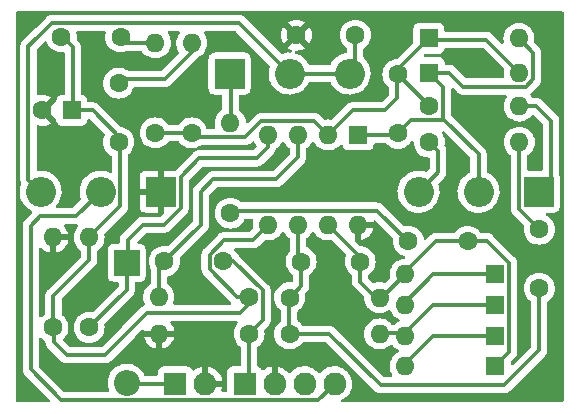
<source format=gtl>
G04 #@! TF.GenerationSoftware,KiCad,Pcbnew,(5.99.0-8228-g6def20e3f7)*
G04 #@! TF.CreationDate,2021-01-08T15:13:11+02:00*
G04 #@! TF.ProjectId,wattbreaker,77617474-6272-4656-916b-65722e6b6963,rev?*
G04 #@! TF.SameCoordinates,Original*
G04 #@! TF.FileFunction,Copper,L1,Top*
G04 #@! TF.FilePolarity,Positive*
%FSLAX46Y46*%
G04 Gerber Fmt 4.6, Leading zero omitted, Abs format (unit mm)*
G04 Created by KiCad (PCBNEW (5.99.0-8228-g6def20e3f7)) date 2021-01-08 15:13:11*
%MOMM*%
%LPD*%
G01*
G04 APERTURE LIST*
G04 #@! TA.AperFunction,ComponentPad*
%ADD10R,1.600000X1.600000*%
G04 #@! TD*
G04 #@! TA.AperFunction,ComponentPad*
%ADD11O,1.600000X1.600000*%
G04 #@! TD*
G04 #@! TA.AperFunction,ComponentPad*
%ADD12C,1.600000*%
G04 #@! TD*
G04 #@! TA.AperFunction,ComponentPad*
%ADD13R,2.540000X2.540000*%
G04 #@! TD*
G04 #@! TA.AperFunction,ComponentPad*
%ADD14O,2.540000X2.540000*%
G04 #@! TD*
G04 #@! TA.AperFunction,ComponentPad*
%ADD15R,2.200000X2.200000*%
G04 #@! TD*
G04 #@! TA.AperFunction,ComponentPad*
%ADD16O,2.200000X2.200000*%
G04 #@! TD*
G04 #@! TA.AperFunction,ComponentPad*
%ADD17R,1.930400X1.930400*%
G04 #@! TD*
G04 #@! TA.AperFunction,ComponentPad*
%ADD18O,1.930400X1.930400*%
G04 #@! TD*
G04 #@! TA.AperFunction,ViaPad*
%ADD19C,0.800000*%
G04 #@! TD*
G04 #@! TA.AperFunction,Conductor*
%ADD20C,0.350000*%
G04 #@! TD*
G04 APERTURE END LIST*
D10*
G04 #@! TO.P,U1,1*
G04 #@! TO.N,Net-(C4-Pad2)*
X114800000Y-61200000D03*
D11*
G04 #@! TO.P,U1,2,-*
G04 #@! TO.N,Net-(C4-Pad1)*
X112260000Y-61200000D03*
G04 #@! TO.P,U1,3,+*
G04 #@! TO.N,Net-(C1-Pad2)*
X109720000Y-61200000D03*
G04 #@! TO.P,U1,4,V-*
G04 #@! TO.N,VCC*
X107180000Y-61200000D03*
G04 #@! TO.P,U1,5,+*
G04 #@! TO.N,VEE*
X107180000Y-68820000D03*
G04 #@! TO.P,U1,6,-*
G04 #@! TO.N,Net-(C5-Pad2)*
X109720000Y-68820000D03*
G04 #@! TO.P,U1,7*
G04 #@! TO.N,Net-(C7-Pad2)*
X112260000Y-68820000D03*
G04 #@! TO.P,U1,8,V+*
G04 #@! TO.N,GND*
X114800000Y-68820000D03*
G04 #@! TD*
D10*
G04 #@! TO.P,D5,1,K*
G04 #@! TO.N,Net-(D4-Pad2)*
X126400000Y-75590000D03*
D11*
G04 #@! TO.P,D5,2,A*
G04 #@! TO.N,Net-(D5-Pad2)*
X118780000Y-75590000D03*
G04 #@! TD*
D10*
G04 #@! TO.P,C6,1*
G04 #@! TO.N,VEE*
X90570000Y-59120000D03*
D12*
G04 #@! TO.P,C6,2*
G04 #@! TO.N,GND*
X88070000Y-59120000D03*
G04 #@! TD*
G04 #@! TO.P,R8,1*
G04 #@! TO.N,VEE*
X88970000Y-77500000D03*
D11*
G04 #@! TO.P,R8,2*
G04 #@! TO.N,GND*
X88970000Y-69880000D03*
G04 #@! TD*
D13*
G04 #@! TO.P,RV3,1,1*
G04 #@! TO.N,Net-(R11-Pad2)*
X103920000Y-56000000D03*
D14*
G04 #@! TO.P,RV3,2,2*
G04 #@! TO.N,Net-(C9-Pad1)*
X109000000Y-56000000D03*
G04 #@! TO.P,RV3,3,3*
X114080000Y-56000000D03*
G04 #@! TD*
D15*
G04 #@! TO.P,D3,1,K*
G04 #@! TO.N,VCC*
X95210000Y-72010000D03*
D16*
G04 #@! TO.P,D3,2,A*
G04 #@! TO.N,+9V*
X95210000Y-82170000D03*
G04 #@! TD*
D12*
G04 #@! TO.P,C2,1*
G04 #@! TO.N,Net-(C2-Pad1)*
X94530000Y-56810000D03*
G04 #@! TO.P,C2,2*
G04 #@! TO.N,VEE*
X94530000Y-61810000D03*
G04 #@! TD*
G04 #@! TO.P,R4,1*
G04 #@! TO.N,Net-(C4-Pad1)*
X97630000Y-61020000D03*
D11*
G04 #@! TO.P,R4,2*
G04 #@! TO.N,Net-(C3-Pad1)*
X97630000Y-53400000D03*
G04 #@! TD*
D12*
G04 #@! TO.P,R1,1*
G04 #@! TO.N,IN*
X105575000Y-78025000D03*
D11*
G04 #@! TO.P,R1,2*
G04 #@! TO.N,GND*
X97955000Y-78025000D03*
G04 #@! TD*
D10*
G04 #@! TO.P,D4,1,K*
G04 #@! TO.N,Net-(D4-Pad1)*
X126400000Y-78200000D03*
D11*
G04 #@! TO.P,D4,2,A*
G04 #@! TO.N,Net-(D4-Pad2)*
X118780000Y-78200000D03*
G04 #@! TD*
D12*
G04 #@! TO.P,C8,1*
G04 #@! TO.N,Net-(C7-Pad2)*
X124070000Y-70190000D03*
G04 #@! TO.P,C8,2*
G04 #@! TO.N,Net-(C8-Pad2)*
X119070000Y-70190000D03*
G04 #@! TD*
G04 #@! TO.P,R10,1*
G04 #@! TO.N,Net-(C5-Pad2)*
X109000000Y-74970000D03*
D11*
G04 #@! TO.P,R10,2*
G04 #@! TO.N,Net-(C7-Pad2)*
X116620000Y-74970000D03*
G04 #@! TD*
D12*
G04 #@! TO.P,C7,1*
G04 #@! TO.N,Net-(C5-Pad2)*
X109975000Y-71925000D03*
G04 #@! TO.P,C7,2*
G04 #@! TO.N,Net-(C7-Pad2)*
X114975000Y-71925000D03*
G04 #@! TD*
G04 #@! TO.P,R6,1*
G04 #@! TO.N,Net-(R6-Pad1)*
X120830000Y-61810000D03*
D11*
G04 #@! TO.P,R6,2*
G04 #@! TO.N,Net-(C5-Pad1)*
X128450000Y-61810000D03*
G04 #@! TD*
D10*
G04 #@! TO.P,D2,1,K*
G04 #@! TO.N,Net-(C4-Pad1)*
X120800000Y-53030000D03*
D11*
G04 #@! TO.P,D2,2,A*
G04 #@! TO.N,Net-(C4-Pad2)*
X128420000Y-53030000D03*
G04 #@! TD*
D12*
G04 #@! TO.P,R5,1*
G04 #@! TO.N,Net-(C4-Pad1)*
X120830000Y-58750000D03*
D11*
G04 #@! TO.P,R5,2*
G04 #@! TO.N,Net-(R5-Pad2)*
X128450000Y-58750000D03*
G04 #@! TD*
D12*
G04 #@! TO.P,R2,1*
G04 #@! TO.N,Net-(C4-Pad1)*
X100720000Y-61030000D03*
D11*
G04 #@! TO.P,R2,2*
G04 #@! TO.N,Net-(C2-Pad1)*
X100720000Y-53410000D03*
G04 #@! TD*
D12*
G04 #@! TO.P,R11,1*
G04 #@! TO.N,Net-(C8-Pad2)*
X103990000Y-67820000D03*
D11*
G04 #@! TO.P,R11,2*
G04 #@! TO.N,Net-(R11-Pad2)*
X103990000Y-60200000D03*
G04 #@! TD*
D13*
G04 #@! TO.P,RV1,1,1*
G04 #@! TO.N,Net-(R5-Pad2)*
X130080000Y-66000000D03*
D14*
G04 #@! TO.P,RV1,2,2*
G04 #@! TO.N,Net-(C4-Pad2)*
X125000000Y-66000000D03*
G04 #@! TO.P,RV1,3,3*
G04 #@! TO.N,Net-(R6-Pad1)*
X119920000Y-66000000D03*
G04 #@! TD*
D12*
G04 #@! TO.P,C3,1*
G04 #@! TO.N,Net-(C3-Pad1)*
X94690000Y-52900000D03*
G04 #@! TO.P,C3,2*
G04 #@! TO.N,VEE*
X89690000Y-52900000D03*
G04 #@! TD*
G04 #@! TO.P,C9,1*
G04 #@! TO.N,Net-(C9-Pad1)*
X114575000Y-52750000D03*
G04 #@! TO.P,C9,2*
G04 #@! TO.N,GND*
X109575000Y-52750000D03*
G04 #@! TD*
G04 #@! TO.P,R7,1*
G04 #@! TO.N,VCC*
X92030000Y-77500000D03*
D11*
G04 #@! TO.P,R7,2*
G04 #@! TO.N,VEE*
X92030000Y-69880000D03*
G04 #@! TD*
D12*
G04 #@! TO.P,R9,1*
G04 #@! TO.N,Net-(C5-Pad2)*
X109000000Y-78050000D03*
D11*
G04 #@! TO.P,R9,2*
G04 #@! TO.N,Net-(D4-Pad2)*
X116620000Y-78050000D03*
G04 #@! TD*
D13*
G04 #@! TO.P,RV2,1,1*
G04 #@! TO.N,GND*
X98080000Y-66000000D03*
D14*
G04 #@! TO.P,RV2,2,2*
G04 #@! TO.N,OUT*
X93000000Y-66000000D03*
G04 #@! TO.P,RV2,3,3*
G04 #@! TO.N,Net-(C9-Pad1)*
X87920000Y-66000000D03*
G04 #@! TD*
D12*
G04 #@! TO.P,C5,1*
G04 #@! TO.N,Net-(C5-Pad1)*
X130140000Y-69180000D03*
G04 #@! TO.P,C5,2*
G04 #@! TO.N,Net-(C5-Pad2)*
X130140000Y-74180000D03*
G04 #@! TD*
D10*
G04 #@! TO.P,D1,1,K*
G04 #@! TO.N,Net-(C4-Pad2)*
X120830000Y-55930000D03*
D11*
G04 #@! TO.P,D1,2,A*
G04 #@! TO.N,Net-(C4-Pad1)*
X128450000Y-55930000D03*
G04 #@! TD*
D10*
G04 #@! TO.P,D7,1,K*
G04 #@! TO.N,Net-(D5-Pad2)*
X126400000Y-73000000D03*
D11*
G04 #@! TO.P,D7,2,A*
G04 #@! TO.N,Net-(C7-Pad2)*
X118780000Y-73000000D03*
G04 #@! TD*
D10*
G04 #@! TO.P,D6,1,K*
G04 #@! TO.N,Net-(C7-Pad2)*
X126400000Y-80790000D03*
D11*
G04 #@! TO.P,D6,2,A*
G04 #@! TO.N,Net-(D4-Pad1)*
X118780000Y-80790000D03*
G04 #@! TD*
D12*
G04 #@! TO.P,C4,1*
G04 #@! TO.N,Net-(C4-Pad1)*
X118170000Y-56070000D03*
G04 #@! TO.P,C4,2*
G04 #@! TO.N,Net-(C4-Pad2)*
X118170000Y-61070000D03*
G04 #@! TD*
D17*
G04 #@! TO.P,J1,1,Pin_1*
G04 #@! TO.N,IN*
X105190000Y-82250000D03*
D18*
G04 #@! TO.P,J1,2,Pin_2*
G04 #@! TO.N,GND*
X107730000Y-82250000D03*
G04 #@! TO.P,J1,3,Pin_3*
G04 #@! TO.N,no_connect_23*
X110270000Y-82250000D03*
G04 #@! TO.P,J1,4,Pin_4*
G04 #@! TO.N,OUT*
X112810000Y-82250000D03*
G04 #@! TD*
D12*
G04 #@! TO.P,R3,1*
G04 #@! TO.N,VEE*
X105540000Y-74930000D03*
D11*
G04 #@! TO.P,R3,2*
G04 #@! TO.N,Net-(C1-Pad2)*
X97920000Y-74930000D03*
G04 #@! TD*
D12*
G04 #@! TO.P,C1,1*
G04 #@! TO.N,IN*
X103400000Y-71900000D03*
G04 #@! TO.P,C1,2*
G04 #@! TO.N,Net-(C1-Pad2)*
X98400000Y-71900000D03*
G04 #@! TD*
D17*
G04 #@! TO.P,J2,1,Pin_1*
G04 #@! TO.N,+9V*
X99315000Y-82275000D03*
D18*
G04 #@! TO.P,J2,2,Pin_2*
G04 #@! TO.N,GND*
X101855000Y-82275000D03*
G04 #@! TD*
D19*
G04 #@! TO.N,GND*
X114930000Y-75860000D03*
X123840000Y-55320000D03*
G04 #@! TD*
D20*
G04 #@! TO.N,Net-(C1-Pad2)*
X107850000Y-64950000D02*
X109720000Y-63080000D01*
X101490000Y-66000000D02*
X101490000Y-68810000D01*
X102540000Y-64950000D02*
X107850000Y-64950000D01*
X101490000Y-66000000D02*
X102045000Y-65445000D01*
X98400000Y-71900000D02*
X98400000Y-71330000D01*
X101490000Y-66000000D02*
X102540000Y-64950000D01*
X97920000Y-72380000D02*
X98400000Y-71900000D01*
X109720000Y-63080000D02*
X109720000Y-61200000D01*
X97920000Y-74930000D02*
X97920000Y-72380000D01*
X101490000Y-68810000D02*
X98400000Y-71900000D01*
G04 #@! TO.N,IN*
X106715011Y-74365994D02*
X106715011Y-76884989D01*
X104249017Y-71900000D02*
X106715011Y-74365994D01*
X103400000Y-71900000D02*
X104249017Y-71900000D01*
X106715011Y-76884989D02*
X105575000Y-78025000D01*
X105600000Y-81840000D02*
X105600000Y-78000000D01*
X105190000Y-82250000D02*
X105600000Y-81840000D01*
G04 #@! TO.N,VEE*
X105540000Y-74930000D02*
X105540000Y-75500000D01*
X94620000Y-61820000D02*
X94620000Y-61420000D01*
X89010000Y-74810000D02*
X92030000Y-71790000D01*
X90660000Y-53790000D02*
X89780000Y-52910000D01*
X103450000Y-70100000D02*
X105900000Y-70100000D01*
X89020000Y-78740000D02*
X89020000Y-77550000D01*
X105540000Y-75500000D02*
X104780000Y-76260000D01*
X93370000Y-79850000D02*
X90130000Y-79850000D01*
X90130000Y-79850000D02*
X89020000Y-78740000D01*
X102224989Y-71325011D02*
X103450000Y-70100000D01*
X96960000Y-76260000D02*
X93370000Y-79850000D01*
X94650000Y-61850000D02*
X94620000Y-61820000D01*
X102224989Y-72574989D02*
X102224989Y-71325011D01*
X92330000Y-59130000D02*
X90660000Y-59130000D01*
X105900000Y-70100000D02*
X107180000Y-68820000D01*
X92030000Y-71790000D02*
X92030000Y-69880000D01*
X105540000Y-74930000D02*
X104580000Y-74930000D01*
X89020000Y-77550000D02*
X88970000Y-77500000D01*
X92020000Y-69890000D02*
X92030000Y-69880000D01*
X90660000Y-59130000D02*
X90660000Y-53790000D01*
X94650000Y-67260000D02*
X94650000Y-61850000D01*
X89010000Y-77460000D02*
X89010000Y-74810000D01*
X104580000Y-74930000D02*
X102224989Y-72574989D01*
X104780000Y-76260000D02*
X96960000Y-76260000D01*
X92030000Y-69880000D02*
X94650000Y-67260000D01*
X88970000Y-77500000D02*
X89010000Y-77460000D01*
X94620000Y-61420000D02*
X92330000Y-59130000D01*
G04 #@! TO.N,Net-(C2-Pad1)*
X94990000Y-56450000D02*
X98480000Y-56450000D01*
X94620000Y-56820000D02*
X94990000Y-56450000D01*
X98480000Y-56450000D02*
X100780000Y-54150000D01*
G04 #@! TO.N,Net-(C3-Pad1)*
X95190000Y-53400000D02*
X94690000Y-52900000D01*
X97630000Y-53400000D02*
X95190000Y-53400000D01*
G04 #@! TO.N,Net-(C4-Pad2)*
X129014006Y-57105011D02*
X123715011Y-57105011D01*
X122005011Y-59844989D02*
X122005011Y-57105011D01*
X118170000Y-61070000D02*
X119314989Y-59925011D01*
X123715011Y-57105011D02*
X122540000Y-55930000D01*
X125000000Y-62839978D02*
X122005011Y-59844989D01*
X122005011Y-57105011D02*
X120830000Y-55930000D01*
X114800000Y-61200000D02*
X118040000Y-61200000D01*
X118040000Y-61200000D02*
X118170000Y-61070000D01*
X120830000Y-55930000D02*
X122250000Y-55930000D01*
X122250000Y-55930000D02*
X122390000Y-55930000D01*
X121924989Y-59925011D02*
X122005011Y-59844989D01*
X129625011Y-54235011D02*
X129625011Y-56494006D01*
X119314989Y-59925011D02*
X121924989Y-59925011D01*
X125000000Y-66000000D02*
X125000000Y-62839978D01*
X122540000Y-55930000D02*
X122250000Y-55930000D01*
X129625011Y-56494006D02*
X129014006Y-57105011D01*
X128420000Y-53030000D02*
X129625011Y-54235011D01*
G04 #@! TO.N,Net-(C4-Pad1)*
X117090000Y-59120000D02*
X114340000Y-59120000D01*
X120800000Y-53030000D02*
X120900000Y-53130000D01*
X114340000Y-59120000D02*
X112260000Y-61200000D01*
X125650000Y-53130000D02*
X128450000Y-55930000D01*
X97640000Y-61030000D02*
X97630000Y-61020000D01*
X118120000Y-58090000D02*
X117090000Y-59120000D01*
X101065011Y-61375011D02*
X105265971Y-61375011D01*
X120830000Y-58730000D02*
X118170000Y-56070000D01*
X100720000Y-61030000D02*
X101065011Y-61375011D01*
X118170000Y-56070000D02*
X118170000Y-55660000D01*
X120830000Y-58750000D02*
X120830000Y-58730000D01*
X120900000Y-53130000D02*
X125650000Y-53130000D01*
X111084989Y-60024989D02*
X106615994Y-60024989D01*
X100720000Y-61030000D02*
X97640000Y-61030000D01*
X118170000Y-56070000D02*
X118120000Y-56120000D01*
X125650000Y-53130000D02*
X126435000Y-53915000D01*
X120830000Y-58750000D02*
X120460000Y-59120000D01*
X106615994Y-60024989D02*
X105490491Y-61150491D01*
X118120000Y-56120000D02*
X118120000Y-58090000D01*
X112260000Y-61200000D02*
X111084989Y-60024989D01*
X118170000Y-55660000D02*
X120800000Y-53030000D01*
X105265971Y-61375011D02*
X105490491Y-61150491D01*
G04 #@! TO.N,Net-(C5-Pad2)*
X112360000Y-78050000D02*
X110420000Y-78050000D01*
X112360000Y-78050000D02*
X109000000Y-78050000D01*
X130140000Y-79400040D02*
X127150040Y-82390000D01*
X109975000Y-73995000D02*
X109000000Y-74970000D01*
X130140000Y-74180000D02*
X130140000Y-79400040D01*
X108980000Y-74990000D02*
X108980000Y-78030000D01*
X127150040Y-82390000D02*
X116700000Y-82390000D01*
X109975000Y-71925000D02*
X109975000Y-73995000D01*
X109720000Y-71670000D02*
X109975000Y-71925000D01*
X109000000Y-74970000D02*
X108980000Y-74990000D01*
X108980000Y-78030000D02*
X109000000Y-78050000D01*
X109720000Y-68820000D02*
X109720000Y-71670000D01*
X116700000Y-82390000D02*
X112360000Y-78050000D01*
G04 #@! TO.N,Net-(C5-Pad1)*
X128450000Y-62589960D02*
X128434980Y-62604980D01*
X128450000Y-61810000D02*
X128450000Y-62589960D01*
X128434980Y-62604980D02*
X128434980Y-67474980D01*
X128434980Y-67474980D02*
X130140000Y-69180000D01*
G04 #@! TO.N,Net-(C7-Pad2)*
X121390000Y-70190000D02*
X124070000Y-70190000D01*
X116330000Y-74970000D02*
X114975000Y-73615000D01*
X118780000Y-73000000D02*
X118780000Y-72800000D01*
X116620000Y-74970000D02*
X116810000Y-74970000D01*
X126400000Y-80790000D02*
X127575020Y-79614980D01*
X127575020Y-79614980D02*
X127575020Y-72015020D01*
X114975000Y-73615000D02*
X114975000Y-71925000D01*
X118780000Y-72800000D02*
X121390000Y-70190000D01*
X127575020Y-72015020D02*
X125750000Y-70190000D01*
X114975000Y-71925000D02*
X114975000Y-71535000D01*
X116620000Y-74970000D02*
X116330000Y-74970000D01*
X125750000Y-70190000D02*
X124070000Y-70190000D01*
X116810000Y-74970000D02*
X118780000Y-73000000D01*
X114975000Y-71535000D02*
X112260000Y-68820000D01*
G04 #@! TO.N,Net-(C8-Pad2)*
X116520000Y-67720000D02*
X116511005Y-67720000D01*
X116391005Y-67600000D02*
X104210000Y-67600000D01*
X119070000Y-70190000D02*
X118990000Y-70190000D01*
X104210000Y-67600000D02*
X103990000Y-67820000D01*
X116511005Y-67720000D02*
X116391005Y-67600000D01*
X118990000Y-70190000D02*
X116520000Y-67720000D01*
X116391005Y-67600000D02*
X107490000Y-67600000D01*
G04 #@! TO.N,Net-(C9-Pad1)*
X104724989Y-51724989D02*
X88855993Y-51724989D01*
X87685491Y-52895491D02*
X86984989Y-53595993D01*
X87920000Y-66000000D02*
X86894989Y-64974989D01*
X109000000Y-56000000D02*
X104724989Y-51724989D01*
X114080000Y-56000000D02*
X109000000Y-56000000D01*
X86894989Y-64974989D02*
X86894989Y-53685993D01*
X87960491Y-52620491D02*
X87685491Y-52895491D01*
X114575000Y-55505000D02*
X114080000Y-56000000D01*
X86894989Y-53685993D02*
X87685491Y-52895491D01*
X88855993Y-51724989D02*
X87960491Y-52620491D01*
X114575000Y-52750000D02*
X114575000Y-55505000D01*
X88845993Y-51734989D02*
X87960491Y-52620491D01*
G04 #@! TO.N,+9V*
X99280000Y-82310000D02*
X95200000Y-82310000D01*
X99315000Y-82275000D02*
X99280000Y-82310000D01*
G04 #@! TO.N,VCC*
X99775000Y-65665000D02*
X99770000Y-65660000D01*
X95210000Y-74320000D02*
X95210000Y-72010000D01*
X95300000Y-71920000D02*
X95300000Y-70060000D01*
X99775000Y-67385000D02*
X99775000Y-65665000D01*
X102950000Y-63190000D02*
X103320000Y-63190000D01*
X107180000Y-62220000D02*
X107180000Y-61200000D01*
X106210000Y-63190000D02*
X107180000Y-62220000D01*
X92030000Y-77500000D02*
X95210000Y-74320000D01*
X102950000Y-63190000D02*
X104840000Y-63190000D01*
X103320000Y-63190000D02*
X104840000Y-63190000D01*
X101310000Y-63190000D02*
X102410000Y-63190000D01*
X99775000Y-67385000D02*
X98360000Y-68800000D01*
X95210000Y-72010000D02*
X95300000Y-71920000D01*
X104840000Y-63190000D02*
X102410000Y-63190000D01*
X96560000Y-68800000D02*
X98200000Y-68800000D01*
X95300000Y-70060000D02*
X96560000Y-68800000D01*
X99770000Y-65660000D02*
X99770000Y-64730000D01*
X99770000Y-64730000D02*
X101310000Y-63190000D01*
X98360000Y-68800000D02*
X98200000Y-68800000D01*
X103320000Y-63190000D02*
X104200000Y-63190000D01*
X104840000Y-63190000D02*
X106210000Y-63190000D01*
G04 #@! TO.N,Net-(D4-Pad2)*
X118580000Y-78000000D02*
X118780000Y-78200000D01*
X121180000Y-75600000D02*
X126390000Y-75600000D01*
X118780000Y-78000000D02*
X121180000Y-75600000D01*
X118780000Y-78200000D02*
X118780000Y-78000000D01*
X116420000Y-78000000D02*
X118580000Y-78000000D01*
X126390000Y-75600000D02*
X126400000Y-75590000D01*
G04 #@! TO.N,Net-(D4-Pad1)*
X121180000Y-78200000D02*
X126400000Y-78200000D01*
X118780000Y-80790000D02*
X118780000Y-80600000D01*
X118780000Y-80600000D02*
X121180000Y-78200000D01*
G04 #@! TO.N,Net-(D5-Pad2)*
X118780000Y-75590000D02*
X118780000Y-75400000D01*
X121180000Y-73000000D02*
X126400000Y-73000000D01*
X118780000Y-75400000D02*
X121180000Y-73000000D01*
G04 #@! TO.N,OUT*
X90915000Y-68085000D02*
X93000000Y-66000000D01*
X87100000Y-81060000D02*
X87100000Y-68870000D01*
X87885000Y-68085000D02*
X90915000Y-68085000D01*
X87100000Y-68870000D02*
X87885000Y-68085000D01*
X90355011Y-83645011D02*
X111414989Y-83645011D01*
X90855011Y-83645011D02*
X89685011Y-83645011D01*
X90855011Y-83645011D02*
X99874989Y-83645011D01*
X111414989Y-83645011D02*
X112810000Y-82250000D01*
X90355011Y-83645011D02*
X90855011Y-83645011D01*
X89685011Y-83645011D02*
X87100000Y-81060000D01*
G04 #@! TO.N,Net-(R5-Pad2)*
X130080000Y-66000000D02*
X131170000Y-64910000D01*
X131170000Y-64910000D02*
X131170000Y-60020000D01*
X131170000Y-60020000D02*
X129900000Y-58750000D01*
X129900000Y-58750000D02*
X128450000Y-58750000D01*
G04 #@! TO.N,Net-(R6-Pad1)*
X121600000Y-64320000D02*
X121360000Y-64560000D01*
X121600000Y-64320000D02*
X119920000Y-66000000D01*
X121600000Y-62580000D02*
X121600000Y-64320000D01*
X120830000Y-61810000D02*
X121600000Y-62580000D01*
G04 #@! TO.N,Net-(R11-Pad2)*
X104000000Y-60190000D02*
X104000000Y-56080000D01*
X103990000Y-60200000D02*
X104000000Y-60190000D01*
X104000000Y-56080000D02*
X103920000Y-56000000D01*
G04 #@! TD*
G04 #@! TA.AperFunction,Conductor*
G04 #@! TO.N,GND*
G36*
X132154121Y-50758002D02*
G01*
X132200614Y-50811658D01*
X132212000Y-50864000D01*
X132212000Y-83691000D01*
X132191998Y-83759121D01*
X132138342Y-83805614D01*
X132086000Y-83817000D01*
X113504801Y-83817000D01*
X113436680Y-83796998D01*
X113390187Y-83743342D01*
X113380083Y-83673068D01*
X113409577Y-83608488D01*
X113449369Y-83577848D01*
X113562520Y-83522416D01*
X113567158Y-83520144D01*
X113612104Y-83488084D01*
X113760226Y-83382430D01*
X113760231Y-83382426D01*
X113764438Y-83379425D01*
X113936087Y-83208375D01*
X114077493Y-83011587D01*
X114088213Y-82989898D01*
X114152799Y-82859217D01*
X114184860Y-82794346D01*
X114246239Y-82592326D01*
X114253801Y-82567438D01*
X114253802Y-82567432D01*
X114255305Y-82562486D01*
X114286935Y-82322234D01*
X114288700Y-82250000D01*
X114268844Y-82008490D01*
X114209810Y-81773466D01*
X114125906Y-81580500D01*
X114115243Y-81555976D01*
X114115241Y-81555973D01*
X114113183Y-81551239D01*
X113981559Y-81347778D01*
X113976959Y-81342722D01*
X113821949Y-81172369D01*
X113821947Y-81172368D01*
X113818471Y-81168547D01*
X113814420Y-81165348D01*
X113814416Y-81165344D01*
X113632355Y-81021561D01*
X113632351Y-81021559D01*
X113628300Y-81018359D01*
X113617881Y-81012607D01*
X113547090Y-80973529D01*
X113416153Y-80901248D01*
X113411284Y-80899524D01*
X113411280Y-80899522D01*
X113192603Y-80822084D01*
X113192599Y-80822083D01*
X113187728Y-80820358D01*
X113182638Y-80819451D01*
X113182633Y-80819450D01*
X113048033Y-80795475D01*
X112949158Y-80777863D01*
X112858181Y-80776751D01*
X112712021Y-80774965D01*
X112712019Y-80774965D01*
X112706851Y-80774902D01*
X112467314Y-80811556D01*
X112236981Y-80886841D01*
X112232393Y-80889229D01*
X112232389Y-80889231D01*
X112118479Y-80948529D01*
X112022036Y-80998734D01*
X112017903Y-81001837D01*
X112017900Y-81001839D01*
X111833714Y-81140130D01*
X111828252Y-81144231D01*
X111763757Y-81211721D01*
X111664742Y-81315335D01*
X111660834Y-81319424D01*
X111645237Y-81342289D01*
X111590325Y-81387291D01*
X111519800Y-81395462D01*
X111456053Y-81364207D01*
X111442969Y-81349958D01*
X111441559Y-81347778D01*
X111322278Y-81216690D01*
X111281949Y-81172369D01*
X111281947Y-81172368D01*
X111278471Y-81168547D01*
X111274420Y-81165348D01*
X111274416Y-81165344D01*
X111092355Y-81021561D01*
X111092351Y-81021559D01*
X111088300Y-81018359D01*
X111077881Y-81012607D01*
X111007090Y-80973529D01*
X110876153Y-80901248D01*
X110871284Y-80899524D01*
X110871280Y-80899522D01*
X110652603Y-80822084D01*
X110652599Y-80822083D01*
X110647728Y-80820358D01*
X110642638Y-80819451D01*
X110642633Y-80819450D01*
X110508033Y-80795475D01*
X110409158Y-80777863D01*
X110318181Y-80776751D01*
X110172021Y-80774965D01*
X110172019Y-80774965D01*
X110166851Y-80774902D01*
X109927314Y-80811556D01*
X109696981Y-80886841D01*
X109692393Y-80889229D01*
X109692389Y-80889231D01*
X109578479Y-80948529D01*
X109482036Y-80998734D01*
X109477903Y-81001837D01*
X109477900Y-81001839D01*
X109293714Y-81140130D01*
X109288252Y-81144231D01*
X109223757Y-81211721D01*
X109124742Y-81315335D01*
X109120834Y-81319424D01*
X109104940Y-81342723D01*
X109050032Y-81387725D01*
X108979507Y-81395898D01*
X108915759Y-81364644D01*
X108901027Y-81348600D01*
X108897686Y-81344262D01*
X108741608Y-81172735D01*
X108734075Y-81165710D01*
X108552081Y-81021981D01*
X108543494Y-81016276D01*
X108340482Y-80904207D01*
X108331070Y-80899977D01*
X108112469Y-80822566D01*
X108102512Y-80819936D01*
X108001836Y-80802002D01*
X107988541Y-80803461D01*
X107984000Y-80818019D01*
X107984000Y-82378000D01*
X107963998Y-82446121D01*
X107910342Y-82492614D01*
X107858000Y-82504000D01*
X107602000Y-82504000D01*
X107533879Y-82483998D01*
X107487386Y-82430342D01*
X107476000Y-82378000D01*
X107476000Y-80816605D01*
X107472082Y-80803261D01*
X107457806Y-80801274D01*
X107392542Y-80811261D01*
X107382515Y-80813650D01*
X107162092Y-80885695D01*
X107152582Y-80889692D01*
X106946891Y-80996768D01*
X106938166Y-81002262D01*
X106803476Y-81103391D01*
X106736991Y-81128297D01*
X106667596Y-81113305D01*
X106621826Y-81070753D01*
X106543277Y-80948529D01*
X106536467Y-80942628D01*
X106439631Y-80858718D01*
X106439628Y-80858716D01*
X106432819Y-80852816D01*
X106357157Y-80818262D01*
X106303502Y-80771770D01*
X106283500Y-80703649D01*
X106283500Y-79191879D01*
X106303502Y-79123758D01*
X106337230Y-79088666D01*
X106369115Y-79066340D01*
X106419302Y-79031199D01*
X106581199Y-78869302D01*
X106584980Y-78863903D01*
X106709367Y-78686259D01*
X106709368Y-78686257D01*
X106712524Y-78681750D01*
X106714847Y-78676768D01*
X106714850Y-78676763D01*
X106806963Y-78479225D01*
X106806964Y-78479224D01*
X106809286Y-78474243D01*
X106868545Y-78253087D01*
X106888500Y-78025000D01*
X106868545Y-77796913D01*
X106866484Y-77789220D01*
X106866510Y-77788133D01*
X106866166Y-77786183D01*
X106866558Y-77786114D01*
X106868176Y-77718244D01*
X106899097Y-77667518D01*
X107178690Y-77387925D01*
X107184956Y-77382071D01*
X107220939Y-77350681D01*
X107226666Y-77345685D01*
X107262033Y-77295362D01*
X107265959Y-77290077D01*
X107299240Y-77247632D01*
X107299242Y-77247628D01*
X107303929Y-77241651D01*
X107307055Y-77234728D01*
X107309655Y-77230435D01*
X107315054Y-77220969D01*
X107317422Y-77216552D01*
X107321788Y-77210340D01*
X107344133Y-77153028D01*
X107346689Y-77146947D01*
X107368880Y-77097800D01*
X107372005Y-77090879D01*
X107373390Y-77083407D01*
X107374894Y-77078606D01*
X107377869Y-77068164D01*
X107379119Y-77063295D01*
X107381881Y-77056212D01*
X107388071Y-77009195D01*
X107389915Y-76995191D01*
X107390942Y-76988703D01*
X107402151Y-76928221D01*
X107399527Y-76882700D01*
X107398720Y-76868712D01*
X107398511Y-76861459D01*
X107398511Y-74393730D01*
X107398803Y-74385161D01*
X107402050Y-74337536D01*
X107402050Y-74337532D01*
X107402566Y-74329960D01*
X107391989Y-74269353D01*
X107391029Y-74262849D01*
X107384550Y-74209308D01*
X107383637Y-74201764D01*
X107380951Y-74194657D01*
X107379757Y-74189795D01*
X107376893Y-74179325D01*
X107375430Y-74174478D01*
X107374124Y-74166995D01*
X107349391Y-74110650D01*
X107346910Y-74104569D01*
X107327849Y-74054125D01*
X107327848Y-74054123D01*
X107325162Y-74047015D01*
X107320857Y-74040751D01*
X107318511Y-74036264D01*
X107313228Y-74026772D01*
X107310683Y-74022469D01*
X107307632Y-74015518D01*
X107303010Y-74009495D01*
X107303008Y-74009491D01*
X107270167Y-73966691D01*
X107266291Y-73961357D01*
X107261352Y-73954171D01*
X107231462Y-73910681D01*
X107193031Y-73876440D01*
X107186936Y-73871010D01*
X107181660Y-73866028D01*
X104751960Y-71436329D01*
X104746106Y-71430063D01*
X104714709Y-71394072D01*
X104709713Y-71388345D01*
X104659377Y-71352968D01*
X104654091Y-71349042D01*
X104634412Y-71333612D01*
X104605678Y-71311082D01*
X104598749Y-71307954D01*
X104592257Y-71304022D01*
X104593441Y-71302067D01*
X104548148Y-71263155D01*
X104540705Y-71249719D01*
X104539850Y-71248239D01*
X104537524Y-71243250D01*
X104423704Y-71080698D01*
X104409358Y-71060209D01*
X104409356Y-71060206D01*
X104406199Y-71055698D01*
X104349096Y-70998595D01*
X104315070Y-70936283D01*
X104320135Y-70865468D01*
X104362682Y-70808632D01*
X104429202Y-70783821D01*
X104438191Y-70783500D01*
X105872263Y-70783500D01*
X105880832Y-70783792D01*
X105928457Y-70787039D01*
X105928461Y-70787039D01*
X105936033Y-70787555D01*
X105943510Y-70786250D01*
X105943512Y-70786250D01*
X105982960Y-70779365D01*
X105996629Y-70776979D01*
X106003114Y-70776022D01*
X106064230Y-70768626D01*
X106071336Y-70765941D01*
X106076226Y-70764740D01*
X106086688Y-70761878D01*
X106091520Y-70760419D01*
X106098998Y-70759114D01*
X106105947Y-70756064D01*
X106105956Y-70756061D01*
X106155330Y-70734388D01*
X106161433Y-70731897D01*
X106211869Y-70712838D01*
X106211871Y-70712837D01*
X106218979Y-70710151D01*
X106225244Y-70705845D01*
X106229737Y-70703496D01*
X106239181Y-70698240D01*
X106243521Y-70695674D01*
X106250475Y-70692621D01*
X106260204Y-70685156D01*
X106299284Y-70655168D01*
X106304622Y-70651290D01*
X106349054Y-70620753D01*
X106349056Y-70620752D01*
X106355313Y-70616451D01*
X106362950Y-70607880D01*
X106394978Y-70571932D01*
X106399959Y-70566655D01*
X106822519Y-70144096D01*
X106884831Y-70110071D01*
X106941140Y-70111412D01*
X106941183Y-70111166D01*
X106942800Y-70111451D01*
X106944225Y-70111485D01*
X106946598Y-70112121D01*
X106946600Y-70112121D01*
X106951913Y-70113545D01*
X107180000Y-70133500D01*
X107408087Y-70113545D01*
X107413400Y-70112121D01*
X107413402Y-70112121D01*
X107623933Y-70055709D01*
X107623935Y-70055708D01*
X107629243Y-70054286D01*
X107693439Y-70024351D01*
X107831763Y-69959850D01*
X107831768Y-69959847D01*
X107836750Y-69957524D01*
X107851706Y-69947052D01*
X108019791Y-69829358D01*
X108019794Y-69829356D01*
X108024302Y-69826199D01*
X108186199Y-69664302D01*
X108192769Y-69654920D01*
X108314367Y-69481259D01*
X108314368Y-69481257D01*
X108317524Y-69476750D01*
X108319847Y-69471768D01*
X108319850Y-69471763D01*
X108335805Y-69437546D01*
X108382722Y-69384261D01*
X108450999Y-69364800D01*
X108518959Y-69385342D01*
X108564195Y-69437546D01*
X108580150Y-69471763D01*
X108580153Y-69471768D01*
X108582476Y-69476750D01*
X108585632Y-69481257D01*
X108585633Y-69481259D01*
X108707232Y-69654920D01*
X108713801Y-69664302D01*
X108875698Y-69826199D01*
X108880206Y-69829356D01*
X108880209Y-69829358D01*
X108982771Y-69901173D01*
X109027099Y-69956631D01*
X109036500Y-70004386D01*
X109036501Y-70960808D01*
X109016499Y-71028929D01*
X108999596Y-71049903D01*
X108968801Y-71080698D01*
X108965644Y-71085206D01*
X108965642Y-71085209D01*
X108840633Y-71263741D01*
X108837476Y-71268250D01*
X108835153Y-71273232D01*
X108835150Y-71273237D01*
X108743040Y-71470769D01*
X108740714Y-71475757D01*
X108739292Y-71481065D01*
X108739291Y-71481067D01*
X108687099Y-71675848D01*
X108681455Y-71696913D01*
X108661500Y-71925000D01*
X108681455Y-72153087D01*
X108682879Y-72158400D01*
X108682879Y-72158402D01*
X108738757Y-72366938D01*
X108740714Y-72374243D01*
X108743036Y-72379224D01*
X108743037Y-72379225D01*
X108835150Y-72576763D01*
X108835153Y-72576768D01*
X108837476Y-72581750D01*
X108840632Y-72586257D01*
X108840633Y-72586259D01*
X108963449Y-72761658D01*
X108968801Y-72769302D01*
X109130698Y-72931199D01*
X109199858Y-72979625D01*
X109237771Y-73006172D01*
X109282100Y-73061629D01*
X109291501Y-73109385D01*
X109291501Y-73544498D01*
X109271499Y-73612619D01*
X109217843Y-73659112D01*
X109154520Y-73670019D01*
X109000000Y-73656500D01*
X108771913Y-73676455D01*
X108766600Y-73677879D01*
X108766598Y-73677879D01*
X108556067Y-73734291D01*
X108556065Y-73734292D01*
X108550757Y-73735714D01*
X108545776Y-73738036D01*
X108545775Y-73738037D01*
X108348237Y-73830150D01*
X108348232Y-73830153D01*
X108343250Y-73832476D01*
X108338743Y-73835632D01*
X108338741Y-73835633D01*
X108160209Y-73960642D01*
X108160206Y-73960644D01*
X108155698Y-73963801D01*
X107993801Y-74125698D01*
X107990644Y-74130206D01*
X107990642Y-74130209D01*
X107875255Y-74295000D01*
X107862476Y-74313250D01*
X107860153Y-74318232D01*
X107860150Y-74318237D01*
X107772796Y-74505569D01*
X107765714Y-74520757D01*
X107764292Y-74526065D01*
X107764291Y-74526067D01*
X107708516Y-74734220D01*
X107706455Y-74741913D01*
X107686500Y-74970000D01*
X107706455Y-75198087D01*
X107707879Y-75203400D01*
X107707879Y-75203402D01*
X107733440Y-75298794D01*
X107765714Y-75419243D01*
X107768036Y-75424224D01*
X107768037Y-75424225D01*
X107860150Y-75621763D01*
X107860153Y-75621768D01*
X107862476Y-75626750D01*
X107865632Y-75631257D01*
X107865633Y-75631259D01*
X107977327Y-75790774D01*
X107993801Y-75814302D01*
X108155698Y-75976199D01*
X108160208Y-75979357D01*
X108160214Y-75979362D01*
X108242770Y-76037168D01*
X108287099Y-76092625D01*
X108296500Y-76140381D01*
X108296501Y-76879619D01*
X108276499Y-76947740D01*
X108242771Y-76982832D01*
X108155698Y-77043801D01*
X107993801Y-77205698D01*
X107990645Y-77210205D01*
X107990642Y-77210209D01*
X107865633Y-77388741D01*
X107862476Y-77393250D01*
X107860153Y-77398232D01*
X107860150Y-77398237D01*
X107770800Y-77589849D01*
X107765714Y-77600757D01*
X107764292Y-77606065D01*
X107764291Y-77606067D01*
X107707879Y-77816598D01*
X107706455Y-77821913D01*
X107686500Y-78050000D01*
X107706455Y-78278087D01*
X107707879Y-78283400D01*
X107707879Y-78283402D01*
X107757547Y-78468762D01*
X107765714Y-78499243D01*
X107768036Y-78504224D01*
X107768037Y-78504225D01*
X107860150Y-78701763D01*
X107860153Y-78701768D01*
X107862476Y-78706750D01*
X107865632Y-78711257D01*
X107865633Y-78711259D01*
X107990642Y-78889790D01*
X107993801Y-78894302D01*
X108155698Y-79056199D01*
X108160206Y-79059356D01*
X108160209Y-79059358D01*
X108338741Y-79184367D01*
X108343250Y-79187524D01*
X108348232Y-79189847D01*
X108348237Y-79189850D01*
X108545775Y-79281963D01*
X108550757Y-79284286D01*
X108556065Y-79285708D01*
X108556067Y-79285709D01*
X108766598Y-79342121D01*
X108766600Y-79342121D01*
X108771913Y-79343545D01*
X109000000Y-79363500D01*
X109228087Y-79343545D01*
X109233400Y-79342121D01*
X109233402Y-79342121D01*
X109443933Y-79285709D01*
X109443935Y-79285708D01*
X109449243Y-79284286D01*
X109454225Y-79281963D01*
X109651763Y-79189850D01*
X109651768Y-79189847D01*
X109656750Y-79187524D01*
X109661259Y-79184367D01*
X109839791Y-79059358D01*
X109839794Y-79059356D01*
X109844302Y-79056199D01*
X110006199Y-78894302D01*
X110081171Y-78787230D01*
X110136628Y-78742901D01*
X110184384Y-78733500D01*
X112024696Y-78733500D01*
X112092817Y-78753502D01*
X112113791Y-78770405D01*
X114156548Y-80813163D01*
X116197064Y-82853679D01*
X116202918Y-82859945D01*
X116239304Y-82901655D01*
X116289627Y-82937022D01*
X116294912Y-82940948D01*
X116337357Y-82974229D01*
X116337361Y-82974231D01*
X116343338Y-82978918D01*
X116350261Y-82982044D01*
X116354554Y-82984644D01*
X116364020Y-82990043D01*
X116368437Y-82992411D01*
X116374649Y-82996777D01*
X116412635Y-83011587D01*
X116431961Y-83019122D01*
X116438042Y-83021678D01*
X116443759Y-83024259D01*
X116494110Y-83046994D01*
X116501578Y-83048378D01*
X116506422Y-83049896D01*
X116516808Y-83052855D01*
X116521704Y-83054112D01*
X116528777Y-83056870D01*
X116536307Y-83057861D01*
X116536310Y-83057862D01*
X116589775Y-83064900D01*
X116596292Y-83065932D01*
X116637125Y-83073500D01*
X116656769Y-83077141D01*
X116664349Y-83076704D01*
X116664350Y-83076704D01*
X116716288Y-83073709D01*
X116723541Y-83073500D01*
X127122303Y-83073500D01*
X127130872Y-83073792D01*
X127178497Y-83077039D01*
X127178501Y-83077039D01*
X127186073Y-83077555D01*
X127193550Y-83076250D01*
X127193552Y-83076250D01*
X127231181Y-83069683D01*
X127246669Y-83066979D01*
X127253154Y-83066022D01*
X127314270Y-83058626D01*
X127321376Y-83055941D01*
X127326266Y-83054740D01*
X127336728Y-83051878D01*
X127341560Y-83050419D01*
X127349038Y-83049114D01*
X127355987Y-83046064D01*
X127355996Y-83046061D01*
X127405370Y-83024388D01*
X127411473Y-83021897D01*
X127461909Y-83002838D01*
X127461911Y-83002837D01*
X127469019Y-83000151D01*
X127475284Y-82995845D01*
X127479777Y-82993496D01*
X127489221Y-82988240D01*
X127493561Y-82985674D01*
X127500515Y-82982621D01*
X127511452Y-82974229D01*
X127549324Y-82945168D01*
X127554662Y-82941290D01*
X127599094Y-82910753D01*
X127599096Y-82910752D01*
X127605353Y-82906451D01*
X127645027Y-82861922D01*
X127650007Y-82856647D01*
X130603679Y-79902976D01*
X130609945Y-79897122D01*
X130645928Y-79865732D01*
X130651655Y-79860736D01*
X130687022Y-79810413D01*
X130690948Y-79805128D01*
X130724229Y-79762683D01*
X130724231Y-79762679D01*
X130728918Y-79756702D01*
X130732044Y-79749779D01*
X130734644Y-79745486D01*
X130740043Y-79736020D01*
X130742411Y-79731603D01*
X130746777Y-79725391D01*
X130769122Y-79668079D01*
X130771678Y-79661998D01*
X130793869Y-79612851D01*
X130796994Y-79605930D01*
X130798379Y-79598458D01*
X130799883Y-79593657D01*
X130802858Y-79583215D01*
X130804108Y-79578346D01*
X130806870Y-79571263D01*
X130814904Y-79510242D01*
X130815931Y-79503754D01*
X130827140Y-79443272D01*
X130826244Y-79427722D01*
X130823709Y-79383763D01*
X130823500Y-79376510D01*
X130823500Y-75364384D01*
X130843502Y-75296263D01*
X130877230Y-75261171D01*
X130975150Y-75192607D01*
X130984302Y-75186199D01*
X131146199Y-75024302D01*
X131161988Y-75001754D01*
X131274367Y-74841259D01*
X131274368Y-74841257D01*
X131277524Y-74836750D01*
X131279847Y-74831768D01*
X131279850Y-74831763D01*
X131371963Y-74634225D01*
X131371964Y-74634224D01*
X131374286Y-74629243D01*
X131378768Y-74612518D01*
X131432121Y-74413402D01*
X131432121Y-74413400D01*
X131433545Y-74408087D01*
X131453500Y-74180000D01*
X131433545Y-73951913D01*
X131426836Y-73926873D01*
X131375709Y-73736067D01*
X131375708Y-73736065D01*
X131374286Y-73730757D01*
X131369308Y-73720081D01*
X131279850Y-73528237D01*
X131279847Y-73528232D01*
X131277524Y-73523250D01*
X131259898Y-73498077D01*
X131149358Y-73340209D01*
X131149356Y-73340206D01*
X131146199Y-73335698D01*
X130984302Y-73173801D01*
X130979794Y-73170644D01*
X130979791Y-73170642D01*
X130801259Y-73045633D01*
X130801257Y-73045632D01*
X130796750Y-73042476D01*
X130791768Y-73040153D01*
X130791763Y-73040150D01*
X130594225Y-72948037D01*
X130594224Y-72948036D01*
X130589243Y-72945714D01*
X130583935Y-72944292D01*
X130583933Y-72944291D01*
X130373402Y-72887879D01*
X130373400Y-72887879D01*
X130368087Y-72886455D01*
X130140000Y-72866500D01*
X129911913Y-72886455D01*
X129906600Y-72887879D01*
X129906598Y-72887879D01*
X129696067Y-72944291D01*
X129696065Y-72944292D01*
X129690757Y-72945714D01*
X129685776Y-72948036D01*
X129685775Y-72948037D01*
X129488237Y-73040150D01*
X129488232Y-73040153D01*
X129483250Y-73042476D01*
X129478743Y-73045632D01*
X129478741Y-73045633D01*
X129300209Y-73170642D01*
X129300206Y-73170644D01*
X129295698Y-73173801D01*
X129133801Y-73335698D01*
X129130644Y-73340206D01*
X129130642Y-73340209D01*
X129020102Y-73498077D01*
X129002476Y-73523250D01*
X129000153Y-73528232D01*
X129000150Y-73528237D01*
X128910692Y-73720081D01*
X128905714Y-73730757D01*
X128904292Y-73736065D01*
X128904291Y-73736067D01*
X128853164Y-73926873D01*
X128846455Y-73951913D01*
X128826500Y-74180000D01*
X128846455Y-74408087D01*
X128847879Y-74413400D01*
X128847879Y-74413402D01*
X128901233Y-74612518D01*
X128905714Y-74629243D01*
X128908036Y-74634224D01*
X128908037Y-74634225D01*
X129000150Y-74831763D01*
X129000153Y-74831768D01*
X129002476Y-74836750D01*
X129005632Y-74841257D01*
X129005633Y-74841259D01*
X129118013Y-75001754D01*
X129133801Y-75024302D01*
X129295698Y-75186199D01*
X129300208Y-75189357D01*
X129300214Y-75189362D01*
X129402770Y-75261172D01*
X129447099Y-75316629D01*
X129456500Y-75364385D01*
X129456501Y-79064734D01*
X129436499Y-79132855D01*
X129419596Y-79153829D01*
X128587874Y-79985552D01*
X127928595Y-80644831D01*
X127866283Y-80678856D01*
X127795468Y-80673792D01*
X127738632Y-80631245D01*
X127713821Y-80564725D01*
X127713500Y-80555736D01*
X127713500Y-80495305D01*
X127733502Y-80427184D01*
X127750405Y-80406210D01*
X128038701Y-80117914D01*
X128044967Y-80112060D01*
X128080950Y-80080670D01*
X128086675Y-80075676D01*
X128091044Y-80069460D01*
X128122045Y-80025351D01*
X128125976Y-80020058D01*
X128159249Y-79977622D01*
X128159252Y-79977617D01*
X128163937Y-79971642D01*
X128167062Y-79964720D01*
X128169680Y-79960398D01*
X128175040Y-79951001D01*
X128177428Y-79946548D01*
X128181797Y-79940331D01*
X128184555Y-79933257D01*
X128184561Y-79933246D01*
X128204156Y-79882988D01*
X128206711Y-79876909D01*
X128228888Y-79827792D01*
X128228889Y-79827789D01*
X128232013Y-79820870D01*
X128233397Y-79813403D01*
X128234911Y-79808572D01*
X128237883Y-79798142D01*
X128239132Y-79793278D01*
X128241890Y-79786203D01*
X128249924Y-79725180D01*
X128250956Y-79718665D01*
X128260776Y-79665680D01*
X128262160Y-79658212D01*
X128258729Y-79598703D01*
X128258520Y-79591450D01*
X128258520Y-72042756D01*
X128258812Y-72034187D01*
X128262059Y-71986562D01*
X128262059Y-71986558D01*
X128262575Y-71978986D01*
X128261270Y-71971510D01*
X128261270Y-71971504D01*
X128252001Y-71918393D01*
X128251038Y-71911871D01*
X128245060Y-71862476D01*
X128243646Y-71850790D01*
X128240962Y-71843687D01*
X128239760Y-71838793D01*
X128236903Y-71828350D01*
X128235440Y-71823504D01*
X128234134Y-71816021D01*
X128231080Y-71809063D01*
X128209405Y-71759684D01*
X128206913Y-71753579D01*
X128187856Y-71703146D01*
X128187855Y-71703144D01*
X128185171Y-71696041D01*
X128180868Y-71689781D01*
X128178501Y-71685253D01*
X128173266Y-71675848D01*
X128170693Y-71671497D01*
X128167641Y-71664544D01*
X128163019Y-71658521D01*
X128163017Y-71658517D01*
X128130176Y-71615717D01*
X128126300Y-71610383D01*
X128091471Y-71559707D01*
X128046951Y-71520041D01*
X128041676Y-71515061D01*
X126252943Y-69726329D01*
X126247089Y-69720063D01*
X126215692Y-69684072D01*
X126210696Y-69678345D01*
X126160360Y-69642968D01*
X126155074Y-69639042D01*
X126141078Y-69628068D01*
X126106661Y-69601082D01*
X126099732Y-69597954D01*
X126095380Y-69595318D01*
X126086030Y-69589985D01*
X126081566Y-69587591D01*
X126075351Y-69583223D01*
X126068276Y-69580464D01*
X126068273Y-69580463D01*
X126018032Y-69560875D01*
X126011951Y-69558319D01*
X125962813Y-69536132D01*
X125962811Y-69536131D01*
X125955889Y-69533006D01*
X125948420Y-69531622D01*
X125943574Y-69530103D01*
X125933163Y-69527138D01*
X125928301Y-69525890D01*
X125921223Y-69523130D01*
X125890076Y-69519030D01*
X125860206Y-69515097D01*
X125853692Y-69514065D01*
X125800700Y-69504244D01*
X125800698Y-69504244D01*
X125793231Y-69502860D01*
X125785650Y-69503297D01*
X125785649Y-69503297D01*
X125733723Y-69506291D01*
X125726470Y-69506500D01*
X125254384Y-69506500D01*
X125186263Y-69486498D01*
X125151171Y-69452770D01*
X125076199Y-69345698D01*
X124914302Y-69183801D01*
X124909794Y-69180644D01*
X124909791Y-69180642D01*
X124731259Y-69055633D01*
X124731257Y-69055632D01*
X124726750Y-69052476D01*
X124721768Y-69050153D01*
X124721763Y-69050150D01*
X124524225Y-68958037D01*
X124524224Y-68958036D01*
X124519243Y-68955714D01*
X124513935Y-68954292D01*
X124513933Y-68954291D01*
X124303402Y-68897879D01*
X124303400Y-68897879D01*
X124298087Y-68896455D01*
X124070000Y-68876500D01*
X123841913Y-68896455D01*
X123836600Y-68897879D01*
X123836598Y-68897879D01*
X123626067Y-68954291D01*
X123626065Y-68954292D01*
X123620757Y-68955714D01*
X123615776Y-68958036D01*
X123615775Y-68958037D01*
X123418237Y-69050150D01*
X123418232Y-69050153D01*
X123413250Y-69052476D01*
X123408743Y-69055632D01*
X123408741Y-69055633D01*
X123230209Y-69180642D01*
X123230206Y-69180644D01*
X123225698Y-69183801D01*
X123063801Y-69345698D01*
X122988829Y-69452770D01*
X122933372Y-69497099D01*
X122885616Y-69506500D01*
X121417736Y-69506500D01*
X121409167Y-69506208D01*
X121361542Y-69502961D01*
X121361538Y-69502961D01*
X121353966Y-69502445D01*
X121293359Y-69513022D01*
X121286868Y-69513980D01*
X121225770Y-69521374D01*
X121218663Y-69524060D01*
X121213801Y-69525254D01*
X121203355Y-69528112D01*
X121198494Y-69529580D01*
X121191001Y-69530887D01*
X121184040Y-69533943D01*
X121184039Y-69533943D01*
X121134680Y-69555609D01*
X121128575Y-69558101D01*
X121124410Y-69559675D01*
X121071021Y-69579849D01*
X121064762Y-69584151D01*
X121060308Y-69586479D01*
X121050825Y-69591756D01*
X121046477Y-69594328D01*
X121039524Y-69597380D01*
X120990705Y-69634841D01*
X120985396Y-69638697D01*
X120934687Y-69673549D01*
X120929635Y-69679219D01*
X120929634Y-69679220D01*
X120895022Y-69718068D01*
X120890041Y-69723344D01*
X120577441Y-70035944D01*
X120515129Y-70069970D01*
X120444314Y-70064905D01*
X120387478Y-70022358D01*
X120364260Y-69968729D01*
X120364024Y-69967394D01*
X120363545Y-69961913D01*
X120304286Y-69740757D01*
X120296166Y-69723344D01*
X120209850Y-69538237D01*
X120209847Y-69538232D01*
X120207524Y-69533250D01*
X120204367Y-69528741D01*
X120079358Y-69350209D01*
X120079356Y-69350206D01*
X120076199Y-69345698D01*
X119914302Y-69183801D01*
X119909794Y-69180644D01*
X119909791Y-69180642D01*
X119731259Y-69055633D01*
X119731257Y-69055632D01*
X119726750Y-69052476D01*
X119721768Y-69050153D01*
X119721763Y-69050150D01*
X119524225Y-68958037D01*
X119524224Y-68958036D01*
X119519243Y-68955714D01*
X119513935Y-68954292D01*
X119513933Y-68954291D01*
X119303402Y-68897879D01*
X119303400Y-68897879D01*
X119298087Y-68896455D01*
X119070000Y-68876500D01*
X118841913Y-68896455D01*
X118836600Y-68897879D01*
X118836598Y-68897879D01*
X118771130Y-68915421D01*
X118700153Y-68913731D01*
X118649424Y-68882809D01*
X117022943Y-67256329D01*
X117017089Y-67250063D01*
X116985691Y-67214070D01*
X116985688Y-67214067D01*
X116980696Y-67208345D01*
X116970618Y-67201262D01*
X116940050Y-67179778D01*
X116923405Y-67165786D01*
X116893948Y-67136329D01*
X116888094Y-67130063D01*
X116856697Y-67094072D01*
X116851701Y-67088345D01*
X116801365Y-67052968D01*
X116796079Y-67049042D01*
X116788372Y-67043000D01*
X116747666Y-67011082D01*
X116740737Y-67007954D01*
X116736385Y-67005318D01*
X116727035Y-66999985D01*
X116722571Y-66997591D01*
X116716356Y-66993223D01*
X116709281Y-66990464D01*
X116709278Y-66990463D01*
X116659037Y-66970875D01*
X116652956Y-66968319D01*
X116603818Y-66946132D01*
X116603816Y-66946131D01*
X116596894Y-66943006D01*
X116589425Y-66941622D01*
X116584579Y-66940103D01*
X116574168Y-66937138D01*
X116569306Y-66935890D01*
X116562228Y-66933130D01*
X116531081Y-66929030D01*
X116501211Y-66925097D01*
X116494697Y-66924065D01*
X116441705Y-66914244D01*
X116441703Y-66914244D01*
X116434236Y-66912860D01*
X116426655Y-66913297D01*
X116426654Y-66913297D01*
X116374728Y-66916291D01*
X116367475Y-66916500D01*
X104989191Y-66916500D01*
X104921070Y-66896498D01*
X104900096Y-66879595D01*
X104834302Y-66813801D01*
X104829794Y-66810644D01*
X104829791Y-66810642D01*
X104651259Y-66685633D01*
X104651257Y-66685632D01*
X104646750Y-66682476D01*
X104641768Y-66680153D01*
X104641763Y-66680150D01*
X104444225Y-66588037D01*
X104444224Y-66588036D01*
X104439243Y-66585714D01*
X104433935Y-66584292D01*
X104433933Y-66584291D01*
X104223402Y-66527879D01*
X104223400Y-66527879D01*
X104218087Y-66526455D01*
X103990000Y-66506500D01*
X103761913Y-66526455D01*
X103756600Y-66527879D01*
X103756598Y-66527879D01*
X103546067Y-66584291D01*
X103546065Y-66584292D01*
X103540757Y-66585714D01*
X103535776Y-66588036D01*
X103535775Y-66588037D01*
X103338237Y-66680150D01*
X103338232Y-66680153D01*
X103333250Y-66682476D01*
X103328743Y-66685632D01*
X103328741Y-66685633D01*
X103150209Y-66810642D01*
X103150206Y-66810644D01*
X103145698Y-66813801D01*
X102983801Y-66975698D01*
X102980644Y-66980206D01*
X102980642Y-66980209D01*
X102873453Y-67133291D01*
X102852476Y-67163250D01*
X102850153Y-67168232D01*
X102850150Y-67168237D01*
X102759001Y-67363708D01*
X102755714Y-67370757D01*
X102754292Y-67376065D01*
X102754291Y-67376067D01*
X102701024Y-67574861D01*
X102696455Y-67591913D01*
X102676500Y-67820000D01*
X102696455Y-68048087D01*
X102697879Y-68053400D01*
X102697879Y-68053402D01*
X102722139Y-68143939D01*
X102755714Y-68269243D01*
X102788806Y-68340209D01*
X102850150Y-68471763D01*
X102850153Y-68471768D01*
X102852476Y-68476750D01*
X102855632Y-68481257D01*
X102855633Y-68481259D01*
X102970786Y-68645714D01*
X102983801Y-68664302D01*
X103145698Y-68826199D01*
X103150206Y-68829356D01*
X103150209Y-68829358D01*
X103328741Y-68954367D01*
X103333250Y-68957524D01*
X103338232Y-68959847D01*
X103338237Y-68959850D01*
X103511259Y-69040531D01*
X103540757Y-69054286D01*
X103546065Y-69055708D01*
X103546067Y-69055709D01*
X103756598Y-69112121D01*
X103756600Y-69112121D01*
X103761913Y-69113545D01*
X103990000Y-69133500D01*
X104218087Y-69113545D01*
X104223400Y-69112121D01*
X104223402Y-69112121D01*
X104433933Y-69055709D01*
X104433935Y-69055708D01*
X104439243Y-69054286D01*
X104468741Y-69040531D01*
X104641763Y-68959850D01*
X104641768Y-68959847D01*
X104646750Y-68957524D01*
X104651259Y-68954367D01*
X104829791Y-68829358D01*
X104829794Y-68829356D01*
X104834302Y-68826199D01*
X104996199Y-68664302D01*
X105009215Y-68645714D01*
X105124367Y-68481259D01*
X105124368Y-68481257D01*
X105127524Y-68476750D01*
X105129847Y-68471768D01*
X105129850Y-68471763D01*
X105183714Y-68356250D01*
X105230631Y-68302965D01*
X105297909Y-68283500D01*
X105804888Y-68283500D01*
X105873009Y-68303502D01*
X105919502Y-68357158D01*
X105929606Y-68427432D01*
X105926597Y-68442102D01*
X105886455Y-68591913D01*
X105866500Y-68820000D01*
X105886455Y-69048087D01*
X105887879Y-69053400D01*
X105887879Y-69053402D01*
X105888515Y-69055775D01*
X105888489Y-69056861D01*
X105888834Y-69058817D01*
X105888441Y-69058886D01*
X105886825Y-69126751D01*
X105855904Y-69177481D01*
X105653791Y-69379595D01*
X105591479Y-69413620D01*
X105564695Y-69416500D01*
X103477736Y-69416500D01*
X103469167Y-69416208D01*
X103421542Y-69412961D01*
X103421538Y-69412961D01*
X103413966Y-69412445D01*
X103353359Y-69423022D01*
X103346868Y-69423980D01*
X103285770Y-69431374D01*
X103278663Y-69434060D01*
X103273801Y-69435254D01*
X103263331Y-69438118D01*
X103258484Y-69439581D01*
X103251001Y-69440887D01*
X103194656Y-69465620D01*
X103188575Y-69468101D01*
X103138131Y-69487162D01*
X103138129Y-69487163D01*
X103131021Y-69489849D01*
X103124757Y-69494154D01*
X103120270Y-69496500D01*
X103110778Y-69501783D01*
X103106475Y-69504328D01*
X103099524Y-69507379D01*
X103093501Y-69512001D01*
X103093497Y-69512003D01*
X103050697Y-69544844D01*
X103045372Y-69548713D01*
X102994687Y-69583549D01*
X102956864Y-69626001D01*
X102955022Y-69628068D01*
X102950041Y-69633344D01*
X101761311Y-70822075D01*
X101755045Y-70827929D01*
X101713335Y-70864315D01*
X101677953Y-70914658D01*
X101674047Y-70919918D01*
X101661215Y-70936283D01*
X101641985Y-70960808D01*
X101636071Y-70968350D01*
X101632946Y-70975271D01*
X101630330Y-70979591D01*
X101624991Y-70988951D01*
X101622582Y-70993444D01*
X101618213Y-70999660D01*
X101596365Y-71055698D01*
X101595871Y-71056964D01*
X101593315Y-71063043D01*
X101571120Y-71112200D01*
X101567995Y-71119122D01*
X101566612Y-71126585D01*
X101565103Y-71131399D01*
X101562134Y-71141823D01*
X101560879Y-71146712D01*
X101558120Y-71153788D01*
X101552121Y-71199358D01*
X101550089Y-71214790D01*
X101549059Y-71221293D01*
X101537849Y-71281780D01*
X101538286Y-71289361D01*
X101538286Y-71289362D01*
X101541281Y-71341305D01*
X101541490Y-71348558D01*
X101541489Y-72547251D01*
X101541197Y-72555820D01*
X101537434Y-72611022D01*
X101538739Y-72618498D01*
X101538739Y-72618504D01*
X101548008Y-72671615D01*
X101548971Y-72678137D01*
X101556363Y-72739218D01*
X101559047Y-72746321D01*
X101560249Y-72751215D01*
X101563106Y-72761658D01*
X101564569Y-72766504D01*
X101565875Y-72773987D01*
X101568928Y-72780943D01*
X101568929Y-72780945D01*
X101590604Y-72830324D01*
X101593096Y-72836429D01*
X101594847Y-72841061D01*
X101614838Y-72893967D01*
X101619141Y-72900227D01*
X101621508Y-72904755D01*
X101626743Y-72914160D01*
X101629316Y-72918511D01*
X101632368Y-72925464D01*
X101636990Y-72931487D01*
X101636992Y-72931491D01*
X101669833Y-72974291D01*
X101673702Y-72979616D01*
X101708538Y-73030301D01*
X101753060Y-73069969D01*
X101758336Y-73074950D01*
X104044790Y-75361405D01*
X104078816Y-75423717D01*
X104073751Y-75494533D01*
X104031204Y-75551368D01*
X103964684Y-75576179D01*
X103955695Y-75576500D01*
X99260084Y-75576500D01*
X99191963Y-75556498D01*
X99145470Y-75502842D01*
X99135366Y-75432568D01*
X99145890Y-75397249D01*
X99151961Y-75384230D01*
X99151963Y-75384225D01*
X99154286Y-75379243D01*
X99158268Y-75364384D01*
X99212121Y-75163402D01*
X99212121Y-75163400D01*
X99213545Y-75158087D01*
X99233500Y-74930000D01*
X99213545Y-74701913D01*
X99192108Y-74621910D01*
X99155709Y-74486067D01*
X99155708Y-74486065D01*
X99154286Y-74480757D01*
X99141501Y-74453339D01*
X99059850Y-74278237D01*
X99059847Y-74278232D01*
X99057524Y-74273250D01*
X99052542Y-74266135D01*
X98929358Y-74090209D01*
X98929356Y-74090206D01*
X98926199Y-74085698D01*
X98764302Y-73923801D01*
X98657230Y-73848829D01*
X98612901Y-73793372D01*
X98603500Y-73745616D01*
X98603500Y-73296816D01*
X98623502Y-73228695D01*
X98677158Y-73182202D01*
X98696884Y-73175111D01*
X98800369Y-73147382D01*
X98843933Y-73135709D01*
X98843935Y-73135708D01*
X98849243Y-73134286D01*
X98891786Y-73114448D01*
X99051763Y-73039850D01*
X99051768Y-73039847D01*
X99056750Y-73037524D01*
X99076009Y-73024039D01*
X99239791Y-72909358D01*
X99239794Y-72909356D01*
X99244302Y-72906199D01*
X99406199Y-72744302D01*
X99494284Y-72618504D01*
X99534367Y-72561259D01*
X99534368Y-72561257D01*
X99537524Y-72556750D01*
X99539847Y-72551768D01*
X99539850Y-72551763D01*
X99631963Y-72354225D01*
X99631964Y-72354224D01*
X99634286Y-72349243D01*
X99644147Y-72312444D01*
X99692121Y-72133402D01*
X99692121Y-72133400D01*
X99693545Y-72128087D01*
X99713500Y-71900000D01*
X99693545Y-71671913D01*
X99692045Y-71666315D01*
X99691484Y-71664220D01*
X99691510Y-71663133D01*
X99691166Y-71661183D01*
X99691558Y-71661114D01*
X99693176Y-71593244D01*
X99724097Y-71542518D01*
X101953679Y-69312936D01*
X101959945Y-69307082D01*
X101995928Y-69275692D01*
X102001655Y-69270696D01*
X102037022Y-69220373D01*
X102040948Y-69215088D01*
X102074229Y-69172643D01*
X102074231Y-69172639D01*
X102078918Y-69166662D01*
X102082044Y-69159739D01*
X102084644Y-69155446D01*
X102090043Y-69145980D01*
X102092411Y-69141563D01*
X102096777Y-69135351D01*
X102119122Y-69078039D01*
X102121678Y-69071958D01*
X102143869Y-69022811D01*
X102146994Y-69015890D01*
X102148379Y-69008418D01*
X102149883Y-69003617D01*
X102152858Y-68993175D01*
X102154108Y-68988306D01*
X102156870Y-68981223D01*
X102161929Y-68942800D01*
X102164904Y-68920202D01*
X102165931Y-68913714D01*
X102177140Y-68853232D01*
X102176052Y-68834351D01*
X102173709Y-68793723D01*
X102173500Y-68786470D01*
X102173500Y-66335305D01*
X102193502Y-66267184D01*
X102210405Y-66246209D01*
X102366431Y-66090184D01*
X102786211Y-65670404D01*
X102848523Y-65636379D01*
X102875306Y-65633500D01*
X107822263Y-65633500D01*
X107830832Y-65633792D01*
X107878457Y-65637039D01*
X107878461Y-65637039D01*
X107886033Y-65637555D01*
X107893510Y-65636250D01*
X107893512Y-65636250D01*
X107931141Y-65629683D01*
X107946629Y-65626979D01*
X107953114Y-65626022D01*
X108014230Y-65618626D01*
X108021336Y-65615941D01*
X108026226Y-65614740D01*
X108036688Y-65611878D01*
X108041520Y-65610419D01*
X108048998Y-65609114D01*
X108055947Y-65606064D01*
X108055956Y-65606061D01*
X108105330Y-65584388D01*
X108111433Y-65581897D01*
X108161869Y-65562838D01*
X108161871Y-65562837D01*
X108168979Y-65560151D01*
X108175244Y-65555845D01*
X108179737Y-65553496D01*
X108189181Y-65548240D01*
X108193521Y-65545674D01*
X108200475Y-65542621D01*
X108249284Y-65505168D01*
X108254622Y-65501290D01*
X108299054Y-65470753D01*
X108299056Y-65470752D01*
X108305313Y-65466451D01*
X108344987Y-65421922D01*
X108349967Y-65416647D01*
X110183681Y-63582934D01*
X110189947Y-63577080D01*
X110225930Y-63545690D01*
X110231655Y-63540696D01*
X110267029Y-63490363D01*
X110270962Y-63485069D01*
X110308917Y-63436663D01*
X110312043Y-63429740D01*
X110314657Y-63425424D01*
X110320012Y-63416037D01*
X110322410Y-63411565D01*
X110326777Y-63405351D01*
X110329538Y-63398270D01*
X110349135Y-63348010D01*
X110351689Y-63341933D01*
X110373869Y-63292808D01*
X110376993Y-63285890D01*
X110378377Y-63278422D01*
X110379891Y-63273592D01*
X110382863Y-63263162D01*
X110384112Y-63258298D01*
X110386870Y-63251223D01*
X110394904Y-63190200D01*
X110395936Y-63183685D01*
X110405756Y-63130700D01*
X110407140Y-63123232D01*
X110403709Y-63063723D01*
X110403500Y-63056470D01*
X110403500Y-62384384D01*
X110423502Y-62316263D01*
X110457230Y-62281171D01*
X110474011Y-62269421D01*
X110564302Y-62206199D01*
X110726199Y-62044302D01*
X110734388Y-62032608D01*
X110854367Y-61861259D01*
X110854368Y-61861257D01*
X110857524Y-61856750D01*
X110859847Y-61851768D01*
X110859850Y-61851763D01*
X110875805Y-61817546D01*
X110922722Y-61764261D01*
X110990999Y-61744800D01*
X111058959Y-61765342D01*
X111104195Y-61817546D01*
X111120150Y-61851763D01*
X111120153Y-61851768D01*
X111122476Y-61856750D01*
X111125632Y-61861257D01*
X111125633Y-61861259D01*
X111245613Y-62032608D01*
X111253801Y-62044302D01*
X111415698Y-62206199D01*
X111420206Y-62209356D01*
X111420209Y-62209358D01*
X111588136Y-62326941D01*
X111603250Y-62337524D01*
X111608232Y-62339847D01*
X111608237Y-62339850D01*
X111793163Y-62426082D01*
X111810757Y-62434286D01*
X111816065Y-62435708D01*
X111816067Y-62435709D01*
X112026598Y-62492121D01*
X112026600Y-62492121D01*
X112031913Y-62493545D01*
X112260000Y-62513500D01*
X112488087Y-62493545D01*
X112493400Y-62492121D01*
X112493402Y-62492121D01*
X112703933Y-62435709D01*
X112703935Y-62435708D01*
X112709243Y-62434286D01*
X112726837Y-62426082D01*
X112911763Y-62339850D01*
X112911768Y-62339847D01*
X112916750Y-62337524D01*
X112931864Y-62326941D01*
X113099791Y-62209358D01*
X113099794Y-62209356D01*
X113104302Y-62206199D01*
X113266199Y-62044302D01*
X113269358Y-62039791D01*
X113272893Y-62035578D01*
X113273933Y-62036450D01*
X113324314Y-61996182D01*
X113394934Y-61988876D01*
X113458293Y-62020909D01*
X113492962Y-62077285D01*
X113529671Y-62202304D01*
X113532904Y-62213316D01*
X113537775Y-62220895D01*
X113607051Y-62328691D01*
X113607053Y-62328694D01*
X113611923Y-62336271D01*
X113618733Y-62342172D01*
X113715569Y-62426082D01*
X113715572Y-62426084D01*
X113722381Y-62431984D01*
X113730579Y-62435728D01*
X113834927Y-62483382D01*
X113855330Y-62492700D01*
X113864245Y-62493982D01*
X113864246Y-62493982D01*
X113995552Y-62512861D01*
X113995559Y-62512862D01*
X114000000Y-62513500D01*
X115600000Y-62513500D01*
X115673079Y-62508273D01*
X115757851Y-62483382D01*
X115804670Y-62469635D01*
X115804672Y-62469634D01*
X115813316Y-62467096D01*
X115877135Y-62426082D01*
X115928691Y-62392949D01*
X115928694Y-62392947D01*
X115936271Y-62388077D01*
X115942402Y-62381001D01*
X116026082Y-62284431D01*
X116026084Y-62284428D01*
X116031984Y-62277619D01*
X116063158Y-62209358D01*
X116088958Y-62152864D01*
X116088958Y-62152863D01*
X116092700Y-62144670D01*
X116113500Y-62000000D01*
X116113500Y-61999551D01*
X116137953Y-61933991D01*
X116194789Y-61891444D01*
X116238821Y-61883500D01*
X117080809Y-61883500D01*
X117148930Y-61903502D01*
X117169904Y-61920405D01*
X117325698Y-62076199D01*
X117330206Y-62079356D01*
X117330209Y-62079358D01*
X117467346Y-62175382D01*
X117513250Y-62207524D01*
X117518232Y-62209847D01*
X117518237Y-62209850D01*
X117715775Y-62301963D01*
X117720757Y-62304286D01*
X117726065Y-62305708D01*
X117726067Y-62305709D01*
X117936598Y-62362121D01*
X117936600Y-62362121D01*
X117941913Y-62363545D01*
X118170000Y-62383500D01*
X118398087Y-62363545D01*
X118403400Y-62362121D01*
X118403402Y-62362121D01*
X118613933Y-62305709D01*
X118613935Y-62305708D01*
X118619243Y-62304286D01*
X118624225Y-62301963D01*
X118821763Y-62209850D01*
X118821768Y-62209847D01*
X118826750Y-62207524D01*
X118872654Y-62175382D01*
X119009791Y-62079358D01*
X119009794Y-62079356D01*
X119014302Y-62076199D01*
X119176199Y-61914302D01*
X119179358Y-61909791D01*
X119288253Y-61754273D01*
X119343710Y-61709945D01*
X119414330Y-61702636D01*
X119477690Y-61734667D01*
X119513675Y-61795868D01*
X119516986Y-61815559D01*
X119522930Y-61883500D01*
X119535975Y-62032606D01*
X119535976Y-62032611D01*
X119536455Y-62038087D01*
X119537878Y-62043398D01*
X119537879Y-62043402D01*
X119592193Y-62246101D01*
X119595714Y-62259243D01*
X119598036Y-62264224D01*
X119598037Y-62264225D01*
X119690150Y-62461763D01*
X119690153Y-62461768D01*
X119692476Y-62466750D01*
X119695632Y-62471257D01*
X119695633Y-62471259D01*
X119811577Y-62636844D01*
X119823801Y-62654302D01*
X119985698Y-62816199D01*
X119990206Y-62819356D01*
X119990209Y-62819358D01*
X120168741Y-62944367D01*
X120173250Y-62947524D01*
X120178232Y-62949847D01*
X120178237Y-62949850D01*
X120375775Y-63041963D01*
X120380757Y-63044286D01*
X120386065Y-63045708D01*
X120386067Y-63045709D01*
X120596598Y-63102121D01*
X120596600Y-63102121D01*
X120601913Y-63103545D01*
X120801482Y-63121005D01*
X120867600Y-63146869D01*
X120909239Y-63204372D01*
X120916500Y-63246526D01*
X120916501Y-63984694D01*
X120896499Y-64052815D01*
X120879596Y-64073789D01*
X120656764Y-64296621D01*
X120594452Y-64330647D01*
X120529256Y-64327528D01*
X120405071Y-64287776D01*
X120336350Y-64265778D01*
X120148070Y-64235115D01*
X120080054Y-64224038D01*
X120080053Y-64224038D01*
X120075442Y-64223287D01*
X119943281Y-64221557D01*
X119815797Y-64219888D01*
X119815794Y-64219888D01*
X119811120Y-64219827D01*
X119549189Y-64255474D01*
X119544703Y-64256782D01*
X119544701Y-64256782D01*
X119501740Y-64269304D01*
X119295405Y-64329445D01*
X119291152Y-64331405D01*
X119291151Y-64331406D01*
X119263696Y-64344063D01*
X119055342Y-64440116D01*
X119051437Y-64442676D01*
X119051432Y-64442679D01*
X118838187Y-64582488D01*
X118838182Y-64582492D01*
X118834274Y-64585054D01*
X118754808Y-64655980D01*
X118666840Y-64734495D01*
X118637057Y-64761077D01*
X118468025Y-64964316D01*
X118330890Y-65190308D01*
X118329081Y-65194622D01*
X118329080Y-65194624D01*
X118233766Y-65421923D01*
X118228665Y-65434087D01*
X118163595Y-65690298D01*
X118163127Y-65694949D01*
X118163126Y-65694953D01*
X118153839Y-65787190D01*
X118137111Y-65953313D01*
X118137335Y-65957979D01*
X118137335Y-65957984D01*
X118140484Y-66023531D01*
X118149794Y-66217354D01*
X118201365Y-66476620D01*
X118290692Y-66725415D01*
X118292908Y-66729539D01*
X118402301Y-66933130D01*
X118415811Y-66958274D01*
X118418606Y-66962017D01*
X118418608Y-66962020D01*
X118571183Y-67166343D01*
X118571188Y-67166349D01*
X118573975Y-67170081D01*
X118577284Y-67173361D01*
X118577289Y-67173367D01*
X118741619Y-67336269D01*
X118761709Y-67356184D01*
X118765471Y-67358942D01*
X118765474Y-67358945D01*
X118951303Y-67495200D01*
X118974889Y-67512494D01*
X118979032Y-67514674D01*
X118979034Y-67514675D01*
X119204681Y-67633394D01*
X119204686Y-67633396D01*
X119208831Y-67635577D01*
X119213254Y-67637122D01*
X119213255Y-67637122D01*
X119422951Y-67710351D01*
X119458396Y-67722729D01*
X119462989Y-67723601D01*
X119713513Y-67771164D01*
X119713516Y-67771164D01*
X119718102Y-67772035D01*
X119847895Y-67777135D01*
X119977575Y-67782231D01*
X119977581Y-67782231D01*
X119982243Y-67782414D01*
X120100596Y-67769452D01*
X120240364Y-67754145D01*
X120240369Y-67754144D01*
X120245017Y-67753635D01*
X120307837Y-67737096D01*
X120496131Y-67687522D01*
X120500651Y-67686332D01*
X120648906Y-67622637D01*
X120739226Y-67583833D01*
X120739229Y-67583831D01*
X120743529Y-67581984D01*
X120747509Y-67579521D01*
X120747513Y-67579519D01*
X120964342Y-67445341D01*
X120964346Y-67445338D01*
X120968315Y-67442882D01*
X121170072Y-67272082D01*
X121344366Y-67073337D01*
X121388118Y-67005318D01*
X121484842Y-66854943D01*
X121487370Y-66851013D01*
X121595942Y-66609993D01*
X121667696Y-66355573D01*
X121678894Y-66267547D01*
X121700658Y-66096472D01*
X121700658Y-66096466D01*
X121701056Y-66093341D01*
X121703500Y-66000000D01*
X121689888Y-65816826D01*
X121684256Y-65741034D01*
X121684255Y-65741030D01*
X121683910Y-65736382D01*
X121625570Y-65478555D01*
X121623877Y-65474201D01*
X121623875Y-65474194D01*
X121594467Y-65398572D01*
X121588420Y-65327833D01*
X121622805Y-65263810D01*
X122063679Y-64822936D01*
X122069945Y-64817082D01*
X122105928Y-64785692D01*
X122111655Y-64780696D01*
X122147022Y-64730373D01*
X122150948Y-64725088D01*
X122184229Y-64682643D01*
X122184231Y-64682639D01*
X122188918Y-64676662D01*
X122192044Y-64669739D01*
X122194644Y-64665446D01*
X122200043Y-64655980D01*
X122202411Y-64651563D01*
X122206777Y-64645351D01*
X122226647Y-64594388D01*
X122229122Y-64588039D01*
X122231678Y-64581958D01*
X122234259Y-64576241D01*
X122256994Y-64525890D01*
X122258378Y-64518422D01*
X122259896Y-64513578D01*
X122262855Y-64503192D01*
X122264112Y-64498296D01*
X122266870Y-64491223D01*
X122267909Y-64483335D01*
X122274900Y-64430225D01*
X122275932Y-64423708D01*
X122285757Y-64370698D01*
X122287141Y-64363231D01*
X122283709Y-64303710D01*
X122283500Y-64296458D01*
X122283500Y-62607736D01*
X122283792Y-62599167D01*
X122287039Y-62551542D01*
X122287039Y-62551538D01*
X122287555Y-62543966D01*
X122276978Y-62483359D01*
X122276018Y-62476855D01*
X122275145Y-62469635D01*
X122268626Y-62415770D01*
X122265940Y-62408663D01*
X122264746Y-62403801D01*
X122261888Y-62393355D01*
X122260420Y-62388494D01*
X122259113Y-62381001D01*
X122251661Y-62364024D01*
X122234391Y-62324680D01*
X122231899Y-62318575D01*
X122225622Y-62301963D01*
X122210151Y-62261021D01*
X122205849Y-62254762D01*
X122203521Y-62250308D01*
X122198240Y-62240819D01*
X122195672Y-62236478D01*
X122192620Y-62229524D01*
X122177524Y-62209850D01*
X122155170Y-62180719D01*
X122151302Y-62175396D01*
X122137759Y-62155691D01*
X122115660Y-62088223D01*
X122119893Y-62051718D01*
X122123545Y-62038087D01*
X122143500Y-61810000D01*
X122123545Y-61581913D01*
X122064286Y-61360757D01*
X122014226Y-61253402D01*
X121969850Y-61158237D01*
X121969847Y-61158232D01*
X121967524Y-61153250D01*
X121961981Y-61145333D01*
X121908059Y-61068325D01*
X121885371Y-61001051D01*
X121902656Y-60932190D01*
X121954426Y-60883606D01*
X122024244Y-60870724D01*
X122089943Y-60897632D01*
X122100366Y-60906958D01*
X123193407Y-62000000D01*
X124279596Y-63086189D01*
X124313622Y-63148501D01*
X124316501Y-63175284D01*
X124316501Y-64275942D01*
X124296499Y-64344063D01*
X124243253Y-64390368D01*
X124135342Y-64440116D01*
X124131437Y-64442676D01*
X124131432Y-64442679D01*
X123918187Y-64582488D01*
X123918182Y-64582492D01*
X123914274Y-64585054D01*
X123834808Y-64655980D01*
X123746840Y-64734495D01*
X123717057Y-64761077D01*
X123548025Y-64964316D01*
X123410890Y-65190308D01*
X123409081Y-65194622D01*
X123409080Y-65194624D01*
X123313766Y-65421923D01*
X123308665Y-65434087D01*
X123243595Y-65690298D01*
X123243127Y-65694949D01*
X123243126Y-65694953D01*
X123233839Y-65787190D01*
X123217111Y-65953313D01*
X123217335Y-65957979D01*
X123217335Y-65957984D01*
X123220484Y-66023531D01*
X123229794Y-66217354D01*
X123281365Y-66476620D01*
X123370692Y-66725415D01*
X123372908Y-66729539D01*
X123482301Y-66933130D01*
X123495811Y-66958274D01*
X123498606Y-66962017D01*
X123498608Y-66962020D01*
X123651183Y-67166343D01*
X123651188Y-67166349D01*
X123653975Y-67170081D01*
X123657284Y-67173361D01*
X123657289Y-67173367D01*
X123821619Y-67336269D01*
X123841709Y-67356184D01*
X123845471Y-67358942D01*
X123845474Y-67358945D01*
X124031303Y-67495200D01*
X124054889Y-67512494D01*
X124059032Y-67514674D01*
X124059034Y-67514675D01*
X124284681Y-67633394D01*
X124284686Y-67633396D01*
X124288831Y-67635577D01*
X124293254Y-67637122D01*
X124293255Y-67637122D01*
X124502951Y-67710351D01*
X124538396Y-67722729D01*
X124542989Y-67723601D01*
X124793513Y-67771164D01*
X124793516Y-67771164D01*
X124798102Y-67772035D01*
X124927895Y-67777135D01*
X125057575Y-67782231D01*
X125057581Y-67782231D01*
X125062243Y-67782414D01*
X125180596Y-67769452D01*
X125320364Y-67754145D01*
X125320369Y-67754144D01*
X125325017Y-67753635D01*
X125387837Y-67737096D01*
X125576131Y-67687522D01*
X125580651Y-67686332D01*
X125728906Y-67622637D01*
X125819226Y-67583833D01*
X125819229Y-67583831D01*
X125823529Y-67581984D01*
X125827509Y-67579521D01*
X125827513Y-67579519D01*
X126044342Y-67445341D01*
X126044346Y-67445338D01*
X126048315Y-67442882D01*
X126250072Y-67272082D01*
X126424366Y-67073337D01*
X126468118Y-67005318D01*
X126564842Y-66854943D01*
X126567370Y-66851013D01*
X126675942Y-66609993D01*
X126747696Y-66355573D01*
X126758894Y-66267547D01*
X126780658Y-66096472D01*
X126780658Y-66096466D01*
X126781056Y-66093341D01*
X126783500Y-66000000D01*
X126769888Y-65816826D01*
X126764256Y-65741034D01*
X126764255Y-65741030D01*
X126763910Y-65736382D01*
X126705570Y-65478555D01*
X126674466Y-65398572D01*
X126611454Y-65236536D01*
X126611453Y-65236534D01*
X126609761Y-65232183D01*
X126478589Y-65002679D01*
X126314934Y-64795085D01*
X126122393Y-64613960D01*
X125934610Y-64483690D01*
X125909037Y-64465949D01*
X125909034Y-64465947D01*
X125905195Y-64463284D01*
X125901005Y-64461218D01*
X125901002Y-64461216D01*
X125753772Y-64388611D01*
X125701523Y-64340543D01*
X125683500Y-64275605D01*
X125683500Y-62867714D01*
X125683792Y-62859145D01*
X125687039Y-62811520D01*
X125687039Y-62811516D01*
X125687555Y-62803944D01*
X125676978Y-62743337D01*
X125676018Y-62736833D01*
X125673969Y-62719896D01*
X125668626Y-62675748D01*
X125665940Y-62668641D01*
X125664746Y-62663779D01*
X125661882Y-62653309D01*
X125660419Y-62648462D01*
X125659113Y-62640979D01*
X125634380Y-62584634D01*
X125631899Y-62578553D01*
X125612838Y-62528109D01*
X125612837Y-62528107D01*
X125610151Y-62520999D01*
X125605846Y-62514735D01*
X125603500Y-62510248D01*
X125598217Y-62500756D01*
X125595672Y-62496453D01*
X125592621Y-62489502D01*
X125587999Y-62483479D01*
X125587997Y-62483475D01*
X125555156Y-62440675D01*
X125551280Y-62435341D01*
X125550555Y-62434286D01*
X125516451Y-62384665D01*
X125471931Y-62344999D01*
X125466656Y-62340019D01*
X124096846Y-60970209D01*
X122725416Y-59598780D01*
X122691390Y-59536468D01*
X122688511Y-59509685D01*
X122688511Y-57349316D01*
X122708513Y-57281195D01*
X122762169Y-57234702D01*
X122832443Y-57224598D01*
X122897023Y-57254092D01*
X122903606Y-57260221D01*
X123212075Y-57568690D01*
X123217929Y-57574956D01*
X123254315Y-57616666D01*
X123281223Y-57635577D01*
X123304647Y-57652040D01*
X123309942Y-57655973D01*
X123358348Y-57693928D01*
X123365271Y-57697054D01*
X123369587Y-57699668D01*
X123378975Y-57705023D01*
X123383443Y-57707419D01*
X123389660Y-57711788D01*
X123446992Y-57734141D01*
X123453062Y-57736693D01*
X123509120Y-57762004D01*
X123516590Y-57763389D01*
X123521451Y-57764912D01*
X123531835Y-57767870D01*
X123536712Y-57769122D01*
X123543788Y-57771881D01*
X123551318Y-57772872D01*
X123551321Y-57772873D01*
X123604801Y-57779913D01*
X123611318Y-57780945D01*
X123646302Y-57787429D01*
X123671779Y-57792151D01*
X123679359Y-57791714D01*
X123679360Y-57791714D01*
X123731281Y-57788720D01*
X123738534Y-57788511D01*
X127283813Y-57788511D01*
X127351934Y-57808513D01*
X127398427Y-57862169D01*
X127408531Y-57932443D01*
X127387027Y-57986780D01*
X127312476Y-58093250D01*
X127310153Y-58098232D01*
X127310150Y-58098237D01*
X127222442Y-58286329D01*
X127215714Y-58300757D01*
X127214292Y-58306065D01*
X127214291Y-58306067D01*
X127157905Y-58516500D01*
X127156455Y-58521913D01*
X127136500Y-58750000D01*
X127156455Y-58978087D01*
X127157878Y-58983399D01*
X127157879Y-58983402D01*
X127182210Y-59074204D01*
X127215714Y-59199243D01*
X127218036Y-59204224D01*
X127218037Y-59204225D01*
X127310150Y-59401763D01*
X127310153Y-59401768D01*
X127312476Y-59406750D01*
X127315632Y-59411257D01*
X127315633Y-59411259D01*
X127420701Y-59561311D01*
X127443801Y-59594302D01*
X127605698Y-59756199D01*
X127610206Y-59759356D01*
X127610209Y-59759358D01*
X127788741Y-59884367D01*
X127793250Y-59887524D01*
X127798232Y-59889847D01*
X127798237Y-59889850D01*
X127974223Y-59971913D01*
X128000757Y-59984286D01*
X128006065Y-59985708D01*
X128006067Y-59985709D01*
X128216598Y-60042121D01*
X128216600Y-60042121D01*
X128221913Y-60043545D01*
X128450000Y-60063500D01*
X128678087Y-60043545D01*
X128683400Y-60042121D01*
X128683402Y-60042121D01*
X128893933Y-59985709D01*
X128893935Y-59985708D01*
X128899243Y-59984286D01*
X128925777Y-59971913D01*
X129101763Y-59889850D01*
X129101768Y-59889847D01*
X129106750Y-59887524D01*
X129111259Y-59884367D01*
X129289791Y-59759358D01*
X129289794Y-59759356D01*
X129294302Y-59756199D01*
X129456199Y-59594302D01*
X129502471Y-59528218D01*
X129557928Y-59483890D01*
X129628548Y-59476581D01*
X129694780Y-59511394D01*
X130073235Y-59889850D01*
X130449597Y-60266212D01*
X130483622Y-60328524D01*
X130486501Y-60355307D01*
X130486500Y-64090500D01*
X130466498Y-64158621D01*
X130412842Y-64205114D01*
X130360500Y-64216500D01*
X129244480Y-64216500D01*
X129176359Y-64196498D01*
X129129866Y-64142842D01*
X129118480Y-64090500D01*
X129118480Y-63004903D01*
X129138482Y-62936782D01*
X129172209Y-62901690D01*
X129289791Y-62819358D01*
X129289794Y-62819356D01*
X129294302Y-62816199D01*
X129456199Y-62654302D01*
X129468424Y-62636844D01*
X129584367Y-62471259D01*
X129584368Y-62471257D01*
X129587524Y-62466750D01*
X129589847Y-62461768D01*
X129589850Y-62461763D01*
X129681963Y-62264225D01*
X129681964Y-62264224D01*
X129684286Y-62259243D01*
X129687808Y-62246101D01*
X129742121Y-62043402D01*
X129742122Y-62043398D01*
X129743545Y-62038087D01*
X129763500Y-61810000D01*
X129743545Y-61581913D01*
X129684286Y-61360757D01*
X129634226Y-61253402D01*
X129589850Y-61158237D01*
X129589847Y-61158232D01*
X129587524Y-61153250D01*
X129584367Y-61148741D01*
X129459358Y-60970209D01*
X129459356Y-60970206D01*
X129456199Y-60965698D01*
X129294302Y-60803801D01*
X129289794Y-60800644D01*
X129289791Y-60800642D01*
X129111259Y-60675633D01*
X129111257Y-60675632D01*
X129106750Y-60672476D01*
X129101768Y-60670153D01*
X129101763Y-60670150D01*
X128904225Y-60578037D01*
X128904224Y-60578036D01*
X128899243Y-60575714D01*
X128893935Y-60574292D01*
X128893933Y-60574291D01*
X128683402Y-60517879D01*
X128683400Y-60517879D01*
X128678087Y-60516455D01*
X128450000Y-60496500D01*
X128221913Y-60516455D01*
X128216600Y-60517879D01*
X128216598Y-60517879D01*
X128006067Y-60574291D01*
X128006065Y-60574292D01*
X128000757Y-60575714D01*
X127995776Y-60578036D01*
X127995775Y-60578037D01*
X127798237Y-60670150D01*
X127798232Y-60670153D01*
X127793250Y-60672476D01*
X127788743Y-60675632D01*
X127788741Y-60675633D01*
X127610209Y-60800642D01*
X127610206Y-60800644D01*
X127605698Y-60803801D01*
X127443801Y-60965698D01*
X127440644Y-60970206D01*
X127440642Y-60970209D01*
X127315633Y-61148741D01*
X127312476Y-61153250D01*
X127310153Y-61158232D01*
X127310150Y-61158237D01*
X127265774Y-61253402D01*
X127215714Y-61360757D01*
X127156455Y-61581913D01*
X127136500Y-61810000D01*
X127156455Y-62038087D01*
X127157878Y-62043398D01*
X127157879Y-62043402D01*
X127212193Y-62246101D01*
X127215714Y-62259243D01*
X127218036Y-62264224D01*
X127218037Y-62264225D01*
X127310150Y-62461763D01*
X127310153Y-62461768D01*
X127312476Y-62466750D01*
X127315632Y-62471257D01*
X127315633Y-62471259D01*
X127431577Y-62636844D01*
X127443801Y-62654302D01*
X127605698Y-62816199D01*
X127667032Y-62859145D01*
X127697750Y-62880654D01*
X127742079Y-62936111D01*
X127751480Y-62983867D01*
X127751481Y-67447228D01*
X127751189Y-67455797D01*
X127748726Y-67491934D01*
X127747425Y-67511013D01*
X127748730Y-67518490D01*
X127748730Y-67518492D01*
X127758003Y-67571623D01*
X127758965Y-67578145D01*
X127766355Y-67639210D01*
X127769041Y-67646320D01*
X127770240Y-67651200D01*
X127773105Y-67661675D01*
X127774559Y-67666491D01*
X127775866Y-67673978D01*
X127800604Y-67730334D01*
X127803087Y-67736416D01*
X127809143Y-67752444D01*
X127820468Y-67782414D01*
X127824830Y-67793959D01*
X127829131Y-67800217D01*
X127831471Y-67804693D01*
X127836748Y-67814174D01*
X127839305Y-67818498D01*
X127842359Y-67825455D01*
X127846982Y-67831480D01*
X127846985Y-67831485D01*
X127879827Y-67874286D01*
X127883696Y-67879611D01*
X127918530Y-67930293D01*
X127924206Y-67935350D01*
X127963040Y-67969950D01*
X127968317Y-67974931D01*
X128815904Y-68822519D01*
X128849929Y-68884831D01*
X128848588Y-68941140D01*
X128848834Y-68941183D01*
X128848549Y-68942800D01*
X128848515Y-68944225D01*
X128846455Y-68951913D01*
X128826500Y-69180000D01*
X128846455Y-69408087D01*
X128847879Y-69413400D01*
X128847879Y-69413402D01*
X128899425Y-69605771D01*
X128905714Y-69629243D01*
X128908036Y-69634224D01*
X128908037Y-69634225D01*
X129000150Y-69831763D01*
X129000153Y-69831768D01*
X129002476Y-69836750D01*
X129005632Y-69841257D01*
X129005633Y-69841259D01*
X129119856Y-70004386D01*
X129133801Y-70024302D01*
X129295698Y-70186199D01*
X129300206Y-70189356D01*
X129300209Y-70189358D01*
X129478741Y-70314367D01*
X129483250Y-70317524D01*
X129488232Y-70319847D01*
X129488237Y-70319850D01*
X129652960Y-70396661D01*
X129690757Y-70414286D01*
X129696065Y-70415708D01*
X129696067Y-70415709D01*
X129906598Y-70472121D01*
X129906600Y-70472121D01*
X129911913Y-70473545D01*
X130140000Y-70493500D01*
X130368087Y-70473545D01*
X130373400Y-70472121D01*
X130373402Y-70472121D01*
X130583933Y-70415709D01*
X130583935Y-70415708D01*
X130589243Y-70414286D01*
X130627040Y-70396661D01*
X130791763Y-70319850D01*
X130791768Y-70319847D01*
X130796750Y-70317524D01*
X130801259Y-70314367D01*
X130979791Y-70189358D01*
X130979794Y-70189356D01*
X130984302Y-70186199D01*
X131146199Y-70024302D01*
X131160145Y-70004386D01*
X131274367Y-69841259D01*
X131274368Y-69841257D01*
X131277524Y-69836750D01*
X131279847Y-69831768D01*
X131279850Y-69831763D01*
X131371963Y-69634225D01*
X131371964Y-69634224D01*
X131374286Y-69629243D01*
X131380576Y-69605771D01*
X131432121Y-69413402D01*
X131432121Y-69413400D01*
X131433545Y-69408087D01*
X131453500Y-69180000D01*
X131433545Y-68951913D01*
X131430670Y-68941183D01*
X131375709Y-68736067D01*
X131375708Y-68736065D01*
X131374286Y-68730757D01*
X131368367Y-68718063D01*
X131279850Y-68528237D01*
X131279847Y-68528232D01*
X131277524Y-68523250D01*
X131269909Y-68512374D01*
X131149358Y-68340209D01*
X131149356Y-68340206D01*
X131146199Y-68335698D01*
X130984302Y-68173801D01*
X130979794Y-68170644D01*
X130979791Y-68170642D01*
X130801259Y-68045633D01*
X130801257Y-68045632D01*
X130796750Y-68042476D01*
X130791768Y-68040153D01*
X130791763Y-68040150D01*
X130756474Y-68023695D01*
X130703189Y-67976778D01*
X130683728Y-67908500D01*
X130704270Y-67840541D01*
X130758293Y-67794475D01*
X130809724Y-67783500D01*
X131350000Y-67783500D01*
X131423079Y-67778273D01*
X131511045Y-67752444D01*
X131554670Y-67739635D01*
X131554672Y-67739634D01*
X131563316Y-67737096D01*
X131627788Y-67695662D01*
X131678691Y-67662949D01*
X131678694Y-67662947D01*
X131686271Y-67658077D01*
X131692230Y-67651200D01*
X131776082Y-67554431D01*
X131776084Y-67554428D01*
X131781984Y-67547619D01*
X131798025Y-67512494D01*
X131838958Y-67422864D01*
X131838958Y-67422863D01*
X131842700Y-67414670D01*
X131844594Y-67401500D01*
X131862861Y-67274448D01*
X131862862Y-67274441D01*
X131863500Y-67270000D01*
X131863500Y-64730000D01*
X131858273Y-64656921D01*
X131856370Y-64650441D01*
X131855502Y-64645629D01*
X131853500Y-64623257D01*
X131853500Y-60047736D01*
X131853792Y-60039167D01*
X131857039Y-59991542D01*
X131857039Y-59991538D01*
X131857555Y-59983966D01*
X131846978Y-59923359D01*
X131846018Y-59916855D01*
X131845048Y-59908834D01*
X131838626Y-59855770D01*
X131835940Y-59848663D01*
X131834746Y-59843801D01*
X131831882Y-59833331D01*
X131830419Y-59828484D01*
X131829113Y-59821001D01*
X131804380Y-59764656D01*
X131801899Y-59758575D01*
X131782838Y-59708131D01*
X131782837Y-59708129D01*
X131780151Y-59701021D01*
X131775846Y-59694757D01*
X131773500Y-59690270D01*
X131768217Y-59680778D01*
X131765672Y-59676475D01*
X131762621Y-59669524D01*
X131757999Y-59663501D01*
X131757997Y-59663497D01*
X131725156Y-59620697D01*
X131721280Y-59615363D01*
X131686451Y-59564687D01*
X131641931Y-59525021D01*
X131636656Y-59520041D01*
X130402943Y-58286329D01*
X130397089Y-58280063D01*
X130365692Y-58244072D01*
X130360696Y-58238345D01*
X130310360Y-58202968D01*
X130305074Y-58199042D01*
X130274832Y-58175330D01*
X130256661Y-58161082D01*
X130249732Y-58157954D01*
X130245380Y-58155318D01*
X130236030Y-58149985D01*
X130231566Y-58147591D01*
X130225351Y-58143223D01*
X130218276Y-58140464D01*
X130218273Y-58140463D01*
X130168032Y-58120875D01*
X130161951Y-58118319D01*
X130112813Y-58096132D01*
X130112811Y-58096131D01*
X130105889Y-58093006D01*
X130098420Y-58091622D01*
X130093574Y-58090103D01*
X130083163Y-58087138D01*
X130078301Y-58085890D01*
X130071223Y-58083130D01*
X130040076Y-58079030D01*
X130010206Y-58075097D01*
X130003692Y-58074065D01*
X129950700Y-58064244D01*
X129950698Y-58064244D01*
X129943231Y-58062860D01*
X129935650Y-58063297D01*
X129935649Y-58063297D01*
X129883723Y-58066291D01*
X129876470Y-58066500D01*
X129634384Y-58066500D01*
X129566263Y-58046498D01*
X129531171Y-58012770D01*
X129512473Y-57986066D01*
X129456199Y-57905698D01*
X129400242Y-57849741D01*
X129366216Y-57787429D01*
X129371281Y-57716614D01*
X129412624Y-57660691D01*
X129413282Y-57660186D01*
X129418628Y-57656301D01*
X129463060Y-57625764D01*
X129463062Y-57625763D01*
X129469319Y-57621462D01*
X129508984Y-57576943D01*
X129513965Y-57571666D01*
X130088690Y-56996942D01*
X130094955Y-56991089D01*
X130118266Y-56970753D01*
X130136666Y-56954702D01*
X130172038Y-56904373D01*
X130175971Y-56899078D01*
X130209244Y-56856643D01*
X130213929Y-56850668D01*
X130217053Y-56843749D01*
X130219643Y-56839473D01*
X130225054Y-56829986D01*
X130227422Y-56825569D01*
X130231788Y-56819357D01*
X130254133Y-56762045D01*
X130256689Y-56755964D01*
X130268620Y-56729539D01*
X130282005Y-56699896D01*
X130283389Y-56692428D01*
X130284907Y-56687584D01*
X130287866Y-56677198D01*
X130289123Y-56672302D01*
X130291881Y-56665229D01*
X130299153Y-56609993D01*
X130299911Y-56604231D01*
X130300943Y-56597714D01*
X130310768Y-56544704D01*
X130312152Y-56537237D01*
X130311115Y-56519243D01*
X130308720Y-56477717D01*
X130308511Y-56470464D01*
X130308511Y-54262758D01*
X130308803Y-54254188D01*
X130309699Y-54241042D01*
X130312567Y-54198977D01*
X130310786Y-54188769D01*
X130301991Y-54138376D01*
X130301028Y-54131852D01*
X130294550Y-54078327D01*
X130293637Y-54070781D01*
X130290951Y-54063672D01*
X130289741Y-54058747D01*
X130286891Y-54048332D01*
X130285431Y-54043495D01*
X130284125Y-54036012D01*
X130281074Y-54029062D01*
X130281072Y-54029055D01*
X130259396Y-53979675D01*
X130256904Y-53973570D01*
X130237847Y-53923137D01*
X130237846Y-53923135D01*
X130235162Y-53916032D01*
X130230859Y-53909772D01*
X130228492Y-53905244D01*
X130223257Y-53895839D01*
X130220684Y-53891488D01*
X130217632Y-53884535D01*
X130213010Y-53878512D01*
X130213008Y-53878508D01*
X130180167Y-53835708D01*
X130176291Y-53830374D01*
X130176034Y-53830000D01*
X130141462Y-53779698D01*
X130110716Y-53752304D01*
X130096936Y-53740027D01*
X130091660Y-53735045D01*
X129744097Y-53387482D01*
X129710071Y-53325170D01*
X129711411Y-53268860D01*
X129711166Y-53268817D01*
X129711450Y-53267206D01*
X129711484Y-53265780D01*
X129712120Y-53263405D01*
X129713545Y-53258087D01*
X129733500Y-53030000D01*
X129713545Y-52801913D01*
X129699296Y-52748736D01*
X129655709Y-52586067D01*
X129655708Y-52586065D01*
X129654286Y-52580757D01*
X129635041Y-52539485D01*
X129559850Y-52378237D01*
X129559847Y-52378232D01*
X129557524Y-52373250D01*
X129426199Y-52185698D01*
X129264302Y-52023801D01*
X129259794Y-52020644D01*
X129259791Y-52020642D01*
X129081259Y-51895633D01*
X129081257Y-51895632D01*
X129076750Y-51892476D01*
X129071768Y-51890153D01*
X129071763Y-51890150D01*
X128874225Y-51798037D01*
X128874224Y-51798036D01*
X128869243Y-51795714D01*
X128863935Y-51794292D01*
X128863933Y-51794291D01*
X128653402Y-51737879D01*
X128653400Y-51737879D01*
X128648087Y-51736455D01*
X128420000Y-51716500D01*
X128191913Y-51736455D01*
X128186600Y-51737879D01*
X128186598Y-51737879D01*
X127976067Y-51794291D01*
X127976065Y-51794292D01*
X127970757Y-51795714D01*
X127965776Y-51798036D01*
X127965775Y-51798037D01*
X127768237Y-51890150D01*
X127768232Y-51890153D01*
X127763250Y-51892476D01*
X127758743Y-51895632D01*
X127758741Y-51895633D01*
X127580209Y-52020642D01*
X127580206Y-52020644D01*
X127575698Y-52023801D01*
X127413801Y-52185698D01*
X127282476Y-52373250D01*
X127280153Y-52378232D01*
X127280150Y-52378237D01*
X127204959Y-52539485D01*
X127185714Y-52580757D01*
X127184292Y-52586065D01*
X127184291Y-52586067D01*
X127140704Y-52748736D01*
X127126455Y-52801913D01*
X127106500Y-53030000D01*
X127126455Y-53258087D01*
X127144303Y-53324695D01*
X127144480Y-53325355D01*
X127142790Y-53396332D01*
X127102996Y-53455128D01*
X127037732Y-53483076D01*
X126967719Y-53471303D01*
X126933678Y-53447063D01*
X126152936Y-52666322D01*
X126147082Y-52660055D01*
X126115692Y-52624072D01*
X126110696Y-52618345D01*
X126060354Y-52582964D01*
X126055070Y-52579039D01*
X126012641Y-52545771D01*
X126012642Y-52545771D01*
X126006661Y-52541082D01*
X125999733Y-52537954D01*
X125995380Y-52535318D01*
X125986030Y-52529985D01*
X125981566Y-52527591D01*
X125975351Y-52523223D01*
X125968276Y-52520464D01*
X125968273Y-52520463D01*
X125918032Y-52500875D01*
X125911951Y-52498319D01*
X125862813Y-52476132D01*
X125862811Y-52476131D01*
X125855889Y-52473006D01*
X125848420Y-52471622D01*
X125843574Y-52470103D01*
X125833163Y-52467138D01*
X125828301Y-52465890D01*
X125821223Y-52463130D01*
X125790076Y-52459030D01*
X125760206Y-52455097D01*
X125753692Y-52454065D01*
X125700700Y-52444244D01*
X125700698Y-52444244D01*
X125693231Y-52442860D01*
X125685650Y-52443297D01*
X125685649Y-52443297D01*
X125633723Y-52446291D01*
X125626470Y-52446500D01*
X122239500Y-52446500D01*
X122171379Y-52426498D01*
X122124886Y-52372842D01*
X122113500Y-52320500D01*
X122113500Y-52230000D01*
X122108273Y-52156921D01*
X122084846Y-52077136D01*
X122069635Y-52025330D01*
X122069634Y-52025328D01*
X122067096Y-52016684D01*
X122021393Y-51945569D01*
X121992949Y-51901309D01*
X121992947Y-51901306D01*
X121988077Y-51893729D01*
X121981267Y-51887828D01*
X121884431Y-51803918D01*
X121884428Y-51803916D01*
X121877619Y-51798016D01*
X121795175Y-51760365D01*
X121752864Y-51741042D01*
X121752863Y-51741042D01*
X121744670Y-51737300D01*
X121735755Y-51736018D01*
X121735754Y-51736018D01*
X121604448Y-51717139D01*
X121604441Y-51717138D01*
X121600000Y-51716500D01*
X120000000Y-51716500D01*
X119926921Y-51721727D01*
X119876762Y-51736455D01*
X119795330Y-51760365D01*
X119795328Y-51760366D01*
X119786684Y-51762904D01*
X119779105Y-51767775D01*
X119671309Y-51837051D01*
X119671306Y-51837053D01*
X119663729Y-51841923D01*
X119657828Y-51848733D01*
X119573918Y-51945569D01*
X119573916Y-51945572D01*
X119568016Y-51952381D01*
X119507300Y-52085330D01*
X119506018Y-52094245D01*
X119506018Y-52094246D01*
X119487139Y-52225552D01*
X119487138Y-52225559D01*
X119486500Y-52230000D01*
X119486500Y-53324695D01*
X119466498Y-53392816D01*
X119449595Y-53413790D01*
X118133264Y-54730122D01*
X118070952Y-54764147D01*
X118055153Y-54766548D01*
X117941913Y-54776455D01*
X117936600Y-54777879D01*
X117936598Y-54777879D01*
X117726067Y-54834291D01*
X117726065Y-54834292D01*
X117720757Y-54835714D01*
X117715776Y-54838036D01*
X117715775Y-54838037D01*
X117518237Y-54930150D01*
X117518232Y-54930153D01*
X117513250Y-54932476D01*
X117508743Y-54935632D01*
X117508741Y-54935633D01*
X117330209Y-55060642D01*
X117330206Y-55060644D01*
X117325698Y-55063801D01*
X117163801Y-55225698D01*
X117160644Y-55230206D01*
X117160642Y-55230209D01*
X117053676Y-55382973D01*
X117032476Y-55413250D01*
X117030153Y-55418232D01*
X117030150Y-55418237D01*
X116938037Y-55615775D01*
X116935714Y-55620757D01*
X116934292Y-55626065D01*
X116934291Y-55626067D01*
X116886667Y-55803801D01*
X116876455Y-55841913D01*
X116856500Y-56070000D01*
X116876455Y-56298087D01*
X116877879Y-56303400D01*
X116877879Y-56303402D01*
X116922644Y-56470464D01*
X116935714Y-56519243D01*
X116938036Y-56524224D01*
X116938037Y-56524225D01*
X117030150Y-56721763D01*
X117030153Y-56721768D01*
X117032476Y-56726750D01*
X117035632Y-56731257D01*
X117035633Y-56731259D01*
X117156849Y-56904373D01*
X117163801Y-56914302D01*
X117325698Y-57076199D01*
X117330206Y-57079356D01*
X117330209Y-57079358D01*
X117382772Y-57116163D01*
X117427100Y-57171621D01*
X117436501Y-57219376D01*
X117436501Y-57754693D01*
X117416499Y-57822814D01*
X117399597Y-57843788D01*
X116843791Y-58399595D01*
X116781478Y-58433620D01*
X116754695Y-58436500D01*
X114367736Y-58436500D01*
X114359167Y-58436208D01*
X114311542Y-58432961D01*
X114311538Y-58432961D01*
X114303966Y-58432445D01*
X114243359Y-58443022D01*
X114236868Y-58443980D01*
X114175770Y-58451374D01*
X114168663Y-58454060D01*
X114163801Y-58455254D01*
X114153331Y-58458118D01*
X114148484Y-58459581D01*
X114141001Y-58460887D01*
X114084656Y-58485620D01*
X114078575Y-58488101D01*
X114028131Y-58507162D01*
X114028129Y-58507163D01*
X114021021Y-58509849D01*
X114014757Y-58514154D01*
X114010270Y-58516500D01*
X114000778Y-58521783D01*
X113996475Y-58524328D01*
X113989524Y-58527379D01*
X113983501Y-58532001D01*
X113983497Y-58532003D01*
X113940697Y-58564844D01*
X113935372Y-58568713D01*
X113884687Y-58603549D01*
X113879630Y-58609225D01*
X113845022Y-58648068D01*
X113840041Y-58653344D01*
X112617482Y-59875903D01*
X112555170Y-59909929D01*
X112498860Y-59908589D01*
X112498817Y-59908834D01*
X112497206Y-59908550D01*
X112495780Y-59908516D01*
X112493405Y-59907880D01*
X112488087Y-59906455D01*
X112260000Y-59886500D01*
X112031913Y-59906455D01*
X112026600Y-59907879D01*
X112026598Y-59907879D01*
X112024225Y-59908515D01*
X112023139Y-59908489D01*
X112021183Y-59908834D01*
X112021114Y-59908441D01*
X111953249Y-59906825D01*
X111902519Y-59875904D01*
X111587925Y-59561311D01*
X111582071Y-59555044D01*
X111550681Y-59519061D01*
X111545685Y-59513334D01*
X111495349Y-59477957D01*
X111490063Y-59474031D01*
X111463341Y-59453079D01*
X111441650Y-59436071D01*
X111434721Y-59432943D01*
X111430369Y-59430307D01*
X111421019Y-59424974D01*
X111416555Y-59422580D01*
X111410340Y-59418212D01*
X111403265Y-59415453D01*
X111403262Y-59415452D01*
X111353021Y-59395864D01*
X111346940Y-59393308D01*
X111297802Y-59371121D01*
X111297800Y-59371120D01*
X111290878Y-59367995D01*
X111283409Y-59366611D01*
X111278563Y-59365092D01*
X111268152Y-59362127D01*
X111263290Y-59360879D01*
X111256212Y-59358119D01*
X111225065Y-59354019D01*
X111195195Y-59350086D01*
X111188681Y-59349054D01*
X111135689Y-59339233D01*
X111135687Y-59339233D01*
X111128220Y-59337849D01*
X111120639Y-59338286D01*
X111120638Y-59338286D01*
X111068712Y-59341280D01*
X111061459Y-59341489D01*
X106643741Y-59341489D01*
X106635171Y-59341197D01*
X106587536Y-59337949D01*
X106587532Y-59337949D01*
X106579960Y-59337433D01*
X106519335Y-59348013D01*
X106512845Y-59348971D01*
X106489461Y-59351801D01*
X106459305Y-59355450D01*
X106459302Y-59355451D01*
X106451764Y-59356363D01*
X106444662Y-59359047D01*
X106439759Y-59360251D01*
X106429311Y-59363110D01*
X106424477Y-59364569D01*
X106416996Y-59365875D01*
X106410043Y-59368927D01*
X106360676Y-59390597D01*
X106354571Y-59393089D01*
X106304120Y-59412153D01*
X106304119Y-59412154D01*
X106297015Y-59414838D01*
X106290755Y-59419141D01*
X106286227Y-59421508D01*
X106276822Y-59426743D01*
X106272471Y-59429316D01*
X106265518Y-59432368D01*
X106259495Y-59436990D01*
X106259491Y-59436992D01*
X106216691Y-59469833D01*
X106211366Y-59473702D01*
X106160681Y-59508538D01*
X106145994Y-59525022D01*
X106121016Y-59553057D01*
X106116035Y-59558333D01*
X105508312Y-60166056D01*
X105446000Y-60200082D01*
X105375185Y-60195017D01*
X105318349Y-60152470D01*
X105293696Y-60087942D01*
X105284025Y-59977394D01*
X105284024Y-59977389D01*
X105283545Y-59971913D01*
X105272978Y-59932476D01*
X105225709Y-59756067D01*
X105225708Y-59756065D01*
X105224286Y-59750757D01*
X105212954Y-59726455D01*
X105129850Y-59548237D01*
X105129847Y-59548232D01*
X105127524Y-59543250D01*
X105114761Y-59525022D01*
X104999358Y-59360209D01*
X104999356Y-59360206D01*
X104996199Y-59355698D01*
X104834302Y-59193801D01*
X104737230Y-59125831D01*
X104692901Y-59070374D01*
X104683500Y-59022618D01*
X104683500Y-57909500D01*
X104703502Y-57841379D01*
X104757158Y-57794886D01*
X104809500Y-57783500D01*
X105190000Y-57783500D01*
X105263079Y-57778273D01*
X105351045Y-57752444D01*
X105394670Y-57739635D01*
X105394672Y-57739634D01*
X105403316Y-57737096D01*
X105467135Y-57696082D01*
X105518691Y-57662949D01*
X105518694Y-57662947D01*
X105526271Y-57658077D01*
X105544429Y-57637122D01*
X105616082Y-57554431D01*
X105616084Y-57554428D01*
X105621984Y-57547619D01*
X105682700Y-57414670D01*
X105692061Y-57349562D01*
X105702861Y-57274448D01*
X105702862Y-57274441D01*
X105703500Y-57270000D01*
X105703500Y-54730000D01*
X105698273Y-54656921D01*
X105674749Y-54576805D01*
X105659635Y-54525330D01*
X105659634Y-54525328D01*
X105657096Y-54516684D01*
X105609536Y-54442679D01*
X105582949Y-54401309D01*
X105582947Y-54401306D01*
X105578077Y-54393729D01*
X105565920Y-54383195D01*
X105474431Y-54303918D01*
X105474428Y-54303916D01*
X105467619Y-54298016D01*
X105380432Y-54258199D01*
X105342864Y-54241042D01*
X105342863Y-54241042D01*
X105334670Y-54237300D01*
X105325755Y-54236018D01*
X105325754Y-54236018D01*
X105194448Y-54217139D01*
X105194441Y-54217138D01*
X105190000Y-54216500D01*
X102650000Y-54216500D01*
X102576921Y-54221727D01*
X102511140Y-54241042D01*
X102445330Y-54260365D01*
X102445328Y-54260366D01*
X102436684Y-54262904D01*
X102429105Y-54267775D01*
X102321309Y-54337051D01*
X102321306Y-54337053D01*
X102313729Y-54341923D01*
X102307828Y-54348733D01*
X102223918Y-54445569D01*
X102223916Y-54445572D01*
X102218016Y-54452381D01*
X102157300Y-54585330D01*
X102156018Y-54594245D01*
X102156018Y-54594246D01*
X102137139Y-54725552D01*
X102137138Y-54725559D01*
X102136500Y-54730000D01*
X102136500Y-57270000D01*
X102141727Y-57343079D01*
X102143631Y-57349562D01*
X102179364Y-57471259D01*
X102182904Y-57483316D01*
X102201656Y-57512494D01*
X102257051Y-57598691D01*
X102257053Y-57598694D01*
X102261923Y-57606271D01*
X102268733Y-57612172D01*
X102365569Y-57696082D01*
X102365572Y-57696084D01*
X102372381Y-57701984D01*
X102380579Y-57705728D01*
X102482873Y-57752444D01*
X102505330Y-57762700D01*
X102514245Y-57763982D01*
X102514246Y-57763982D01*
X102645552Y-57782861D01*
X102645559Y-57782862D01*
X102650000Y-57783500D01*
X103190501Y-57783500D01*
X103258622Y-57803502D01*
X103305115Y-57857158D01*
X103316501Y-57909500D01*
X103316500Y-58460887D01*
X103316500Y-59008612D01*
X103296498Y-59076733D01*
X103262771Y-59111825D01*
X103150209Y-59190642D01*
X103150206Y-59190644D01*
X103145698Y-59193801D01*
X102983801Y-59355698D01*
X102980644Y-59360206D01*
X102980642Y-59360209D01*
X102865239Y-59525022D01*
X102852476Y-59543250D01*
X102850153Y-59548232D01*
X102850150Y-59548237D01*
X102767046Y-59726455D01*
X102755714Y-59750757D01*
X102754292Y-59756065D01*
X102754291Y-59756067D01*
X102707022Y-59932476D01*
X102696455Y-59971913D01*
X102676500Y-60200000D01*
X102696455Y-60428087D01*
X102724540Y-60532901D01*
X102722850Y-60603876D01*
X102683056Y-60662672D01*
X102617792Y-60690620D01*
X102602833Y-60691511D01*
X102080646Y-60691511D01*
X102012525Y-60671509D01*
X101966032Y-60617853D01*
X101958939Y-60598121D01*
X101955711Y-60586073D01*
X101955709Y-60586067D01*
X101954286Y-60580757D01*
X101885321Y-60432861D01*
X101859850Y-60378237D01*
X101859847Y-60378232D01*
X101857524Y-60373250D01*
X101844913Y-60355239D01*
X101729358Y-60190209D01*
X101729356Y-60190206D01*
X101726199Y-60185698D01*
X101564302Y-60023801D01*
X101559794Y-60020644D01*
X101559791Y-60020642D01*
X101381259Y-59895633D01*
X101381257Y-59895632D01*
X101376750Y-59892476D01*
X101371768Y-59890153D01*
X101371763Y-59890150D01*
X101174225Y-59798037D01*
X101174224Y-59798036D01*
X101169243Y-59795714D01*
X101163935Y-59794292D01*
X101163933Y-59794291D01*
X100953402Y-59737879D01*
X100953400Y-59737879D01*
X100948087Y-59736455D01*
X100720000Y-59716500D01*
X100491913Y-59736455D01*
X100486600Y-59737879D01*
X100486598Y-59737879D01*
X100276067Y-59794291D01*
X100276065Y-59794292D01*
X100270757Y-59795714D01*
X100265776Y-59798036D01*
X100265775Y-59798037D01*
X100068237Y-59890150D01*
X100068232Y-59890153D01*
X100063250Y-59892476D01*
X100058743Y-59895632D01*
X100058741Y-59895633D01*
X99880209Y-60020642D01*
X99880206Y-60020644D01*
X99875698Y-60023801D01*
X99713801Y-60185698D01*
X99669693Y-60248691D01*
X99638829Y-60292770D01*
X99583372Y-60337099D01*
X99535616Y-60346500D01*
X98821388Y-60346500D01*
X98753267Y-60326498D01*
X98718175Y-60292771D01*
X98639358Y-60180209D01*
X98639356Y-60180206D01*
X98636199Y-60175698D01*
X98474302Y-60013801D01*
X98469794Y-60010644D01*
X98469791Y-60010642D01*
X98291259Y-59885633D01*
X98291257Y-59885632D01*
X98286750Y-59882476D01*
X98281768Y-59880153D01*
X98281763Y-59880150D01*
X98084225Y-59788037D01*
X98084224Y-59788036D01*
X98079243Y-59785714D01*
X98073935Y-59784292D01*
X98073933Y-59784291D01*
X97863402Y-59727879D01*
X97863400Y-59727879D01*
X97858087Y-59726455D01*
X97630000Y-59706500D01*
X97401913Y-59726455D01*
X97396600Y-59727879D01*
X97396598Y-59727879D01*
X97186067Y-59784291D01*
X97186065Y-59784292D01*
X97180757Y-59785714D01*
X97175776Y-59788036D01*
X97175775Y-59788037D01*
X96978237Y-59880150D01*
X96978232Y-59880153D01*
X96973250Y-59882476D01*
X96968743Y-59885632D01*
X96968741Y-59885633D01*
X96790209Y-60010642D01*
X96790206Y-60010644D01*
X96785698Y-60013801D01*
X96623801Y-60175698D01*
X96620644Y-60180206D01*
X96620642Y-60180209D01*
X96498085Y-60355239D01*
X96492476Y-60363250D01*
X96490153Y-60368232D01*
X96490150Y-60368237D01*
X96424389Y-60509263D01*
X96395714Y-60570757D01*
X96394292Y-60576065D01*
X96394291Y-60576067D01*
X96337879Y-60786598D01*
X96336455Y-60791913D01*
X96316500Y-61020000D01*
X96336455Y-61248087D01*
X96337879Y-61253400D01*
X96337879Y-61253402D01*
X96349853Y-61298087D01*
X96395714Y-61469243D01*
X96398036Y-61474224D01*
X96398037Y-61474225D01*
X96490150Y-61671763D01*
X96490153Y-61671768D01*
X96492476Y-61676750D01*
X96495632Y-61681257D01*
X96495633Y-61681259D01*
X96620642Y-61859790D01*
X96623801Y-61864302D01*
X96785698Y-62026199D01*
X96790206Y-62029356D01*
X96790209Y-62029358D01*
X96968741Y-62154367D01*
X96973250Y-62157524D01*
X96978232Y-62159847D01*
X96978237Y-62159850D01*
X97163204Y-62246101D01*
X97180757Y-62254286D01*
X97186065Y-62255708D01*
X97186067Y-62255709D01*
X97396598Y-62312121D01*
X97396600Y-62312121D01*
X97401913Y-62313545D01*
X97630000Y-62333500D01*
X97858087Y-62313545D01*
X97863400Y-62312121D01*
X97863402Y-62312121D01*
X98073933Y-62255709D01*
X98073935Y-62255708D01*
X98079243Y-62254286D01*
X98096796Y-62246101D01*
X98281763Y-62159850D01*
X98281768Y-62159847D01*
X98286750Y-62157524D01*
X98291259Y-62154367D01*
X98469791Y-62029358D01*
X98469794Y-62029356D01*
X98474302Y-62026199D01*
X98636199Y-61864302D01*
X98704169Y-61767230D01*
X98759626Y-61722901D01*
X98807382Y-61713500D01*
X99535616Y-61713500D01*
X99603737Y-61733502D01*
X99638829Y-61767230D01*
X99713801Y-61874302D01*
X99875698Y-62036199D01*
X99880206Y-62039356D01*
X99880209Y-62039358D01*
X100048968Y-62157524D01*
X100063250Y-62167524D01*
X100068232Y-62169847D01*
X100068237Y-62169850D01*
X100259942Y-62259243D01*
X100270757Y-62264286D01*
X100276065Y-62265708D01*
X100276067Y-62265709D01*
X100486598Y-62322121D01*
X100486600Y-62322121D01*
X100491913Y-62323545D01*
X100720000Y-62343500D01*
X100948087Y-62323545D01*
X100953400Y-62322121D01*
X100953402Y-62322121D01*
X100978653Y-62315355D01*
X101049630Y-62317045D01*
X101079962Y-62337575D01*
X101086003Y-62318580D01*
X101140682Y-62273295D01*
X101157846Y-62267340D01*
X101163931Y-62265710D01*
X101163938Y-62265708D01*
X101169243Y-62264286D01*
X101180058Y-62259243D01*
X101371763Y-62169850D01*
X101371768Y-62169847D01*
X101376750Y-62167524D01*
X101381258Y-62164367D01*
X101381264Y-62164364D01*
X101499895Y-62081298D01*
X101572165Y-62058511D01*
X105238234Y-62058511D01*
X105246803Y-62058803D01*
X105294428Y-62062050D01*
X105294432Y-62062050D01*
X105302004Y-62062566D01*
X105309481Y-62061261D01*
X105309483Y-62061261D01*
X105347112Y-62054694D01*
X105362600Y-62051990D01*
X105369085Y-62051033D01*
X105430201Y-62043637D01*
X105437307Y-62040952D01*
X105442197Y-62039751D01*
X105452659Y-62036889D01*
X105457491Y-62035430D01*
X105464969Y-62034125D01*
X105471918Y-62031075D01*
X105471927Y-62031072D01*
X105521301Y-62009399D01*
X105527404Y-62006908D01*
X105577840Y-61987849D01*
X105577842Y-61987848D01*
X105584950Y-61985162D01*
X105591215Y-61980856D01*
X105595708Y-61978507D01*
X105605152Y-61973251D01*
X105609492Y-61970685D01*
X105616446Y-61967632D01*
X105665255Y-61930179D01*
X105670593Y-61926301D01*
X105715025Y-61895764D01*
X105715027Y-61895763D01*
X105721284Y-61891462D01*
X105742013Y-61868197D01*
X105760957Y-61846934D01*
X105765938Y-61841658D01*
X105822492Y-61785104D01*
X105884804Y-61751078D01*
X105955619Y-61756143D01*
X106012455Y-61798690D01*
X106025782Y-61820950D01*
X106040148Y-61851759D01*
X106040151Y-61851765D01*
X106042476Y-61856750D01*
X106045632Y-61861257D01*
X106045633Y-61861259D01*
X106165613Y-62032608D01*
X106173801Y-62044302D01*
X106192347Y-62062848D01*
X106226373Y-62125160D01*
X106221308Y-62195975D01*
X106192347Y-62241038D01*
X105963790Y-62469595D01*
X105901478Y-62503621D01*
X105874695Y-62506500D01*
X101337747Y-62506500D01*
X101329177Y-62506208D01*
X101327329Y-62506082D01*
X101273966Y-62502444D01*
X101266489Y-62503749D01*
X101266486Y-62503749D01*
X101213365Y-62513020D01*
X101206850Y-62513982D01*
X101205603Y-62514133D01*
X101135572Y-62502465D01*
X101124398Y-62492338D01*
X101076843Y-62544651D01*
X101061897Y-62552441D01*
X101054653Y-62555620D01*
X101048559Y-62558107D01*
X100998126Y-62577164D01*
X100998124Y-62577165D01*
X100991021Y-62579849D01*
X100984761Y-62584152D01*
X100980233Y-62586519D01*
X100970828Y-62591754D01*
X100966477Y-62594327D01*
X100959524Y-62597379D01*
X100953501Y-62602001D01*
X100953497Y-62602003D01*
X100910697Y-62634844D01*
X100905372Y-62638713D01*
X100854687Y-62673549D01*
X100849630Y-62679225D01*
X100815022Y-62718068D01*
X100810041Y-62723344D01*
X99353291Y-64180095D01*
X99290979Y-64214120D01*
X99264196Y-64217000D01*
X98352115Y-64217000D01*
X98336876Y-64221475D01*
X98335671Y-64222865D01*
X98334000Y-64230548D01*
X98333999Y-65745998D01*
X98334000Y-65746004D01*
X98333999Y-67764883D01*
X98334388Y-67766208D01*
X98334387Y-67837205D01*
X98302586Y-67890800D01*
X98113791Y-68079595D01*
X98051479Y-68113621D01*
X98024696Y-68116500D01*
X96587736Y-68116500D01*
X96579167Y-68116208D01*
X96531542Y-68112961D01*
X96531538Y-68112961D01*
X96523966Y-68112445D01*
X96463359Y-68123022D01*
X96456868Y-68123980D01*
X96395770Y-68131374D01*
X96388663Y-68134060D01*
X96383801Y-68135254D01*
X96373331Y-68138118D01*
X96368484Y-68139581D01*
X96361001Y-68140887D01*
X96304656Y-68165620D01*
X96298575Y-68168101D01*
X96248131Y-68187162D01*
X96248129Y-68187163D01*
X96241021Y-68189849D01*
X96234757Y-68194154D01*
X96230270Y-68196500D01*
X96220778Y-68201783D01*
X96216475Y-68204328D01*
X96209524Y-68207379D01*
X96203501Y-68212001D01*
X96203497Y-68212003D01*
X96160697Y-68244844D01*
X96155372Y-68248713D01*
X96104687Y-68283549D01*
X96099630Y-68289225D01*
X96065022Y-68328068D01*
X96060041Y-68333344D01*
X94836322Y-69557064D01*
X94830056Y-69562918D01*
X94788346Y-69599304D01*
X94752964Y-69649647D01*
X94749058Y-69654907D01*
X94711082Y-69703339D01*
X94707957Y-69710260D01*
X94705341Y-69714580D01*
X94700002Y-69723940D01*
X94697593Y-69728433D01*
X94693224Y-69734649D01*
X94690465Y-69741726D01*
X94670882Y-69791953D01*
X94668326Y-69798032D01*
X94646131Y-69847189D01*
X94643006Y-69854111D01*
X94641623Y-69861574D01*
X94640114Y-69866388D01*
X94637145Y-69876812D01*
X94635890Y-69881701D01*
X94633131Y-69888777D01*
X94626879Y-69936263D01*
X94625100Y-69949779D01*
X94624070Y-69956282D01*
X94612860Y-70016769D01*
X94613297Y-70024350D01*
X94613297Y-70024351D01*
X94616292Y-70076294D01*
X94616501Y-70083547D01*
X94616501Y-70270500D01*
X94596499Y-70338621D01*
X94542843Y-70385114D01*
X94490501Y-70396500D01*
X94110000Y-70396500D01*
X94036921Y-70401727D01*
X93983884Y-70417300D01*
X93905330Y-70440365D01*
X93905328Y-70440366D01*
X93896684Y-70442904D01*
X93889105Y-70447775D01*
X93781309Y-70517051D01*
X93781306Y-70517053D01*
X93773729Y-70521923D01*
X93767828Y-70528733D01*
X93683918Y-70625569D01*
X93683916Y-70625572D01*
X93678016Y-70632381D01*
X93674272Y-70640579D01*
X93669381Y-70651290D01*
X93617300Y-70765330D01*
X93616018Y-70774245D01*
X93616018Y-70774246D01*
X93597139Y-70905552D01*
X93597138Y-70905559D01*
X93596500Y-70910000D01*
X93596500Y-73110000D01*
X93601727Y-73183079D01*
X93618093Y-73238817D01*
X93638042Y-73306756D01*
X93642904Y-73323316D01*
X93653761Y-73340209D01*
X93717051Y-73438691D01*
X93717053Y-73438694D01*
X93721923Y-73446271D01*
X93728733Y-73452172D01*
X93825569Y-73536082D01*
X93825572Y-73536084D01*
X93832381Y-73541984D01*
X93840579Y-73545728D01*
X93940911Y-73591548D01*
X93965330Y-73602700D01*
X93974245Y-73603982D01*
X93974246Y-73603982D01*
X94105552Y-73622861D01*
X94105559Y-73622862D01*
X94110000Y-73623500D01*
X94400500Y-73623500D01*
X94468621Y-73643502D01*
X94515114Y-73697158D01*
X94526500Y-73749500D01*
X94526500Y-73984695D01*
X94506498Y-74052816D01*
X94489595Y-74073790D01*
X92387482Y-76175903D01*
X92325170Y-76209929D01*
X92268860Y-76208589D01*
X92268817Y-76208834D01*
X92267206Y-76208550D01*
X92265780Y-76208516D01*
X92263405Y-76207880D01*
X92258087Y-76206455D01*
X92030000Y-76186500D01*
X91801913Y-76206455D01*
X91796600Y-76207879D01*
X91796598Y-76207879D01*
X91586067Y-76264291D01*
X91586065Y-76264292D01*
X91580757Y-76265714D01*
X91575776Y-76268036D01*
X91575775Y-76268037D01*
X91378237Y-76360150D01*
X91378232Y-76360153D01*
X91373250Y-76362476D01*
X91368743Y-76365632D01*
X91368741Y-76365633D01*
X91190209Y-76490642D01*
X91190206Y-76490644D01*
X91185698Y-76493801D01*
X91023801Y-76655698D01*
X91020644Y-76660206D01*
X91020642Y-76660209D01*
X90903349Y-76827722D01*
X90892476Y-76843250D01*
X90890153Y-76848232D01*
X90890150Y-76848237D01*
X90798037Y-77045775D01*
X90795714Y-77050757D01*
X90794292Y-77056065D01*
X90794291Y-77056067D01*
X90738516Y-77264220D01*
X90736455Y-77271913D01*
X90716500Y-77500000D01*
X90736455Y-77728087D01*
X90737879Y-77733400D01*
X90737879Y-77733402D01*
X90760172Y-77816598D01*
X90795714Y-77949243D01*
X90798036Y-77954224D01*
X90798037Y-77954225D01*
X90890150Y-78151763D01*
X90890153Y-78151768D01*
X90892476Y-78156750D01*
X90895632Y-78161257D01*
X90895633Y-78161259D01*
X90990328Y-78296497D01*
X91023801Y-78344302D01*
X91185698Y-78506199D01*
X91190206Y-78509356D01*
X91190215Y-78509362D01*
X91373250Y-78637524D01*
X91378232Y-78639847D01*
X91378237Y-78639850D01*
X91566502Y-78727639D01*
X91580757Y-78734286D01*
X91586065Y-78735708D01*
X91586067Y-78735709D01*
X91796598Y-78792121D01*
X91796600Y-78792121D01*
X91801913Y-78793545D01*
X92030000Y-78813500D01*
X92258087Y-78793545D01*
X92263400Y-78792121D01*
X92263402Y-78792121D01*
X92473933Y-78735709D01*
X92473935Y-78735708D01*
X92479243Y-78734286D01*
X92493498Y-78727639D01*
X92681763Y-78639850D01*
X92681768Y-78639847D01*
X92686750Y-78637524D01*
X92869785Y-78509362D01*
X92869794Y-78509356D01*
X92874302Y-78506199D01*
X93036199Y-78344302D01*
X93069673Y-78296497D01*
X93164367Y-78161259D01*
X93164368Y-78161257D01*
X93167524Y-78156750D01*
X93169847Y-78151768D01*
X93169850Y-78151763D01*
X93261963Y-77954225D01*
X93261964Y-77954224D01*
X93264286Y-77949243D01*
X93299829Y-77816598D01*
X93322121Y-77733402D01*
X93322121Y-77733400D01*
X93323545Y-77728087D01*
X93343500Y-77500000D01*
X93323545Y-77271913D01*
X93321484Y-77264220D01*
X93321510Y-77263133D01*
X93321166Y-77261183D01*
X93321558Y-77261114D01*
X93323176Y-77193244D01*
X93354097Y-77142518D01*
X95673681Y-74822934D01*
X95679947Y-74817080D01*
X95715928Y-74785692D01*
X95721655Y-74780696D01*
X95757022Y-74730373D01*
X95760948Y-74725088D01*
X95794229Y-74682643D01*
X95794231Y-74682639D01*
X95798918Y-74676662D01*
X95802044Y-74669739D01*
X95804644Y-74665446D01*
X95810043Y-74655980D01*
X95812411Y-74651563D01*
X95816777Y-74645351D01*
X95839122Y-74588039D01*
X95841678Y-74581958D01*
X95863869Y-74532811D01*
X95866994Y-74525890D01*
X95868379Y-74518418D01*
X95869883Y-74513617D01*
X95872858Y-74503175D01*
X95874108Y-74498306D01*
X95876870Y-74491223D01*
X95884904Y-74430202D01*
X95885931Y-74423714D01*
X95897140Y-74363232D01*
X95895659Y-74337536D01*
X95893709Y-74303723D01*
X95893500Y-74296470D01*
X95893500Y-73749500D01*
X95913502Y-73681379D01*
X95967158Y-73634886D01*
X96019500Y-73623500D01*
X96310000Y-73623500D01*
X96383079Y-73618273D01*
X96474097Y-73591548D01*
X96514670Y-73579635D01*
X96514672Y-73579634D01*
X96523316Y-73577096D01*
X96587135Y-73536082D01*
X96638691Y-73502949D01*
X96638694Y-73502947D01*
X96646271Y-73498077D01*
X96686048Y-73452172D01*
X96736082Y-73394431D01*
X96736084Y-73394428D01*
X96741984Y-73387619D01*
X96745728Y-73379421D01*
X96798958Y-73262864D01*
X96798958Y-73262863D01*
X96802700Y-73254670D01*
X96805416Y-73235780D01*
X96822861Y-73114448D01*
X96822862Y-73114441D01*
X96823500Y-73110000D01*
X96823500Y-70910000D01*
X96818273Y-70836921D01*
X96787722Y-70732872D01*
X96779635Y-70705330D01*
X96779634Y-70705328D01*
X96777096Y-70696684D01*
X96725008Y-70615634D01*
X96702949Y-70581309D01*
X96702947Y-70581306D01*
X96698077Y-70573729D01*
X96660605Y-70541259D01*
X96594431Y-70483918D01*
X96594428Y-70483916D01*
X96587619Y-70478016D01*
X96505175Y-70440365D01*
X96462864Y-70421042D01*
X96462863Y-70421042D01*
X96454670Y-70417300D01*
X96445755Y-70416018D01*
X96445754Y-70416018D01*
X96314448Y-70397139D01*
X96314441Y-70397138D01*
X96310000Y-70396500D01*
X96234305Y-70396500D01*
X96166184Y-70376498D01*
X96119691Y-70322842D01*
X96109587Y-70252568D01*
X96139081Y-70187988D01*
X96145210Y-70181404D01*
X96423576Y-69903039D01*
X96806211Y-69520404D01*
X96868523Y-69486379D01*
X96895306Y-69483500D01*
X98332263Y-69483500D01*
X98340832Y-69483792D01*
X98388457Y-69487039D01*
X98388461Y-69487039D01*
X98396033Y-69487555D01*
X98403510Y-69486250D01*
X98403512Y-69486250D01*
X98441141Y-69479683D01*
X98456629Y-69476979D01*
X98463114Y-69476022D01*
X98524230Y-69468626D01*
X98531336Y-69465941D01*
X98536226Y-69464740D01*
X98546688Y-69461878D01*
X98551520Y-69460419D01*
X98558998Y-69459114D01*
X98565947Y-69456064D01*
X98565956Y-69456061D01*
X98615330Y-69434388D01*
X98621433Y-69431897D01*
X98671869Y-69412838D01*
X98671871Y-69412837D01*
X98678979Y-69410151D01*
X98685244Y-69405845D01*
X98689737Y-69403496D01*
X98699181Y-69398240D01*
X98703521Y-69395674D01*
X98710475Y-69392621D01*
X98727451Y-69379595D01*
X98759284Y-69355168D01*
X98764622Y-69351290D01*
X98809054Y-69320753D01*
X98809056Y-69320752D01*
X98815313Y-69316451D01*
X98823661Y-69307082D01*
X98854986Y-69271923D01*
X98859967Y-69266647D01*
X100238681Y-67887934D01*
X100244947Y-67882080D01*
X100250895Y-67876891D01*
X100286655Y-67845696D01*
X100308563Y-67814525D01*
X100322025Y-67795371D01*
X100325956Y-67790078D01*
X100359229Y-67747642D01*
X100359232Y-67747637D01*
X100363917Y-67741662D01*
X100367042Y-67734740D01*
X100369660Y-67730418D01*
X100375020Y-67721021D01*
X100377408Y-67716568D01*
X100381777Y-67710351D01*
X100384535Y-67703277D01*
X100384541Y-67703266D01*
X100404136Y-67653008D01*
X100406691Y-67646929D01*
X100428868Y-67597812D01*
X100428869Y-67597809D01*
X100431993Y-67590890D01*
X100433377Y-67583423D01*
X100434891Y-67578592D01*
X100437863Y-67568162D01*
X100439112Y-67563298D01*
X100441870Y-67556223D01*
X100446838Y-67518492D01*
X100449904Y-67495200D01*
X100450936Y-67488685D01*
X100460756Y-67435700D01*
X100462140Y-67428232D01*
X100458709Y-67368723D01*
X100458500Y-67361470D01*
X100458500Y-65692737D01*
X100458792Y-65684168D01*
X100462039Y-65636543D01*
X100462039Y-65636539D01*
X100462555Y-65628967D01*
X100456161Y-65592328D01*
X100455376Y-65587833D01*
X100453500Y-65566170D01*
X100453500Y-65065304D01*
X100473502Y-64997183D01*
X100490405Y-64976209D01*
X101556210Y-63910405D01*
X101618522Y-63876379D01*
X101645305Y-63873500D01*
X106182263Y-63873500D01*
X106190832Y-63873792D01*
X106238457Y-63877039D01*
X106238461Y-63877039D01*
X106246033Y-63877555D01*
X106253510Y-63876250D01*
X106253512Y-63876250D01*
X106291141Y-63869683D01*
X106306629Y-63866979D01*
X106313114Y-63866022D01*
X106374230Y-63858626D01*
X106381336Y-63855941D01*
X106386226Y-63854740D01*
X106396688Y-63851878D01*
X106401520Y-63850419D01*
X106408998Y-63849114D01*
X106415947Y-63846064D01*
X106415956Y-63846061D01*
X106465330Y-63824388D01*
X106471433Y-63821897D01*
X106521869Y-63802838D01*
X106521871Y-63802837D01*
X106528979Y-63800151D01*
X106535244Y-63795845D01*
X106539737Y-63793496D01*
X106549181Y-63788240D01*
X106553521Y-63785674D01*
X106560475Y-63782621D01*
X106609284Y-63745168D01*
X106614622Y-63741290D01*
X106659054Y-63710753D01*
X106659056Y-63710752D01*
X106665313Y-63706451D01*
X106704978Y-63661932D01*
X106709959Y-63656655D01*
X107643688Y-62722927D01*
X107649954Y-62717074D01*
X107685928Y-62685692D01*
X107691655Y-62680696D01*
X107727022Y-62630373D01*
X107730948Y-62625088D01*
X107764229Y-62582643D01*
X107764231Y-62582639D01*
X107768918Y-62576662D01*
X107772044Y-62569739D01*
X107774644Y-62565446D01*
X107780043Y-62555980D01*
X107782411Y-62551563D01*
X107786777Y-62545351D01*
X107805410Y-62497561D01*
X107809122Y-62488039D01*
X107811678Y-62481958D01*
X107833869Y-62432811D01*
X107836994Y-62425890D01*
X107838379Y-62418418D01*
X107839883Y-62413617D01*
X107842858Y-62403175D01*
X107844109Y-62398305D01*
X107846870Y-62391223D01*
X107848449Y-62379229D01*
X107877173Y-62314303D01*
X107901101Y-62292465D01*
X107917229Y-62281172D01*
X108024302Y-62206199D01*
X108186199Y-62044302D01*
X108194388Y-62032608D01*
X108314367Y-61861259D01*
X108314368Y-61861257D01*
X108317524Y-61856750D01*
X108319847Y-61851768D01*
X108319850Y-61851763D01*
X108335805Y-61817546D01*
X108382722Y-61764261D01*
X108450999Y-61744800D01*
X108518959Y-61765342D01*
X108564195Y-61817546D01*
X108580150Y-61851763D01*
X108580153Y-61851768D01*
X108582476Y-61856750D01*
X108585632Y-61861257D01*
X108585633Y-61861259D01*
X108705613Y-62032608D01*
X108713801Y-62044302D01*
X108875698Y-62206199D01*
X108880208Y-62209357D01*
X108880214Y-62209362D01*
X108982770Y-62281172D01*
X109027099Y-62336629D01*
X109036500Y-62384385D01*
X109036500Y-62744695D01*
X109016498Y-62812816D01*
X108999595Y-62833790D01*
X107603791Y-64229595D01*
X107541479Y-64263620D01*
X107514696Y-64266500D01*
X102567736Y-64266500D01*
X102559167Y-64266208D01*
X102511542Y-64262961D01*
X102511538Y-64262961D01*
X102503966Y-64262445D01*
X102443359Y-64273022D01*
X102436868Y-64273980D01*
X102375770Y-64281374D01*
X102368663Y-64284060D01*
X102363801Y-64285254D01*
X102353331Y-64288118D01*
X102348484Y-64289581D01*
X102341001Y-64290887D01*
X102284656Y-64315620D01*
X102278575Y-64318101D01*
X102228131Y-64337162D01*
X102228129Y-64337163D01*
X102221021Y-64339849D01*
X102214757Y-64344154D01*
X102210270Y-64346500D01*
X102200778Y-64351783D01*
X102196475Y-64354328D01*
X102189524Y-64357379D01*
X102183501Y-64362001D01*
X102183497Y-64362003D01*
X102140697Y-64394844D01*
X102135372Y-64398713D01*
X102084687Y-64433549D01*
X102060037Y-64461216D01*
X102045030Y-64478059D01*
X102040050Y-64483335D01*
X101593444Y-64929942D01*
X101593442Y-64929943D01*
X101593438Y-64929947D01*
X101278329Y-65245057D01*
X101026316Y-65497070D01*
X101020067Y-65502909D01*
X100978345Y-65539305D01*
X100942985Y-65589618D01*
X100939052Y-65594913D01*
X100905771Y-65637358D01*
X100905769Y-65637362D01*
X100901082Y-65643339D01*
X100897956Y-65650262D01*
X100895356Y-65654555D01*
X100889957Y-65664021D01*
X100887589Y-65668438D01*
X100883223Y-65674650D01*
X100880466Y-65681722D01*
X100860878Y-65731962D01*
X100858322Y-65738043D01*
X100856749Y-65741526D01*
X100833006Y-65794111D01*
X100831621Y-65801583D01*
X100830117Y-65806384D01*
X100827142Y-65816826D01*
X100825892Y-65821695D01*
X100823130Y-65828778D01*
X100822138Y-65836313D01*
X100815096Y-65889799D01*
X100814069Y-65896287D01*
X100802860Y-65956769D01*
X100803297Y-65964350D01*
X100803297Y-65964351D01*
X100806291Y-66016278D01*
X100806500Y-66023531D01*
X100806501Y-67272250D01*
X100806501Y-68474694D01*
X100786499Y-68542815D01*
X100769596Y-68563789D01*
X98757482Y-70575903D01*
X98695170Y-70609929D01*
X98638860Y-70608589D01*
X98638817Y-70608834D01*
X98637206Y-70608550D01*
X98635780Y-70608516D01*
X98633405Y-70607880D01*
X98628087Y-70606455D01*
X98400000Y-70586500D01*
X98171913Y-70606455D01*
X98166600Y-70607879D01*
X98166598Y-70607879D01*
X97956067Y-70664291D01*
X97956065Y-70664292D01*
X97950757Y-70665714D01*
X97945776Y-70668036D01*
X97945775Y-70668037D01*
X97748237Y-70760150D01*
X97748232Y-70760153D01*
X97743250Y-70762476D01*
X97738743Y-70765632D01*
X97738741Y-70765633D01*
X97560209Y-70890642D01*
X97560206Y-70890644D01*
X97555698Y-70893801D01*
X97393801Y-71055698D01*
X97390644Y-71060206D01*
X97390642Y-71060209D01*
X97265633Y-71238741D01*
X97265632Y-71238743D01*
X97262476Y-71243250D01*
X97260153Y-71248232D01*
X97260150Y-71248237D01*
X97172442Y-71436329D01*
X97165714Y-71450757D01*
X97164292Y-71456065D01*
X97164291Y-71456067D01*
X97107880Y-71666595D01*
X97106455Y-71671913D01*
X97086500Y-71900000D01*
X97106455Y-72128087D01*
X97107879Y-72133400D01*
X97107879Y-72133402D01*
X97155854Y-72312444D01*
X97165714Y-72349243D01*
X97168036Y-72354224D01*
X97168037Y-72354225D01*
X97224696Y-72475730D01*
X97236501Y-72528980D01*
X97236500Y-73745614D01*
X97216498Y-73813735D01*
X97182771Y-73848827D01*
X97080209Y-73920642D01*
X97080206Y-73920644D01*
X97075698Y-73923801D01*
X96913801Y-74085698D01*
X96910644Y-74090206D01*
X96910642Y-74090209D01*
X96787458Y-74266135D01*
X96782476Y-74273250D01*
X96780153Y-74278232D01*
X96780150Y-74278237D01*
X96698499Y-74453339D01*
X96685714Y-74480757D01*
X96684292Y-74486065D01*
X96684291Y-74486067D01*
X96647892Y-74621910D01*
X96626455Y-74701913D01*
X96606500Y-74930000D01*
X96626455Y-75158087D01*
X96627879Y-75163400D01*
X96627879Y-75163402D01*
X96681733Y-75364384D01*
X96685714Y-75379243D01*
X96688036Y-75384224D01*
X96688037Y-75384225D01*
X96728897Y-75471849D01*
X96739558Y-75542041D01*
X96710578Y-75606853D01*
X96659240Y-75642965D01*
X96641021Y-75649849D01*
X96634759Y-75654153D01*
X96630233Y-75656519D01*
X96620828Y-75661754D01*
X96616477Y-75664327D01*
X96609524Y-75667379D01*
X96603501Y-75672001D01*
X96603497Y-75672003D01*
X96560697Y-75704844D01*
X96555372Y-75708713D01*
X96504687Y-75743549D01*
X96499630Y-75749225D01*
X96465022Y-75788068D01*
X96460041Y-75793344D01*
X94787377Y-77466009D01*
X93123791Y-79129595D01*
X93061479Y-79163621D01*
X93034696Y-79166500D01*
X90465305Y-79166500D01*
X90397184Y-79146498D01*
X90376210Y-79129595D01*
X89872653Y-78626038D01*
X89838627Y-78563726D01*
X89843692Y-78492911D01*
X89872653Y-78447848D01*
X89976199Y-78344302D01*
X90009673Y-78296497D01*
X90104367Y-78161259D01*
X90104368Y-78161257D01*
X90107524Y-78156750D01*
X90109847Y-78151768D01*
X90109850Y-78151763D01*
X90201963Y-77954225D01*
X90201964Y-77954224D01*
X90204286Y-77949243D01*
X90239829Y-77816598D01*
X90262121Y-77733402D01*
X90262121Y-77733400D01*
X90263545Y-77728087D01*
X90283500Y-77500000D01*
X90263545Y-77271913D01*
X90261484Y-77264220D01*
X90205709Y-77056067D01*
X90205708Y-77056065D01*
X90204286Y-77050757D01*
X90201963Y-77045775D01*
X90109850Y-76848237D01*
X90109847Y-76848232D01*
X90107524Y-76843250D01*
X90096651Y-76827722D01*
X89979358Y-76660209D01*
X89979356Y-76660206D01*
X89976199Y-76655698D01*
X89814302Y-76493801D01*
X89747230Y-76446837D01*
X89702901Y-76391380D01*
X89693500Y-76343624D01*
X89693500Y-75145304D01*
X89713502Y-75077183D01*
X89730405Y-75056209D01*
X91100236Y-73686379D01*
X92493681Y-72292934D01*
X92499947Y-72287080D01*
X92535928Y-72255692D01*
X92541655Y-72250696D01*
X92577022Y-72200373D01*
X92580948Y-72195088D01*
X92614229Y-72152643D01*
X92614231Y-72152639D01*
X92618918Y-72146662D01*
X92622044Y-72139739D01*
X92624644Y-72135446D01*
X92630043Y-72125980D01*
X92632411Y-72121563D01*
X92636777Y-72115351D01*
X92659122Y-72058039D01*
X92661678Y-72051958D01*
X92683869Y-72002811D01*
X92686994Y-71995890D01*
X92688379Y-71988418D01*
X92689883Y-71983617D01*
X92692858Y-71973175D01*
X92694108Y-71968306D01*
X92696870Y-71961223D01*
X92698172Y-71951333D01*
X92704904Y-71900202D01*
X92705931Y-71893714D01*
X92717140Y-71833232D01*
X92715912Y-71811923D01*
X92713709Y-71773723D01*
X92713500Y-71766470D01*
X92713500Y-71064384D01*
X92733502Y-70996263D01*
X92767230Y-70961171D01*
X92874302Y-70886199D01*
X93036199Y-70724302D01*
X93044227Y-70712838D01*
X93164367Y-70541259D01*
X93164368Y-70541257D01*
X93167524Y-70536750D01*
X93169847Y-70531768D01*
X93169850Y-70531763D01*
X93261963Y-70334225D01*
X93261964Y-70334224D01*
X93264286Y-70329243D01*
X93323545Y-70108087D01*
X93343500Y-69880000D01*
X93323545Y-69651913D01*
X93321484Y-69644220D01*
X93321510Y-69643133D01*
X93321166Y-69641183D01*
X93321558Y-69641114D01*
X93323176Y-69573244D01*
X93354097Y-69522518D01*
X95113681Y-67762934D01*
X95119947Y-67757080D01*
X95161655Y-67720696D01*
X95197027Y-67670367D01*
X95200960Y-67665072D01*
X95234233Y-67622637D01*
X95238918Y-67616662D01*
X95242042Y-67609743D01*
X95244632Y-67605467D01*
X95250043Y-67595980D01*
X95252411Y-67591563D01*
X95256777Y-67585351D01*
X95279122Y-67528039D01*
X95281678Y-67521958D01*
X95286620Y-67511013D01*
X95306994Y-67465890D01*
X95308378Y-67458422D01*
X95309896Y-67453578D01*
X95312855Y-67443192D01*
X95314112Y-67438296D01*
X95316870Y-67431223D01*
X95317971Y-67422864D01*
X95324900Y-67370225D01*
X95325932Y-67363708D01*
X95335757Y-67310698D01*
X95337141Y-67303231D01*
X95333709Y-67243710D01*
X95333500Y-67236458D01*
X95333500Y-66267547D01*
X96297000Y-66267547D01*
X96297000Y-67267743D01*
X96297161Y-67272250D01*
X96301740Y-67336269D01*
X96304126Y-67349491D01*
X96340819Y-67474458D01*
X96348233Y-67490692D01*
X96417426Y-67598360D01*
X96429112Y-67611847D01*
X96525840Y-67695662D01*
X96540848Y-67705307D01*
X96657275Y-67758477D01*
X96674388Y-67763502D01*
X96805554Y-67782361D01*
X96814495Y-67783000D01*
X97807885Y-67783000D01*
X97823124Y-67778525D01*
X97824329Y-67777135D01*
X97826000Y-67769452D01*
X97826001Y-66272115D01*
X97821526Y-66256876D01*
X97820136Y-66255671D01*
X97812453Y-66254000D01*
X96315115Y-66253999D01*
X96299876Y-66258474D01*
X96298671Y-66259864D01*
X96297000Y-66267547D01*
X95333500Y-66267547D01*
X95333500Y-64734495D01*
X96297000Y-64734495D01*
X96297000Y-65727885D01*
X96301475Y-65743124D01*
X96302865Y-65744329D01*
X96310548Y-65746000D01*
X97807885Y-65746001D01*
X97823124Y-65741526D01*
X97824329Y-65740136D01*
X97826000Y-65732453D01*
X97826001Y-64235115D01*
X97821526Y-64219876D01*
X97820136Y-64218671D01*
X97812453Y-64217000D01*
X96812257Y-64217000D01*
X96807750Y-64217161D01*
X96743731Y-64221740D01*
X96730509Y-64224126D01*
X96605542Y-64260819D01*
X96589308Y-64268233D01*
X96481640Y-64337426D01*
X96468153Y-64349112D01*
X96384338Y-64445840D01*
X96374693Y-64460848D01*
X96321523Y-64577275D01*
X96316498Y-64594388D01*
X96297639Y-64725554D01*
X96297000Y-64734495D01*
X95333500Y-64734495D01*
X95333500Y-62908564D01*
X95353502Y-62840443D01*
X95374593Y-62816490D01*
X95374302Y-62816199D01*
X95536199Y-62654302D01*
X95548424Y-62636844D01*
X95664367Y-62471259D01*
X95664368Y-62471257D01*
X95667524Y-62466750D01*
X95669847Y-62461768D01*
X95669850Y-62461763D01*
X95761963Y-62264225D01*
X95761964Y-62264224D01*
X95764286Y-62259243D01*
X95767808Y-62246101D01*
X95822121Y-62043402D01*
X95822122Y-62043398D01*
X95823545Y-62038087D01*
X95843500Y-61810000D01*
X95823545Y-61581913D01*
X95764286Y-61360757D01*
X95714226Y-61253402D01*
X95669850Y-61158237D01*
X95669847Y-61158232D01*
X95667524Y-61153250D01*
X95664367Y-61148741D01*
X95539358Y-60970209D01*
X95539356Y-60970206D01*
X95536199Y-60965698D01*
X95374302Y-60803801D01*
X95369794Y-60800644D01*
X95369791Y-60800642D01*
X95191259Y-60675633D01*
X95191257Y-60675632D01*
X95186750Y-60672476D01*
X95181768Y-60670153D01*
X95181763Y-60670150D01*
X94984225Y-60578037D01*
X94984224Y-60578036D01*
X94979243Y-60575714D01*
X94973935Y-60574292D01*
X94973933Y-60574291D01*
X94819456Y-60532899D01*
X94758087Y-60516455D01*
X94721562Y-60513260D01*
X94655445Y-60487398D01*
X94643448Y-60476834D01*
X92832943Y-58666329D01*
X92827089Y-58660063D01*
X92795692Y-58624072D01*
X92790696Y-58618345D01*
X92740360Y-58582968D01*
X92735074Y-58579042D01*
X92716966Y-58564844D01*
X92686661Y-58541082D01*
X92679732Y-58537954D01*
X92675380Y-58535318D01*
X92666030Y-58529985D01*
X92661566Y-58527591D01*
X92655351Y-58523223D01*
X92648276Y-58520464D01*
X92648273Y-58520463D01*
X92598032Y-58500875D01*
X92591951Y-58498319D01*
X92542813Y-58476132D01*
X92542811Y-58476131D01*
X92535889Y-58473006D01*
X92528420Y-58471622D01*
X92523574Y-58470103D01*
X92513163Y-58467138D01*
X92508301Y-58465890D01*
X92501223Y-58463130D01*
X92463152Y-58458118D01*
X92440206Y-58455097D01*
X92433692Y-58454065D01*
X92380700Y-58444244D01*
X92380698Y-58444244D01*
X92373231Y-58442860D01*
X92365650Y-58443297D01*
X92365649Y-58443297D01*
X92313723Y-58446291D01*
X92306470Y-58446500D01*
X92009500Y-58446500D01*
X91941379Y-58426498D01*
X91894886Y-58372842D01*
X91884363Y-58324469D01*
X91883580Y-58324497D01*
X91883500Y-58322257D01*
X91883500Y-58320000D01*
X91878273Y-58246921D01*
X91847082Y-58140693D01*
X91839635Y-58115330D01*
X91839634Y-58115328D01*
X91837096Y-58106684D01*
X91797910Y-58045710D01*
X91762949Y-57991309D01*
X91762947Y-57991306D01*
X91758077Y-57983729D01*
X91718979Y-57949850D01*
X91654431Y-57893918D01*
X91654428Y-57893916D01*
X91647619Y-57888016D01*
X91563809Y-57849741D01*
X91522864Y-57831042D01*
X91522863Y-57831042D01*
X91514670Y-57827300D01*
X91505755Y-57826018D01*
X91505754Y-57826018D01*
X91494602Y-57824415D01*
X91451568Y-57818227D01*
X91386988Y-57788735D01*
X91348604Y-57729009D01*
X91343500Y-57693510D01*
X91343500Y-53817747D01*
X91343792Y-53809177D01*
X91345375Y-53785955D01*
X91347556Y-53753966D01*
X91345870Y-53744302D01*
X91336980Y-53693365D01*
X91336017Y-53686841D01*
X91330682Y-53642762D01*
X91328626Y-53625770D01*
X91325940Y-53618661D01*
X91324730Y-53613736D01*
X91321880Y-53603321D01*
X91320420Y-53598484D01*
X91319114Y-53591001D01*
X91316063Y-53584051D01*
X91316061Y-53584044D01*
X91294385Y-53534664D01*
X91291893Y-53528559D01*
X91272836Y-53478126D01*
X91272835Y-53478124D01*
X91270151Y-53471021D01*
X91265848Y-53464761D01*
X91263481Y-53460233D01*
X91258246Y-53450828D01*
X91255673Y-53446477D01*
X91252621Y-53439524D01*
X91247999Y-53433501D01*
X91247997Y-53433497D01*
X91215156Y-53390697D01*
X91211280Y-53385363D01*
X91205453Y-53376885D01*
X91176451Y-53334687D01*
X91131931Y-53295021D01*
X91126656Y-53290041D01*
X91023576Y-53186961D01*
X90989550Y-53124649D01*
X90987150Y-53086885D01*
X91003021Y-52905476D01*
X91003021Y-52905475D01*
X91003500Y-52900000D01*
X90983545Y-52671913D01*
X90955460Y-52567099D01*
X90957150Y-52496124D01*
X90996944Y-52437328D01*
X91062208Y-52409380D01*
X91077167Y-52408489D01*
X93302833Y-52408489D01*
X93370954Y-52428491D01*
X93417447Y-52482147D01*
X93427551Y-52552421D01*
X93424542Y-52567093D01*
X93396455Y-52671913D01*
X93376500Y-52900000D01*
X93396455Y-53128087D01*
X93397879Y-53133400D01*
X93397879Y-53133402D01*
X93453492Y-53340949D01*
X93455714Y-53349243D01*
X93458034Y-53354218D01*
X93458037Y-53354225D01*
X93550150Y-53551763D01*
X93550153Y-53551768D01*
X93552476Y-53556750D01*
X93555632Y-53561257D01*
X93555633Y-53561259D01*
X93679126Y-53737625D01*
X93683801Y-53744302D01*
X93845698Y-53906199D01*
X93850206Y-53909356D01*
X93850209Y-53909358D01*
X94021155Y-54029055D01*
X94033250Y-54037524D01*
X94038232Y-54039847D01*
X94038237Y-54039850D01*
X94211510Y-54120648D01*
X94240757Y-54134286D01*
X94246065Y-54135708D01*
X94246067Y-54135709D01*
X94456598Y-54192121D01*
X94456600Y-54192121D01*
X94461913Y-54193545D01*
X94690000Y-54213500D01*
X94918087Y-54193545D01*
X94923400Y-54192121D01*
X94923402Y-54192121D01*
X95133933Y-54135709D01*
X95133935Y-54135708D01*
X95139243Y-54134286D01*
X95222838Y-54095305D01*
X95276088Y-54083500D01*
X96445616Y-54083500D01*
X96513737Y-54103502D01*
X96548829Y-54137230D01*
X96623801Y-54244302D01*
X96785698Y-54406199D01*
X96790206Y-54409356D01*
X96790209Y-54409358D01*
X96955835Y-54525330D01*
X96973250Y-54537524D01*
X96978232Y-54539847D01*
X96978237Y-54539850D01*
X97143642Y-54616979D01*
X97180757Y-54634286D01*
X97186065Y-54635708D01*
X97186067Y-54635709D01*
X97396598Y-54692121D01*
X97396600Y-54692121D01*
X97401913Y-54693545D01*
X97630000Y-54713500D01*
X97858087Y-54693545D01*
X97863400Y-54692121D01*
X97863402Y-54692121D01*
X98073933Y-54635709D01*
X98073935Y-54635708D01*
X98079243Y-54634286D01*
X98116358Y-54616979D01*
X98281763Y-54539850D01*
X98281768Y-54539847D01*
X98286750Y-54537524D01*
X98304165Y-54525330D01*
X98469791Y-54409358D01*
X98469794Y-54409356D01*
X98474302Y-54406199D01*
X98636199Y-54244302D01*
X98639359Y-54239790D01*
X98764367Y-54061259D01*
X98764368Y-54061257D01*
X98767524Y-54056750D01*
X98769847Y-54051768D01*
X98769850Y-54051763D01*
X98861963Y-53854225D01*
X98861964Y-53854224D01*
X98864286Y-53849243D01*
X98867818Y-53836064D01*
X98922121Y-53633402D01*
X98922121Y-53633400D01*
X98923545Y-53628087D01*
X98943500Y-53400000D01*
X98923545Y-53171913D01*
X98910881Y-53124649D01*
X98865709Y-52956067D01*
X98865708Y-52956065D01*
X98864286Y-52950757D01*
X98838065Y-52894525D01*
X98769850Y-52748237D01*
X98769847Y-52748232D01*
X98767524Y-52743250D01*
X98764367Y-52738742D01*
X98764364Y-52738736D01*
X98671953Y-52606759D01*
X98649265Y-52539485D01*
X98666550Y-52470625D01*
X98718320Y-52422041D01*
X98775166Y-52408489D01*
X99581836Y-52408489D01*
X99649957Y-52428491D01*
X99696450Y-52482147D01*
X99706554Y-52552421D01*
X99685049Y-52606759D01*
X99585636Y-52748736D01*
X99585633Y-52748742D01*
X99582476Y-52753250D01*
X99580153Y-52758232D01*
X99580150Y-52758237D01*
X99516598Y-52894525D01*
X99485714Y-52960757D01*
X99484292Y-52966065D01*
X99484291Y-52966067D01*
X99427879Y-53176598D01*
X99426455Y-53181913D01*
X99406500Y-53410000D01*
X99426455Y-53638087D01*
X99427879Y-53643400D01*
X99427879Y-53643402D01*
X99481612Y-53843933D01*
X99485714Y-53859243D01*
X99488036Y-53864224D01*
X99488037Y-53864225D01*
X99580150Y-54061763D01*
X99580153Y-54061768D01*
X99582476Y-54066750D01*
X99585632Y-54071257D01*
X99585633Y-54071259D01*
X99651216Y-54164921D01*
X99673904Y-54232195D01*
X99656619Y-54301056D01*
X99637098Y-54326287D01*
X98233791Y-55729595D01*
X98171479Y-55763620D01*
X98144696Y-55766500D01*
X95360758Y-55766500D01*
X95288488Y-55743713D01*
X95236617Y-55707393D01*
X95186750Y-55672476D01*
X95181772Y-55670155D01*
X95181769Y-55670153D01*
X94984225Y-55578037D01*
X94984224Y-55578036D01*
X94979243Y-55575714D01*
X94973935Y-55574292D01*
X94973933Y-55574291D01*
X94763402Y-55517879D01*
X94763400Y-55517879D01*
X94758087Y-55516455D01*
X94530000Y-55496500D01*
X94301913Y-55516455D01*
X94296600Y-55517879D01*
X94296598Y-55517879D01*
X94086067Y-55574291D01*
X94086065Y-55574292D01*
X94080757Y-55575714D01*
X94075776Y-55578036D01*
X94075775Y-55578037D01*
X93878237Y-55670150D01*
X93878232Y-55670153D01*
X93873250Y-55672476D01*
X93868744Y-55675631D01*
X93868741Y-55675633D01*
X93690209Y-55800642D01*
X93690206Y-55800644D01*
X93685698Y-55803801D01*
X93523801Y-55965698D01*
X93520644Y-55970206D01*
X93520642Y-55970209D01*
X93432232Y-56096472D01*
X93392476Y-56153250D01*
X93390153Y-56158232D01*
X93390150Y-56158237D01*
X93360444Y-56221942D01*
X93295714Y-56360757D01*
X93294292Y-56366065D01*
X93294291Y-56366067D01*
X93250457Y-56529656D01*
X93236455Y-56581913D01*
X93216500Y-56810000D01*
X93236455Y-57038087D01*
X93237879Y-57043400D01*
X93237879Y-57043402D01*
X93294291Y-57253931D01*
X93295714Y-57259243D01*
X93298036Y-57264224D01*
X93298037Y-57264225D01*
X93390150Y-57461763D01*
X93390153Y-57461768D01*
X93392476Y-57466750D01*
X93395632Y-57471257D01*
X93395633Y-57471259D01*
X93510690Y-57635577D01*
X93523801Y-57654302D01*
X93685698Y-57816199D01*
X93690206Y-57819356D01*
X93690209Y-57819358D01*
X93818946Y-57909500D01*
X93873250Y-57947524D01*
X93878232Y-57949847D01*
X93878237Y-57949850D01*
X94058559Y-58033935D01*
X94080757Y-58044286D01*
X94086065Y-58045708D01*
X94086067Y-58045709D01*
X94296598Y-58102121D01*
X94296600Y-58102121D01*
X94301913Y-58103545D01*
X94530000Y-58123500D01*
X94758087Y-58103545D01*
X94763400Y-58102121D01*
X94763402Y-58102121D01*
X94973933Y-58045709D01*
X94973935Y-58045708D01*
X94979243Y-58044286D01*
X95001441Y-58033935D01*
X95181763Y-57949850D01*
X95181768Y-57949847D01*
X95186750Y-57947524D01*
X95241054Y-57909500D01*
X95369791Y-57819358D01*
X95369794Y-57819356D01*
X95374302Y-57816199D01*
X95536199Y-57654302D01*
X95549311Y-57635577D01*
X95664367Y-57471259D01*
X95664368Y-57471257D01*
X95667524Y-57466750D01*
X95669847Y-57461768D01*
X95669850Y-57461763D01*
X95761963Y-57264225D01*
X95761964Y-57264224D01*
X95764286Y-57259243D01*
X95765709Y-57253933D01*
X95765710Y-57253931D01*
X95772955Y-57226890D01*
X95809906Y-57166267D01*
X95873767Y-57135245D01*
X95894662Y-57133500D01*
X98452263Y-57133500D01*
X98460832Y-57133792D01*
X98508457Y-57137039D01*
X98508461Y-57137039D01*
X98516033Y-57137555D01*
X98523510Y-57136250D01*
X98523512Y-57136250D01*
X98568140Y-57128461D01*
X98576629Y-57126979D01*
X98583114Y-57126022D01*
X98644230Y-57118626D01*
X98651336Y-57115941D01*
X98656226Y-57114740D01*
X98666688Y-57111878D01*
X98671520Y-57110419D01*
X98678998Y-57109114D01*
X98685947Y-57106064D01*
X98685956Y-57106061D01*
X98735330Y-57084388D01*
X98741433Y-57081897D01*
X98791869Y-57062838D01*
X98791871Y-57062837D01*
X98798979Y-57060151D01*
X98805244Y-57055845D01*
X98809737Y-57053496D01*
X98819181Y-57048240D01*
X98823521Y-57045674D01*
X98830475Y-57042621D01*
X98843526Y-57032607D01*
X98879284Y-57005168D01*
X98884622Y-57001290D01*
X98929054Y-56970753D01*
X98929056Y-56970752D01*
X98935313Y-56966451D01*
X98941334Y-56959694D01*
X98974986Y-56921923D01*
X98979967Y-56916647D01*
X101289827Y-54606788D01*
X101292523Y-54604092D01*
X101295308Y-54600540D01*
X101295499Y-54600389D01*
X101297382Y-54598264D01*
X101297757Y-54598596D01*
X101341205Y-54564100D01*
X101371757Y-54549853D01*
X101371763Y-54549849D01*
X101376750Y-54547524D01*
X101391032Y-54537524D01*
X101559791Y-54419358D01*
X101559794Y-54419356D01*
X101564302Y-54416199D01*
X101726199Y-54254302D01*
X101730473Y-54248199D01*
X101854367Y-54071259D01*
X101854368Y-54071257D01*
X101857524Y-54066750D01*
X101859847Y-54061768D01*
X101859850Y-54061763D01*
X101951963Y-53864225D01*
X101951964Y-53864224D01*
X101954286Y-53859243D01*
X101958389Y-53843933D01*
X102012121Y-53643402D01*
X102012121Y-53643400D01*
X102013545Y-53638087D01*
X102033500Y-53410000D01*
X102013545Y-53181913D01*
X102012121Y-53176598D01*
X101955709Y-52966067D01*
X101955708Y-52966065D01*
X101954286Y-52960757D01*
X101923402Y-52894525D01*
X101859850Y-52758237D01*
X101859847Y-52758232D01*
X101857524Y-52753250D01*
X101854367Y-52748742D01*
X101854364Y-52748736D01*
X101754951Y-52606759D01*
X101732263Y-52539485D01*
X101749548Y-52470625D01*
X101801318Y-52422041D01*
X101858164Y-52408489D01*
X104389685Y-52408489D01*
X104457806Y-52428491D01*
X104478780Y-52445394D01*
X107295771Y-55262385D01*
X107329797Y-55324697D01*
X107322873Y-55400204D01*
X107308665Y-55434087D01*
X107243595Y-55690298D01*
X107243127Y-55694949D01*
X107243126Y-55694953D01*
X107238486Y-55741034D01*
X107217111Y-55953313D01*
X107217335Y-55957979D01*
X107217335Y-55957984D01*
X107219505Y-56003160D01*
X107229794Y-56217354D01*
X107281365Y-56476620D01*
X107370692Y-56725415D01*
X107388066Y-56757750D01*
X107465403Y-56901681D01*
X107495811Y-56958274D01*
X107498606Y-56962017D01*
X107498608Y-56962020D01*
X107651183Y-57166343D01*
X107651188Y-57166349D01*
X107653975Y-57170081D01*
X107657284Y-57173361D01*
X107657289Y-57173367D01*
X107821691Y-57336340D01*
X107841709Y-57356184D01*
X107845471Y-57358942D01*
X107845474Y-57358945D01*
X108051115Y-57509727D01*
X108054889Y-57512494D01*
X108059032Y-57514674D01*
X108059034Y-57514675D01*
X108284681Y-57633394D01*
X108284686Y-57633396D01*
X108288831Y-57635577D01*
X108293254Y-57637122D01*
X108293255Y-57637122D01*
X108507066Y-57711788D01*
X108538396Y-57722729D01*
X108542989Y-57723601D01*
X108793513Y-57771164D01*
X108793516Y-57771164D01*
X108798102Y-57772035D01*
X108930173Y-57777225D01*
X109057575Y-57782231D01*
X109057581Y-57782231D01*
X109062243Y-57782414D01*
X109195041Y-57767870D01*
X109320364Y-57754145D01*
X109320369Y-57754144D01*
X109325017Y-57753635D01*
X109344062Y-57748621D01*
X109576131Y-57687522D01*
X109580651Y-57686332D01*
X109731641Y-57621462D01*
X109819226Y-57583833D01*
X109819229Y-57583831D01*
X109823529Y-57581984D01*
X109827509Y-57579521D01*
X109827513Y-57579519D01*
X110044342Y-57445341D01*
X110044346Y-57445338D01*
X110048315Y-57442882D01*
X110250072Y-57272082D01*
X110424366Y-57073337D01*
X110427171Y-57068977D01*
X110564842Y-56854943D01*
X110567370Y-56851013D01*
X110572569Y-56839473D01*
X110609382Y-56757750D01*
X110655597Y-56703855D01*
X110724264Y-56683500D01*
X112352836Y-56683500D01*
X112420957Y-56703502D01*
X112463827Y-56749861D01*
X112468066Y-56757750D01*
X112517993Y-56850668D01*
X112575811Y-56958274D01*
X112578606Y-56962017D01*
X112578608Y-56962020D01*
X112731183Y-57166343D01*
X112731188Y-57166349D01*
X112733975Y-57170081D01*
X112737284Y-57173361D01*
X112737289Y-57173367D01*
X112901691Y-57336340D01*
X112921709Y-57356184D01*
X112925471Y-57358942D01*
X112925474Y-57358945D01*
X113131115Y-57509727D01*
X113134889Y-57512494D01*
X113139032Y-57514674D01*
X113139034Y-57514675D01*
X113364681Y-57633394D01*
X113364686Y-57633396D01*
X113368831Y-57635577D01*
X113373254Y-57637122D01*
X113373255Y-57637122D01*
X113587066Y-57711788D01*
X113618396Y-57722729D01*
X113622989Y-57723601D01*
X113873513Y-57771164D01*
X113873516Y-57771164D01*
X113878102Y-57772035D01*
X114010173Y-57777225D01*
X114137575Y-57782231D01*
X114137581Y-57782231D01*
X114142243Y-57782414D01*
X114275041Y-57767870D01*
X114400364Y-57754145D01*
X114400369Y-57754144D01*
X114405017Y-57753635D01*
X114424062Y-57748621D01*
X114656131Y-57687522D01*
X114660651Y-57686332D01*
X114811641Y-57621462D01*
X114899226Y-57583833D01*
X114899229Y-57583831D01*
X114903529Y-57581984D01*
X114907509Y-57579521D01*
X114907513Y-57579519D01*
X115124342Y-57445341D01*
X115124346Y-57445338D01*
X115128315Y-57442882D01*
X115330072Y-57272082D01*
X115504366Y-57073337D01*
X115507171Y-57068977D01*
X115644842Y-56854943D01*
X115647370Y-56851013D01*
X115755942Y-56609993D01*
X115765360Y-56576598D01*
X115826426Y-56360077D01*
X115826427Y-56360074D01*
X115827696Y-56355573D01*
X115852800Y-56158237D01*
X115860658Y-56096472D01*
X115860658Y-56096466D01*
X115861056Y-56093341D01*
X115863500Y-56000000D01*
X115857891Y-55924525D01*
X115844256Y-55741034D01*
X115844255Y-55741030D01*
X115843910Y-55736382D01*
X115785570Y-55478555D01*
X115747661Y-55381073D01*
X115691454Y-55236536D01*
X115691453Y-55236534D01*
X115689761Y-55232183D01*
X115558589Y-55002679D01*
X115394934Y-54795085D01*
X115391532Y-54791885D01*
X115391525Y-54791877D01*
X115298167Y-54704054D01*
X115262255Y-54642810D01*
X115258500Y-54612280D01*
X115258500Y-53934384D01*
X115278502Y-53866263D01*
X115312230Y-53831171D01*
X115313368Y-53830374D01*
X115419302Y-53756199D01*
X115581199Y-53594302D01*
X115667238Y-53471426D01*
X115709367Y-53411259D01*
X115709368Y-53411257D01*
X115712524Y-53406750D01*
X115714847Y-53401768D01*
X115714850Y-53401763D01*
X115806963Y-53204225D01*
X115806964Y-53204224D01*
X115809286Y-53199243D01*
X115823481Y-53146269D01*
X115867121Y-52983402D01*
X115867121Y-52983400D01*
X115868545Y-52978087D01*
X115888500Y-52750000D01*
X115868545Y-52521913D01*
X115854802Y-52470625D01*
X115810709Y-52306067D01*
X115810708Y-52306065D01*
X115809286Y-52300757D01*
X115776292Y-52230000D01*
X115714850Y-52098237D01*
X115714847Y-52098232D01*
X115712524Y-52093250D01*
X115709367Y-52088741D01*
X115584358Y-51910209D01*
X115584356Y-51910206D01*
X115581199Y-51905698D01*
X115419302Y-51743801D01*
X115414794Y-51740644D01*
X115414791Y-51740642D01*
X115236259Y-51615633D01*
X115236257Y-51615632D01*
X115231750Y-51612476D01*
X115226768Y-51610153D01*
X115226763Y-51610150D01*
X115029225Y-51518037D01*
X115029224Y-51518036D01*
X115024243Y-51515714D01*
X115018935Y-51514292D01*
X115018933Y-51514291D01*
X114808402Y-51457879D01*
X114808400Y-51457879D01*
X114803087Y-51456455D01*
X114575000Y-51436500D01*
X114346913Y-51456455D01*
X114341600Y-51457879D01*
X114341598Y-51457879D01*
X114131067Y-51514291D01*
X114131065Y-51514292D01*
X114125757Y-51515714D01*
X114120776Y-51518036D01*
X114120775Y-51518037D01*
X113923237Y-51610150D01*
X113923232Y-51610153D01*
X113918250Y-51612476D01*
X113913743Y-51615632D01*
X113913741Y-51615633D01*
X113735209Y-51740642D01*
X113735206Y-51740644D01*
X113730698Y-51743801D01*
X113568801Y-51905698D01*
X113565644Y-51910206D01*
X113565642Y-51910209D01*
X113440633Y-52088741D01*
X113437476Y-52093250D01*
X113435153Y-52098232D01*
X113435150Y-52098237D01*
X113373708Y-52230000D01*
X113340714Y-52300757D01*
X113339292Y-52306065D01*
X113339291Y-52306067D01*
X113295198Y-52470625D01*
X113281455Y-52521913D01*
X113261500Y-52750000D01*
X113281455Y-52978087D01*
X113282879Y-52983400D01*
X113282879Y-52983402D01*
X113326520Y-53146269D01*
X113340714Y-53199243D01*
X113343036Y-53204224D01*
X113343037Y-53204225D01*
X113435150Y-53401763D01*
X113435153Y-53401768D01*
X113437476Y-53406750D01*
X113440632Y-53411257D01*
X113440633Y-53411259D01*
X113482763Y-53471426D01*
X113568801Y-53594302D01*
X113730698Y-53756199D01*
X113735206Y-53759356D01*
X113735209Y-53759358D01*
X113837771Y-53831173D01*
X113882099Y-53886631D01*
X113891500Y-53934384D01*
X113891501Y-54048332D01*
X113891501Y-54120648D01*
X113871499Y-54188769D01*
X113817844Y-54235262D01*
X113782492Y-54245498D01*
X113750948Y-54249791D01*
X113709189Y-54255474D01*
X113704703Y-54256782D01*
X113704701Y-54256782D01*
X113680596Y-54263808D01*
X113455405Y-54329445D01*
X113451152Y-54331405D01*
X113451151Y-54331406D01*
X113435210Y-54338755D01*
X113215342Y-54440116D01*
X113211437Y-54442676D01*
X113211432Y-54442679D01*
X112998187Y-54582488D01*
X112998182Y-54582492D01*
X112994274Y-54585054D01*
X112797057Y-54761077D01*
X112628025Y-54964316D01*
X112490890Y-55190308D01*
X112489081Y-55194622D01*
X112489080Y-55194624D01*
X112470377Y-55239226D01*
X112425588Y-55294312D01*
X112354180Y-55316500D01*
X110728743Y-55316500D01*
X110660622Y-55296498D01*
X110614129Y-55242842D01*
X110611559Y-55236756D01*
X110611453Y-55236533D01*
X110609761Y-55232183D01*
X110478589Y-55002679D01*
X110314934Y-54795085D01*
X110122393Y-54613960D01*
X109905195Y-54463284D01*
X109901005Y-54461218D01*
X109901002Y-54461216D01*
X109672299Y-54348433D01*
X109672296Y-54348432D01*
X109668111Y-54346368D01*
X109659152Y-54343500D01*
X109598309Y-54324024D01*
X109549387Y-54308364D01*
X109490607Y-54268546D01*
X109462685Y-54203271D01*
X109474486Y-54133262D01*
X109522264Y-54080747D01*
X109576819Y-54062841D01*
X109797523Y-54043532D01*
X109808310Y-54041630D01*
X110018761Y-53985239D01*
X110029057Y-53981491D01*
X110226513Y-53889417D01*
X110236008Y-53883934D01*
X110288050Y-53847494D01*
X110296426Y-53837015D01*
X110289359Y-53823570D01*
X109587811Y-53122021D01*
X109573868Y-53114408D01*
X109572034Y-53114539D01*
X109565420Y-53118790D01*
X108859917Y-53824294D01*
X108853490Y-53836064D01*
X108862784Y-53848078D01*
X108913992Y-53883934D01*
X108923487Y-53889417D01*
X109121917Y-53981946D01*
X109175202Y-54028863D01*
X109194663Y-54097141D01*
X109174121Y-54165101D01*
X109120098Y-54211166D01*
X109067019Y-54222130D01*
X108949123Y-54220586D01*
X108895797Y-54219888D01*
X108895794Y-54219888D01*
X108891120Y-54219827D01*
X108629189Y-54255474D01*
X108624703Y-54256782D01*
X108624701Y-54256782D01*
X108385576Y-54326480D01*
X108314580Y-54326339D01*
X108261223Y-54294609D01*
X106711139Y-52744525D01*
X108262479Y-52744525D01*
X108262479Y-52755475D01*
X108281468Y-52972523D01*
X108283370Y-52983310D01*
X108339761Y-53193761D01*
X108343509Y-53204057D01*
X108435583Y-53401513D01*
X108441066Y-53411008D01*
X108477506Y-53463050D01*
X108487985Y-53471426D01*
X108501430Y-53464359D01*
X109202979Y-52762811D01*
X109209356Y-52751132D01*
X109939408Y-52751132D01*
X109939539Y-52752966D01*
X109943790Y-52759580D01*
X110649294Y-53465083D01*
X110661064Y-53471510D01*
X110673078Y-53462216D01*
X110708934Y-53411008D01*
X110714417Y-53401513D01*
X110806491Y-53204057D01*
X110810239Y-53193761D01*
X110866630Y-52983310D01*
X110868532Y-52972523D01*
X110887521Y-52755475D01*
X110887521Y-52744525D01*
X110868532Y-52527477D01*
X110866630Y-52516690D01*
X110810239Y-52306239D01*
X110806491Y-52295943D01*
X110714417Y-52098487D01*
X110708934Y-52088992D01*
X110672494Y-52036950D01*
X110662015Y-52028574D01*
X110648570Y-52035641D01*
X109947021Y-52737189D01*
X109939408Y-52751132D01*
X109209356Y-52751132D01*
X109210592Y-52748868D01*
X109210461Y-52747034D01*
X109206210Y-52740420D01*
X108500706Y-52034917D01*
X108488936Y-52028490D01*
X108476922Y-52037784D01*
X108441066Y-52088992D01*
X108435583Y-52098487D01*
X108343509Y-52295943D01*
X108339761Y-52306239D01*
X108283370Y-52516690D01*
X108281468Y-52527477D01*
X108262479Y-52744525D01*
X106711139Y-52744525D01*
X105629599Y-51662985D01*
X108853574Y-51662985D01*
X108860641Y-51676430D01*
X109562189Y-52377979D01*
X109576132Y-52385592D01*
X109577966Y-52385461D01*
X109584580Y-52381210D01*
X110290083Y-51675706D01*
X110296510Y-51663936D01*
X110287216Y-51651922D01*
X110236008Y-51616066D01*
X110226513Y-51610583D01*
X110029057Y-51518509D01*
X110018761Y-51514761D01*
X109808310Y-51458370D01*
X109797523Y-51456468D01*
X109580475Y-51437479D01*
X109569525Y-51437479D01*
X109352477Y-51456468D01*
X109341690Y-51458370D01*
X109131239Y-51514761D01*
X109120943Y-51518509D01*
X108923487Y-51610583D01*
X108913992Y-51616066D01*
X108861950Y-51652506D01*
X108853574Y-51662985D01*
X105629599Y-51662985D01*
X105227932Y-51261318D01*
X105222078Y-51255052D01*
X105190681Y-51219061D01*
X105185685Y-51213334D01*
X105135349Y-51177957D01*
X105130063Y-51174031D01*
X105122356Y-51167989D01*
X105081650Y-51136071D01*
X105074721Y-51132943D01*
X105070369Y-51130307D01*
X105061019Y-51124974D01*
X105056555Y-51122580D01*
X105050340Y-51118212D01*
X105043265Y-51115453D01*
X105043262Y-51115452D01*
X104993021Y-51095864D01*
X104986940Y-51093308D01*
X104937802Y-51071121D01*
X104937800Y-51071120D01*
X104930878Y-51067995D01*
X104923409Y-51066611D01*
X104918563Y-51065092D01*
X104908152Y-51062127D01*
X104903290Y-51060879D01*
X104896212Y-51058119D01*
X104865065Y-51054019D01*
X104835195Y-51050086D01*
X104828681Y-51049054D01*
X104775689Y-51039233D01*
X104775687Y-51039233D01*
X104768220Y-51037849D01*
X104760639Y-51038286D01*
X104760638Y-51038286D01*
X104708712Y-51041280D01*
X104701459Y-51041489D01*
X88883729Y-51041489D01*
X88875160Y-51041197D01*
X88827535Y-51037950D01*
X88827531Y-51037950D01*
X88819959Y-51037434D01*
X88759352Y-51048011D01*
X88752861Y-51048969D01*
X88691763Y-51056363D01*
X88684656Y-51059049D01*
X88679794Y-51060243D01*
X88669324Y-51063107D01*
X88664477Y-51064570D01*
X88656994Y-51065876D01*
X88600649Y-51090609D01*
X88594568Y-51093090D01*
X88544124Y-51112151D01*
X88544122Y-51112152D01*
X88537014Y-51114838D01*
X88530750Y-51119143D01*
X88526263Y-51121489D01*
X88516771Y-51126772D01*
X88512468Y-51129317D01*
X88505517Y-51132368D01*
X88499494Y-51136990D01*
X88499490Y-51136992D01*
X88456690Y-51169833D01*
X88451365Y-51173702D01*
X88400680Y-51208538D01*
X88395623Y-51214214D01*
X88361023Y-51253048D01*
X88356043Y-51258324D01*
X87508934Y-52105434D01*
X87233937Y-52380431D01*
X87233933Y-52380434D01*
X87233925Y-52380442D01*
X86431304Y-53183064D01*
X86425038Y-53188917D01*
X86383335Y-53225297D01*
X86347953Y-53275640D01*
X86344047Y-53280900D01*
X86306071Y-53329332D01*
X86302946Y-53336253D01*
X86300330Y-53340573D01*
X86294991Y-53349933D01*
X86292582Y-53354426D01*
X86288213Y-53360642D01*
X86271104Y-53404525D01*
X86265871Y-53417946D01*
X86263315Y-53424025D01*
X86241913Y-53471426D01*
X86237995Y-53480104D01*
X86236612Y-53487567D01*
X86235103Y-53492381D01*
X86232134Y-53502805D01*
X86230879Y-53507694D01*
X86228120Y-53514770D01*
X86227129Y-53522299D01*
X86220089Y-53575772D01*
X86219059Y-53582275D01*
X86207849Y-53642762D01*
X86208286Y-53650343D01*
X86208286Y-53650344D01*
X86211281Y-53702288D01*
X86211490Y-53709541D01*
X86211489Y-64947252D01*
X86211197Y-64955821D01*
X86208003Y-65002679D01*
X86207434Y-65011022D01*
X86208739Y-65018498D01*
X86208739Y-65018504D01*
X86218008Y-65071615D01*
X86218971Y-65078137D01*
X86226363Y-65139218D01*
X86229047Y-65146321D01*
X86230249Y-65151215D01*
X86233106Y-65161658D01*
X86234569Y-65166504D01*
X86235875Y-65173987D01*
X86238928Y-65180943D01*
X86238929Y-65180945D01*
X86260604Y-65230324D01*
X86263094Y-65236425D01*
X86268315Y-65250240D01*
X86273686Y-65321033D01*
X86266650Y-65343504D01*
X86244519Y-65396280D01*
X86234901Y-65419217D01*
X86228665Y-65434087D01*
X86163595Y-65690298D01*
X86163127Y-65694949D01*
X86163126Y-65694953D01*
X86153839Y-65787190D01*
X86137111Y-65953313D01*
X86137335Y-65957979D01*
X86137335Y-65957984D01*
X86140484Y-66023531D01*
X86149794Y-66217354D01*
X86201365Y-66476620D01*
X86290692Y-66725415D01*
X86292908Y-66729539D01*
X86402301Y-66933130D01*
X86415811Y-66958274D01*
X86418606Y-66962017D01*
X86418608Y-66962020D01*
X86571183Y-67166343D01*
X86571188Y-67166349D01*
X86573975Y-67170081D01*
X86577284Y-67173361D01*
X86577289Y-67173367D01*
X86741619Y-67336269D01*
X86761709Y-67356184D01*
X86765471Y-67358942D01*
X86765474Y-67358945D01*
X86951303Y-67495200D01*
X86974889Y-67512494D01*
X87161620Y-67610738D01*
X87212590Y-67660155D01*
X87228753Y-67729287D01*
X87204974Y-67796183D01*
X87192046Y-67811339D01*
X86636315Y-68367071D01*
X86630049Y-68372924D01*
X86588346Y-68409304D01*
X86552964Y-68459647D01*
X86549058Y-68464907D01*
X86511082Y-68513339D01*
X86507957Y-68520260D01*
X86505341Y-68524580D01*
X86500002Y-68533940D01*
X86497593Y-68538433D01*
X86493224Y-68544649D01*
X86471078Y-68601451D01*
X86470882Y-68601953D01*
X86468326Y-68608032D01*
X86446131Y-68657189D01*
X86443006Y-68664111D01*
X86441623Y-68671574D01*
X86440114Y-68676388D01*
X86437145Y-68686812D01*
X86435890Y-68691701D01*
X86433131Y-68698777D01*
X86432140Y-68706306D01*
X86425100Y-68759779D01*
X86424070Y-68766282D01*
X86412860Y-68826769D01*
X86413297Y-68834350D01*
X86413297Y-68834351D01*
X86416292Y-68886295D01*
X86416501Y-68893548D01*
X86416500Y-81032263D01*
X86416208Y-81040832D01*
X86412445Y-81096033D01*
X86413750Y-81103509D01*
X86413750Y-81103515D01*
X86423019Y-81156626D01*
X86423982Y-81163148D01*
X86425098Y-81172369D01*
X86431374Y-81224229D01*
X86434058Y-81231332D01*
X86435260Y-81236226D01*
X86438117Y-81246669D01*
X86439580Y-81251515D01*
X86440886Y-81258998D01*
X86443939Y-81265954D01*
X86443940Y-81265956D01*
X86465615Y-81315335D01*
X86468107Y-81321440D01*
X86486176Y-81369257D01*
X86489849Y-81378978D01*
X86494152Y-81385238D01*
X86496519Y-81389766D01*
X86501754Y-81399171D01*
X86504327Y-81403522D01*
X86507379Y-81410475D01*
X86512001Y-81416498D01*
X86512003Y-81416502D01*
X86544844Y-81459302D01*
X86548713Y-81464627D01*
X86583549Y-81515312D01*
X86589225Y-81520369D01*
X86628071Y-81554980D01*
X86633347Y-81559961D01*
X88675291Y-83601905D01*
X88709317Y-83664217D01*
X88704252Y-83735032D01*
X88661705Y-83791868D01*
X88595185Y-83816679D01*
X88586196Y-83817000D01*
X85954000Y-83817000D01*
X85885879Y-83796998D01*
X85839386Y-83743342D01*
X85828000Y-83691000D01*
X85828000Y-50864000D01*
X85848002Y-50795879D01*
X85901658Y-50749386D01*
X85954000Y-50738000D01*
X132086000Y-50738000D01*
X132154121Y-50758002D01*
G37*
G04 #@! TD.AperFunction*
G04 #@! TA.AperFunction,Conductor*
G36*
X104569930Y-76963502D02*
G01*
X104616423Y-77017158D01*
X104626527Y-77087432D01*
X104597033Y-77152012D01*
X104590904Y-77158595D01*
X104568801Y-77180698D01*
X104565644Y-77185206D01*
X104565642Y-77185209D01*
X104457628Y-77339470D01*
X104437476Y-77368250D01*
X104435153Y-77373232D01*
X104435150Y-77373237D01*
X104343037Y-77570775D01*
X104340714Y-77575757D01*
X104339292Y-77581065D01*
X104339291Y-77581067D01*
X104283516Y-77789220D01*
X104281455Y-77796913D01*
X104261500Y-78025000D01*
X104281455Y-78253087D01*
X104340714Y-78474243D01*
X104343036Y-78479224D01*
X104343037Y-78479225D01*
X104435150Y-78676763D01*
X104435153Y-78676768D01*
X104437476Y-78681750D01*
X104440632Y-78686257D01*
X104440633Y-78686259D01*
X104565021Y-78863903D01*
X104568801Y-78869302D01*
X104730698Y-79031199D01*
X104823961Y-79096502D01*
X104862771Y-79123677D01*
X104907100Y-79179134D01*
X104916501Y-79226890D01*
X104916500Y-80645300D01*
X104896498Y-80713421D01*
X104842842Y-80759914D01*
X104790500Y-80771300D01*
X104224800Y-80771300D01*
X104151721Y-80776527D01*
X104098684Y-80792100D01*
X104020130Y-80815165D01*
X104020128Y-80815166D01*
X104011484Y-80817704D01*
X104003905Y-80822575D01*
X103896109Y-80891851D01*
X103896106Y-80891853D01*
X103888529Y-80896723D01*
X103882628Y-80903533D01*
X103798718Y-81000369D01*
X103798716Y-81000372D01*
X103792816Y-81007181D01*
X103789072Y-81015379D01*
X103748822Y-81103515D01*
X103732100Y-81140130D01*
X103730818Y-81149045D01*
X103730818Y-81149046D01*
X103711939Y-81280352D01*
X103711938Y-81280359D01*
X103711300Y-81284800D01*
X103711300Y-82835511D01*
X103691298Y-82903632D01*
X103637642Y-82950125D01*
X103585300Y-82961511D01*
X103356116Y-82961511D01*
X103287995Y-82941509D01*
X103241502Y-82887853D01*
X103231398Y-82817579D01*
X103235557Y-82798883D01*
X103298313Y-82592326D01*
X103300491Y-82582253D01*
X103305138Y-82546960D01*
X103302926Y-82532778D01*
X103289769Y-82529000D01*
X101727000Y-82529000D01*
X101658879Y-82508998D01*
X101612386Y-82455342D01*
X101601000Y-82403000D01*
X101601000Y-80843019D01*
X102109000Y-80843019D01*
X102109000Y-82002885D01*
X102113475Y-82018124D01*
X102114865Y-82019329D01*
X102122548Y-82021000D01*
X103292078Y-82021000D01*
X103305609Y-82017027D01*
X103306914Y-82007947D01*
X103255596Y-81803638D01*
X103252278Y-81793891D01*
X103159803Y-81581212D01*
X103154936Y-81572137D01*
X103028973Y-81377426D01*
X103022682Y-81369257D01*
X102866608Y-81197735D01*
X102859075Y-81190710D01*
X102677081Y-81046981D01*
X102668494Y-81041276D01*
X102465482Y-80929207D01*
X102456070Y-80924977D01*
X102237469Y-80847566D01*
X102227512Y-80844936D01*
X102126836Y-80827002D01*
X102113541Y-80828461D01*
X102109000Y-80843019D01*
X101601000Y-80843019D01*
X101601000Y-80841605D01*
X101597082Y-80828261D01*
X101582806Y-80826274D01*
X101517542Y-80836261D01*
X101507515Y-80838650D01*
X101287092Y-80910695D01*
X101277582Y-80914692D01*
X101071891Y-81021768D01*
X101063166Y-81027262D01*
X100928476Y-81128391D01*
X100861991Y-81153297D01*
X100792596Y-81138305D01*
X100746826Y-81095753D01*
X100668277Y-80973529D01*
X100661467Y-80967628D01*
X100564631Y-80883718D01*
X100564628Y-80883716D01*
X100557819Y-80877816D01*
X100518646Y-80859926D01*
X100433064Y-80820842D01*
X100433063Y-80820842D01*
X100424870Y-80817100D01*
X100415955Y-80815818D01*
X100415954Y-80815818D01*
X100284648Y-80796939D01*
X100284641Y-80796938D01*
X100280200Y-80796300D01*
X98349800Y-80796300D01*
X98276721Y-80801527D01*
X98212588Y-80820358D01*
X98145130Y-80840165D01*
X98145128Y-80840166D01*
X98136484Y-80842704D01*
X98120750Y-80852816D01*
X98021109Y-80916851D01*
X98021106Y-80916853D01*
X98013529Y-80921723D01*
X98007628Y-80928533D01*
X97923718Y-81025369D01*
X97923716Y-81025372D01*
X97917816Y-81032181D01*
X97914072Y-81040379D01*
X97892116Y-81088457D01*
X97857100Y-81165130D01*
X97855818Y-81174045D01*
X97855818Y-81174046D01*
X97836939Y-81305352D01*
X97836938Y-81305359D01*
X97836300Y-81309800D01*
X97836300Y-81500500D01*
X97816298Y-81568621D01*
X97762642Y-81615114D01*
X97710300Y-81626500D01*
X96810122Y-81626500D01*
X96742001Y-81606498D01*
X96693713Y-81548718D01*
X96649534Y-81442060D01*
X96649532Y-81442056D01*
X96647639Y-81437486D01*
X96515349Y-81221608D01*
X96512138Y-81217848D01*
X96512134Y-81217843D01*
X96354130Y-81032845D01*
X96350917Y-81029083D01*
X96285872Y-80973529D01*
X96162157Y-80867866D01*
X96162152Y-80867862D01*
X96158392Y-80864651D01*
X95942514Y-80732361D01*
X95937944Y-80730468D01*
X95937940Y-80730466D01*
X95713172Y-80637364D01*
X95713170Y-80637363D01*
X95708599Y-80635470D01*
X95623894Y-80615134D01*
X95467220Y-80577520D01*
X95467214Y-80577519D01*
X95462407Y-80576365D01*
X95210000Y-80556500D01*
X94957593Y-80576365D01*
X94952786Y-80577519D01*
X94952780Y-80577520D01*
X94796106Y-80615134D01*
X94711401Y-80635470D01*
X94706830Y-80637363D01*
X94706828Y-80637364D01*
X94482060Y-80730466D01*
X94482056Y-80730468D01*
X94477486Y-80732361D01*
X94261608Y-80864651D01*
X94257848Y-80867862D01*
X94257843Y-80867866D01*
X94134128Y-80973529D01*
X94069083Y-81029083D01*
X94065870Y-81032845D01*
X93907866Y-81217843D01*
X93907862Y-81217848D01*
X93904651Y-81221608D01*
X93772361Y-81437486D01*
X93770468Y-81442056D01*
X93770466Y-81442060D01*
X93690837Y-81634302D01*
X93675470Y-81671401D01*
X93616365Y-81917593D01*
X93596500Y-82170000D01*
X93616365Y-82422407D01*
X93617519Y-82427214D01*
X93617520Y-82427220D01*
X93646267Y-82546960D01*
X93675470Y-82668599D01*
X93677363Y-82673170D01*
X93677364Y-82673172D01*
X93724635Y-82787293D01*
X93732224Y-82857882D01*
X93700445Y-82921369D01*
X93639387Y-82957597D01*
X93608226Y-82961511D01*
X90020316Y-82961511D01*
X89952195Y-82941509D01*
X89931221Y-82924606D01*
X87820405Y-80813791D01*
X87786380Y-80751479D01*
X87783500Y-80724696D01*
X87783500Y-78468191D01*
X87803502Y-78400070D01*
X87857158Y-78353577D01*
X87927432Y-78343473D01*
X87992012Y-78372967D01*
X87998595Y-78379096D01*
X88125698Y-78506199D01*
X88130208Y-78509357D01*
X88130214Y-78509362D01*
X88282306Y-78615857D01*
X88326635Y-78671314D01*
X88335744Y-78727639D01*
X88334704Y-78742901D01*
X88332445Y-78776033D01*
X88333750Y-78783509D01*
X88333750Y-78783515D01*
X88343019Y-78836626D01*
X88343982Y-78843148D01*
X88351374Y-78904229D01*
X88354058Y-78911332D01*
X88355260Y-78916226D01*
X88358117Y-78926669D01*
X88359580Y-78931515D01*
X88360886Y-78938998D01*
X88363939Y-78945954D01*
X88363940Y-78945956D01*
X88385615Y-78995335D01*
X88388107Y-79001440D01*
X88409849Y-79058978D01*
X88414152Y-79065238D01*
X88416519Y-79069766D01*
X88421754Y-79079171D01*
X88424327Y-79083522D01*
X88427379Y-79090475D01*
X88432001Y-79096498D01*
X88432003Y-79096502D01*
X88464844Y-79139302D01*
X88468713Y-79144627D01*
X88503549Y-79195312D01*
X88538991Y-79226890D01*
X88548071Y-79234980D01*
X88553347Y-79239961D01*
X89627064Y-80313679D01*
X89632918Y-80319945D01*
X89669304Y-80361655D01*
X89719627Y-80397022D01*
X89724912Y-80400948D01*
X89767357Y-80434229D01*
X89767361Y-80434231D01*
X89773338Y-80438918D01*
X89780261Y-80442044D01*
X89784554Y-80444644D01*
X89794020Y-80450043D01*
X89798437Y-80452411D01*
X89804649Y-80456777D01*
X89820195Y-80462838D01*
X89861961Y-80479122D01*
X89868042Y-80481678D01*
X89874044Y-80484388D01*
X89924110Y-80506994D01*
X89931582Y-80508379D01*
X89936383Y-80509883D01*
X89946825Y-80512858D01*
X89951694Y-80514108D01*
X89958777Y-80516870D01*
X89966312Y-80517862D01*
X90019798Y-80524904D01*
X90026286Y-80525931D01*
X90086768Y-80537140D01*
X90094349Y-80536703D01*
X90094350Y-80536703D01*
X90146277Y-80533709D01*
X90153530Y-80533500D01*
X93342263Y-80533500D01*
X93350832Y-80533792D01*
X93398457Y-80537039D01*
X93398461Y-80537039D01*
X93406033Y-80537555D01*
X93413510Y-80536250D01*
X93413512Y-80536250D01*
X93451141Y-80529683D01*
X93466629Y-80526979D01*
X93473114Y-80526022D01*
X93534230Y-80518626D01*
X93541336Y-80515941D01*
X93546226Y-80514740D01*
X93556688Y-80511878D01*
X93561520Y-80510419D01*
X93568998Y-80509114D01*
X93575947Y-80506064D01*
X93575956Y-80506061D01*
X93625330Y-80484388D01*
X93631433Y-80481897D01*
X93681869Y-80462838D01*
X93681871Y-80462837D01*
X93688979Y-80460151D01*
X93695244Y-80455845D01*
X93699737Y-80453496D01*
X93709181Y-80448240D01*
X93713521Y-80445674D01*
X93720475Y-80442621D01*
X93731412Y-80434229D01*
X93769284Y-80405168D01*
X93774622Y-80401290D01*
X93819054Y-80370753D01*
X93819056Y-80370752D01*
X93825313Y-80366451D01*
X93843475Y-80346067D01*
X93864986Y-80321923D01*
X93869967Y-80316647D01*
X95895094Y-78291521D01*
X96672269Y-78291521D01*
X96719761Y-78468762D01*
X96723507Y-78479054D01*
X96815583Y-78676513D01*
X96821066Y-78686009D01*
X96946025Y-78864469D01*
X96953081Y-78872877D01*
X97107123Y-79026919D01*
X97115531Y-79033975D01*
X97293991Y-79158934D01*
X97303487Y-79164417D01*
X97500943Y-79256491D01*
X97511239Y-79260239D01*
X97683503Y-79306398D01*
X97697599Y-79306062D01*
X97701000Y-79298120D01*
X97701000Y-79292971D01*
X98208999Y-79292971D01*
X98212972Y-79306502D01*
X98221521Y-79307731D01*
X98398762Y-79260239D01*
X98409054Y-79256493D01*
X98606513Y-79164417D01*
X98616009Y-79158934D01*
X98794469Y-79033975D01*
X98802877Y-79026919D01*
X98956919Y-78872877D01*
X98963975Y-78864469D01*
X99088934Y-78686009D01*
X99094417Y-78676513D01*
X99186491Y-78479057D01*
X99190239Y-78468761D01*
X99236398Y-78296497D01*
X99236062Y-78282401D01*
X99228120Y-78279000D01*
X98227115Y-78278999D01*
X98211876Y-78283474D01*
X98210671Y-78284864D01*
X98209000Y-78292547D01*
X98208999Y-79292971D01*
X97701000Y-79292971D01*
X97701001Y-78297115D01*
X97696526Y-78281876D01*
X97695136Y-78280671D01*
X97687453Y-78279000D01*
X96687029Y-78278999D01*
X96673498Y-78282972D01*
X96672269Y-78291521D01*
X95895094Y-78291521D01*
X96462443Y-77724172D01*
X96524755Y-77690146D01*
X96595571Y-77695211D01*
X96655885Y-77742643D01*
X96672301Y-77766898D01*
X96681880Y-77771000D01*
X97700998Y-77771001D01*
X97701004Y-77771000D01*
X99222971Y-77771001D01*
X99236502Y-77767028D01*
X99237731Y-77758479D01*
X99190239Y-77581238D01*
X99186493Y-77570946D01*
X99094417Y-77373487D01*
X99088934Y-77363991D01*
X98963975Y-77185531D01*
X98956919Y-77177123D01*
X98938391Y-77158595D01*
X98904365Y-77096283D01*
X98909430Y-77025468D01*
X98951977Y-76968632D01*
X99018497Y-76943821D01*
X99027486Y-76943500D01*
X104501809Y-76943500D01*
X104569930Y-76963502D01*
G37*
G04 #@! TD.AperFunction*
G04 #@! TA.AperFunction,Conductor*
G36*
X111058959Y-69385342D02*
G01*
X111104195Y-69437546D01*
X111120150Y-69471763D01*
X111120153Y-69471768D01*
X111122476Y-69476750D01*
X111125632Y-69481257D01*
X111125633Y-69481259D01*
X111247232Y-69654920D01*
X111253801Y-69664302D01*
X111415698Y-69826199D01*
X111420206Y-69829356D01*
X111420209Y-69829358D01*
X111588294Y-69947052D01*
X111603250Y-69957524D01*
X111608232Y-69959847D01*
X111608237Y-69959850D01*
X111746561Y-70024351D01*
X111810757Y-70054286D01*
X111816065Y-70055708D01*
X111816067Y-70055709D01*
X112026598Y-70112121D01*
X112026600Y-70112121D01*
X112031913Y-70113545D01*
X112260000Y-70133500D01*
X112488087Y-70113545D01*
X112493685Y-70112045D01*
X112495780Y-70111484D01*
X112496867Y-70111510D01*
X112498817Y-70111166D01*
X112498886Y-70111558D01*
X112566756Y-70113176D01*
X112617482Y-70144097D01*
X113744611Y-71271226D01*
X113778637Y-71333538D01*
X113773572Y-71404353D01*
X113769711Y-71413570D01*
X113743039Y-71470769D01*
X113743037Y-71470775D01*
X113740714Y-71475757D01*
X113739292Y-71481065D01*
X113739291Y-71481067D01*
X113687099Y-71675848D01*
X113681455Y-71696913D01*
X113661500Y-71925000D01*
X113681455Y-72153087D01*
X113682879Y-72158400D01*
X113682879Y-72158402D01*
X113738757Y-72366938D01*
X113740714Y-72374243D01*
X113743036Y-72379224D01*
X113743037Y-72379225D01*
X113835150Y-72576763D01*
X113835153Y-72576768D01*
X113837476Y-72581750D01*
X113840632Y-72586257D01*
X113840633Y-72586259D01*
X113963449Y-72761658D01*
X113968801Y-72769302D01*
X114130698Y-72931199D01*
X114135208Y-72934357D01*
X114135214Y-72934362D01*
X114237770Y-73006172D01*
X114282099Y-73061629D01*
X114291500Y-73109385D01*
X114291500Y-73587263D01*
X114291208Y-73595832D01*
X114288546Y-73634886D01*
X114287445Y-73651033D01*
X114288750Y-73658509D01*
X114288750Y-73658515D01*
X114298019Y-73711626D01*
X114298982Y-73718148D01*
X114301389Y-73738037D01*
X114306374Y-73779229D01*
X114309058Y-73786332D01*
X114310260Y-73791226D01*
X114313117Y-73801669D01*
X114314580Y-73806515D01*
X114315886Y-73813998D01*
X114318939Y-73820954D01*
X114318940Y-73820956D01*
X114340615Y-73870335D01*
X114343107Y-73876440D01*
X114364849Y-73933978D01*
X114369152Y-73940238D01*
X114371519Y-73944766D01*
X114376754Y-73954171D01*
X114379327Y-73958522D01*
X114382379Y-73965475D01*
X114387001Y-73971498D01*
X114387003Y-73971502D01*
X114419844Y-74014302D01*
X114423713Y-74019627D01*
X114458549Y-74070312D01*
X114464225Y-74075369D01*
X114503062Y-74109972D01*
X114508339Y-74114953D01*
X115270075Y-74876690D01*
X115304100Y-74939002D01*
X115306918Y-74965219D01*
X115306500Y-74970000D01*
X115326455Y-75198087D01*
X115327879Y-75203400D01*
X115327879Y-75203402D01*
X115353440Y-75298794D01*
X115385714Y-75419243D01*
X115388036Y-75424224D01*
X115388037Y-75424225D01*
X115480150Y-75621763D01*
X115480153Y-75621768D01*
X115482476Y-75626750D01*
X115485632Y-75631257D01*
X115485633Y-75631259D01*
X115597327Y-75790774D01*
X115613801Y-75814302D01*
X115775698Y-75976199D01*
X115780206Y-75979356D01*
X115780209Y-75979358D01*
X115958741Y-76104367D01*
X115963250Y-76107524D01*
X115968232Y-76109847D01*
X115968237Y-76109850D01*
X116165775Y-76201963D01*
X116170757Y-76204286D01*
X116176065Y-76205708D01*
X116176067Y-76205709D01*
X116386598Y-76262121D01*
X116386600Y-76262121D01*
X116391913Y-76263545D01*
X116620000Y-76283500D01*
X116848087Y-76263545D01*
X116853400Y-76262121D01*
X116853402Y-76262121D01*
X117063933Y-76205709D01*
X117063935Y-76205708D01*
X117069243Y-76204286D01*
X117074225Y-76201963D01*
X117271763Y-76109850D01*
X117271768Y-76109847D01*
X117276750Y-76107524D01*
X117283500Y-76102798D01*
X117380508Y-76034872D01*
X117447782Y-76012184D01*
X117516643Y-76029469D01*
X117566974Y-76084835D01*
X117574171Y-76100269D01*
X117640150Y-76241763D01*
X117640153Y-76241768D01*
X117642476Y-76246750D01*
X117645632Y-76251257D01*
X117645633Y-76251259D01*
X117743747Y-76391380D01*
X117773801Y-76434302D01*
X117935698Y-76596199D01*
X117940206Y-76599356D01*
X117940209Y-76599358D01*
X118110635Y-76718691D01*
X118123250Y-76727524D01*
X118128232Y-76729847D01*
X118128237Y-76729850D01*
X118237512Y-76780805D01*
X118290797Y-76827722D01*
X118310258Y-76895999D01*
X118289716Y-76963959D01*
X118237512Y-77009195D01*
X118208657Y-77022650D01*
X118128237Y-77060150D01*
X118128232Y-77060153D01*
X118123250Y-77062476D01*
X118118743Y-77065632D01*
X118118741Y-77065633D01*
X117940209Y-77190642D01*
X117940206Y-77190644D01*
X117935698Y-77193801D01*
X117854942Y-77274557D01*
X117792630Y-77308583D01*
X117721815Y-77303518D01*
X117662634Y-77257733D01*
X117626199Y-77205698D01*
X117464302Y-77043801D01*
X117459794Y-77040644D01*
X117459791Y-77040642D01*
X117281259Y-76915633D01*
X117281257Y-76915632D01*
X117276750Y-76912476D01*
X117271768Y-76910153D01*
X117271763Y-76910150D01*
X117074225Y-76818037D01*
X117074224Y-76818036D01*
X117069243Y-76815714D01*
X117063935Y-76814292D01*
X117063933Y-76814291D01*
X116853402Y-76757879D01*
X116853400Y-76757879D01*
X116848087Y-76756455D01*
X116620000Y-76736500D01*
X116391913Y-76756455D01*
X116386600Y-76757879D01*
X116386598Y-76757879D01*
X116176067Y-76814291D01*
X116176065Y-76814292D01*
X116170757Y-76815714D01*
X116165776Y-76818036D01*
X116165775Y-76818037D01*
X115968237Y-76910150D01*
X115968232Y-76910153D01*
X115963250Y-76912476D01*
X115958743Y-76915632D01*
X115958741Y-76915633D01*
X115780209Y-77040642D01*
X115780206Y-77040644D01*
X115775698Y-77043801D01*
X115613801Y-77205698D01*
X115610645Y-77210205D01*
X115610642Y-77210209D01*
X115485633Y-77388741D01*
X115482476Y-77393250D01*
X115480153Y-77398232D01*
X115480150Y-77398237D01*
X115390800Y-77589849D01*
X115385714Y-77600757D01*
X115384292Y-77606065D01*
X115384291Y-77606067D01*
X115327879Y-77816598D01*
X115326455Y-77821913D01*
X115306500Y-78050000D01*
X115326455Y-78278087D01*
X115327879Y-78283400D01*
X115327879Y-78283402D01*
X115377547Y-78468762D01*
X115385714Y-78499243D01*
X115388036Y-78504224D01*
X115388037Y-78504225D01*
X115480150Y-78701763D01*
X115480153Y-78701768D01*
X115482476Y-78706750D01*
X115485632Y-78711257D01*
X115485633Y-78711259D01*
X115610642Y-78889790D01*
X115613801Y-78894302D01*
X115775698Y-79056199D01*
X115780206Y-79059356D01*
X115780209Y-79059358D01*
X115958741Y-79184367D01*
X115963250Y-79187524D01*
X115968232Y-79189847D01*
X115968237Y-79189850D01*
X116165775Y-79281963D01*
X116170757Y-79284286D01*
X116176065Y-79285708D01*
X116176067Y-79285709D01*
X116386598Y-79342121D01*
X116386600Y-79342121D01*
X116391913Y-79343545D01*
X116620000Y-79363500D01*
X116848087Y-79343545D01*
X116853400Y-79342121D01*
X116853402Y-79342121D01*
X117063933Y-79285709D01*
X117063935Y-79285708D01*
X117069243Y-79284286D01*
X117074225Y-79281963D01*
X117271763Y-79189850D01*
X117271768Y-79189847D01*
X117276750Y-79187524D01*
X117281259Y-79184367D01*
X117459791Y-79059358D01*
X117459794Y-79059356D01*
X117464302Y-79056199D01*
X117545058Y-78975443D01*
X117607370Y-78941417D01*
X117678185Y-78946482D01*
X117737366Y-78992267D01*
X117773801Y-79044302D01*
X117935698Y-79206199D01*
X117940206Y-79209356D01*
X117940209Y-79209358D01*
X118066975Y-79298120D01*
X118123250Y-79337524D01*
X118128232Y-79339847D01*
X118128237Y-79339850D01*
X118178956Y-79363500D01*
X118214637Y-79380138D01*
X118216067Y-79380805D01*
X118269352Y-79427722D01*
X118288813Y-79495999D01*
X118268271Y-79563959D01*
X118216068Y-79609194D01*
X118189213Y-79621717D01*
X118128237Y-79650150D01*
X118128232Y-79650153D01*
X118123250Y-79652476D01*
X118118743Y-79655632D01*
X118118741Y-79655633D01*
X117940209Y-79780642D01*
X117940206Y-79780644D01*
X117935698Y-79783801D01*
X117773801Y-79945698D01*
X117770644Y-79950206D01*
X117770642Y-79950209D01*
X117653214Y-80117914D01*
X117642476Y-80133250D01*
X117640153Y-80138232D01*
X117640150Y-80138237D01*
X117548394Y-80335009D01*
X117545714Y-80340757D01*
X117544292Y-80346065D01*
X117544291Y-80346067D01*
X117495967Y-80526415D01*
X117486455Y-80561913D01*
X117466500Y-80790000D01*
X117486455Y-81018087D01*
X117487879Y-81023400D01*
X117487879Y-81023402D01*
X117542119Y-81225825D01*
X117545714Y-81239243D01*
X117548036Y-81244224D01*
X117548037Y-81244225D01*
X117640150Y-81441763D01*
X117640153Y-81441768D01*
X117642476Y-81446750D01*
X117645632Y-81451257D01*
X117645633Y-81451259D01*
X117685524Y-81508229D01*
X117708212Y-81575503D01*
X117690927Y-81644364D01*
X117639157Y-81692948D01*
X117582311Y-81706500D01*
X117035305Y-81706500D01*
X116967184Y-81686498D01*
X116946210Y-81669595D01*
X112862943Y-77586329D01*
X112857089Y-77580063D01*
X112825692Y-77544072D01*
X112820696Y-77538345D01*
X112770360Y-77502968D01*
X112765074Y-77499042D01*
X112757367Y-77493000D01*
X112716661Y-77461082D01*
X112709732Y-77457954D01*
X112705380Y-77455318D01*
X112696030Y-77449985D01*
X112691566Y-77447591D01*
X112685351Y-77443223D01*
X112678276Y-77440464D01*
X112678273Y-77440463D01*
X112628032Y-77420875D01*
X112621951Y-77418319D01*
X112572813Y-77396132D01*
X112572811Y-77396131D01*
X112565889Y-77393006D01*
X112558420Y-77391622D01*
X112553574Y-77390103D01*
X112543163Y-77387138D01*
X112538301Y-77385890D01*
X112531223Y-77383130D01*
X112500076Y-77379030D01*
X112470206Y-77375097D01*
X112463692Y-77374065D01*
X112410700Y-77364244D01*
X112410698Y-77364244D01*
X112403231Y-77362860D01*
X112395650Y-77363297D01*
X112395649Y-77363297D01*
X112343723Y-77366291D01*
X112336470Y-77366500D01*
X110184384Y-77366500D01*
X110116263Y-77346498D01*
X110081171Y-77312770D01*
X110009358Y-77210210D01*
X110006199Y-77205698D01*
X109844302Y-77043801D01*
X109839794Y-77040644D01*
X109839791Y-77040642D01*
X109717229Y-76954823D01*
X109672901Y-76899366D01*
X109663500Y-76851610D01*
X109663500Y-76168390D01*
X109683502Y-76100269D01*
X109717229Y-76065177D01*
X109839791Y-75979358D01*
X109839794Y-75979356D01*
X109844302Y-75976199D01*
X110006199Y-75814302D01*
X110022674Y-75790774D01*
X110134367Y-75631259D01*
X110134368Y-75631257D01*
X110137524Y-75626750D01*
X110139847Y-75621768D01*
X110139850Y-75621763D01*
X110231963Y-75424225D01*
X110231964Y-75424224D01*
X110234286Y-75419243D01*
X110266561Y-75298794D01*
X110292121Y-75203402D01*
X110292121Y-75203400D01*
X110293545Y-75198087D01*
X110313500Y-74970000D01*
X110293545Y-74741913D01*
X110291484Y-74734220D01*
X110291510Y-74733133D01*
X110291166Y-74731183D01*
X110291558Y-74731114D01*
X110293176Y-74663244D01*
X110324097Y-74612518D01*
X110438679Y-74497936D01*
X110444945Y-74492082D01*
X110463638Y-74475775D01*
X110486655Y-74455696D01*
X110506865Y-74426941D01*
X110522025Y-74405371D01*
X110525956Y-74400078D01*
X110559229Y-74357642D01*
X110559232Y-74357637D01*
X110563917Y-74351662D01*
X110567042Y-74344740D01*
X110569660Y-74340418D01*
X110575020Y-74331021D01*
X110577408Y-74326568D01*
X110581777Y-74320351D01*
X110584535Y-74313277D01*
X110584541Y-74313266D01*
X110604136Y-74263008D01*
X110606691Y-74256929D01*
X110628868Y-74207812D01*
X110628869Y-74207809D01*
X110631993Y-74200890D01*
X110633377Y-74193423D01*
X110634891Y-74188592D01*
X110637863Y-74178162D01*
X110639112Y-74173298D01*
X110641870Y-74166223D01*
X110645037Y-74142172D01*
X110649904Y-74105200D01*
X110650936Y-74098685D01*
X110660756Y-74045700D01*
X110662140Y-74038232D01*
X110661141Y-74020895D01*
X110658709Y-73978723D01*
X110658500Y-73971470D01*
X110658500Y-73109384D01*
X110678502Y-73041263D01*
X110712230Y-73006171D01*
X110794455Y-72948597D01*
X110819302Y-72931199D01*
X110981199Y-72769302D01*
X110986552Y-72761658D01*
X111109367Y-72586259D01*
X111109368Y-72586257D01*
X111112524Y-72581750D01*
X111114847Y-72576768D01*
X111114850Y-72576763D01*
X111206963Y-72379225D01*
X111206964Y-72379224D01*
X111209286Y-72374243D01*
X111211244Y-72366938D01*
X111267121Y-72158402D01*
X111267121Y-72158400D01*
X111268545Y-72153087D01*
X111288500Y-71925000D01*
X111268545Y-71696913D01*
X111262901Y-71675848D01*
X111210709Y-71481067D01*
X111210708Y-71481065D01*
X111209286Y-71475757D01*
X111206960Y-71470769D01*
X111114850Y-71273237D01*
X111114847Y-71273232D01*
X111112524Y-71268250D01*
X111109367Y-71263741D01*
X110984358Y-71085209D01*
X110984356Y-71085206D01*
X110981199Y-71080698D01*
X110819302Y-70918801D01*
X110814794Y-70915644D01*
X110814791Y-70915642D01*
X110636259Y-70790633D01*
X110636257Y-70790632D01*
X110631750Y-70787476D01*
X110626768Y-70785153D01*
X110626763Y-70785150D01*
X110476250Y-70714965D01*
X110422965Y-70668048D01*
X110403500Y-70600770D01*
X110403500Y-70004384D01*
X110423502Y-69936263D01*
X110457230Y-69901171D01*
X110474931Y-69888777D01*
X110564302Y-69826199D01*
X110726199Y-69664302D01*
X110732769Y-69654920D01*
X110854367Y-69481259D01*
X110854368Y-69481257D01*
X110857524Y-69476750D01*
X110859847Y-69471768D01*
X110859850Y-69471763D01*
X110875805Y-69437546D01*
X110922722Y-69384261D01*
X110990999Y-69364800D01*
X111058959Y-69385342D01*
G37*
G04 #@! TD.AperFunction*
G04 #@! TA.AperFunction,Conductor*
G36*
X90895832Y-68768792D02*
G01*
X90943457Y-68772039D01*
X90943461Y-68772039D01*
X90951033Y-68772555D01*
X90958509Y-68771250D01*
X90958514Y-68771250D01*
X90965491Y-68770032D01*
X91036036Y-68778025D01*
X91091062Y-68822889D01*
X91113096Y-68890379D01*
X91095145Y-68959069D01*
X91076248Y-68983251D01*
X91023801Y-69035698D01*
X91020644Y-69040206D01*
X91020642Y-69040209D01*
X90898191Y-69215088D01*
X90892476Y-69223250D01*
X90890153Y-69228232D01*
X90890150Y-69228237D01*
X90808426Y-69403496D01*
X90795714Y-69430757D01*
X90794292Y-69436065D01*
X90794291Y-69436067D01*
X90738516Y-69644220D01*
X90736455Y-69651913D01*
X90716500Y-69880000D01*
X90736455Y-70108087D01*
X90795714Y-70329243D01*
X90798036Y-70334224D01*
X90798037Y-70334225D01*
X90890150Y-70531763D01*
X90890153Y-70531768D01*
X90892476Y-70536750D01*
X90895632Y-70541257D01*
X90895633Y-70541259D01*
X91015774Y-70712838D01*
X91023801Y-70724302D01*
X91185698Y-70886199D01*
X91190208Y-70889357D01*
X91190214Y-70889362D01*
X91292770Y-70961172D01*
X91337099Y-71016629D01*
X91346500Y-71064385D01*
X91346500Y-71454695D01*
X91326498Y-71522816D01*
X91309595Y-71543790D01*
X88546322Y-74307064D01*
X88540056Y-74312918D01*
X88498346Y-74349304D01*
X88462964Y-74399647D01*
X88459058Y-74404907D01*
X88421082Y-74453339D01*
X88417957Y-74460260D01*
X88415341Y-74464580D01*
X88410002Y-74473940D01*
X88407593Y-74478433D01*
X88403224Y-74484649D01*
X88389216Y-74520579D01*
X88380882Y-74541953D01*
X88378326Y-74548032D01*
X88356131Y-74597189D01*
X88353006Y-74604111D01*
X88351623Y-74611574D01*
X88350114Y-74616388D01*
X88347145Y-74626812D01*
X88345890Y-74631701D01*
X88343131Y-74638777D01*
X88340866Y-74655980D01*
X88335100Y-74699779D01*
X88334070Y-74706282D01*
X88322860Y-74766769D01*
X88323297Y-74774350D01*
X88323297Y-74774351D01*
X88326292Y-74826294D01*
X88326501Y-74833547D01*
X88326500Y-76287607D01*
X88306498Y-76355728D01*
X88272770Y-76390820D01*
X88130214Y-76490638D01*
X88130208Y-76490643D01*
X88125698Y-76493801D01*
X87998595Y-76620904D01*
X87936283Y-76654930D01*
X87865468Y-76649865D01*
X87808632Y-76607318D01*
X87783821Y-76540798D01*
X87783500Y-76531809D01*
X87783500Y-70847486D01*
X87803502Y-70779365D01*
X87857158Y-70732872D01*
X87927432Y-70722768D01*
X87992012Y-70752262D01*
X87998595Y-70758391D01*
X88122123Y-70881919D01*
X88130531Y-70888975D01*
X88308991Y-71013934D01*
X88318487Y-71019417D01*
X88515943Y-71111491D01*
X88526239Y-71115239D01*
X88698503Y-71161398D01*
X88712599Y-71161062D01*
X88716000Y-71153120D01*
X88716000Y-71147971D01*
X89223999Y-71147971D01*
X89227972Y-71161502D01*
X89236521Y-71162731D01*
X89413762Y-71115239D01*
X89424054Y-71111493D01*
X89621513Y-71019417D01*
X89631009Y-71013934D01*
X89809469Y-70888975D01*
X89817877Y-70881919D01*
X89971919Y-70727877D01*
X89978975Y-70719469D01*
X90103934Y-70541009D01*
X90109417Y-70531513D01*
X90201491Y-70334057D01*
X90205239Y-70323761D01*
X90251398Y-70151497D01*
X90251062Y-70137401D01*
X90243120Y-70134000D01*
X89242115Y-70133999D01*
X89226876Y-70138474D01*
X89225671Y-70139864D01*
X89224000Y-70147547D01*
X89223999Y-71147971D01*
X88716000Y-71147971D01*
X88716001Y-70134000D01*
X88716000Y-70133996D01*
X88716001Y-69752000D01*
X88736003Y-69683879D01*
X88789659Y-69637386D01*
X88842001Y-69626000D01*
X90237971Y-69626001D01*
X90251502Y-69622028D01*
X90252731Y-69613479D01*
X90205239Y-69436238D01*
X90201493Y-69425946D01*
X90109417Y-69228487D01*
X90103934Y-69218991D01*
X89978975Y-69040531D01*
X89971919Y-69032123D01*
X89923391Y-68983595D01*
X89889365Y-68921283D01*
X89894430Y-68850468D01*
X89936977Y-68793632D01*
X90003497Y-68768821D01*
X90012486Y-68768500D01*
X90887263Y-68768500D01*
X90895832Y-68768792D01*
G37*
G04 #@! TD.AperFunction*
G04 #@! TA.AperFunction,Conductor*
G36*
X116298951Y-68465565D02*
G01*
X117018860Y-69185475D01*
X117736424Y-69903039D01*
X117770450Y-69965351D01*
X117772850Y-70003115D01*
X117757699Y-70176290D01*
X117756500Y-70190000D01*
X117776455Y-70418087D01*
X117777879Y-70423400D01*
X117777879Y-70423402D01*
X117830760Y-70620753D01*
X117835714Y-70639243D01*
X117838036Y-70644224D01*
X117838037Y-70644225D01*
X117930150Y-70841763D01*
X117930153Y-70841768D01*
X117932476Y-70846750D01*
X117935632Y-70851257D01*
X117935633Y-70851259D01*
X118060642Y-71029790D01*
X118063801Y-71034302D01*
X118225698Y-71196199D01*
X118230206Y-71199356D01*
X118230209Y-71199358D01*
X118389768Y-71311082D01*
X118413250Y-71327524D01*
X118418232Y-71329847D01*
X118418237Y-71329850D01*
X118578010Y-71404353D01*
X118620757Y-71424286D01*
X118626064Y-71425708D01*
X118626075Y-71425712D01*
X118707440Y-71447514D01*
X118768062Y-71484465D01*
X118799084Y-71548326D01*
X118790654Y-71618821D01*
X118745451Y-71673567D01*
X118685810Y-71694741D01*
X118629911Y-71699631D01*
X118557394Y-71705975D01*
X118557389Y-71705976D01*
X118551913Y-71706455D01*
X118546600Y-71707879D01*
X118546598Y-71707879D01*
X118336067Y-71764291D01*
X118336065Y-71764292D01*
X118330757Y-71765714D01*
X118325776Y-71768036D01*
X118325775Y-71768037D01*
X118128237Y-71860150D01*
X118128232Y-71860153D01*
X118123250Y-71862476D01*
X118118743Y-71865632D01*
X118118741Y-71865633D01*
X117940209Y-71990642D01*
X117940206Y-71990644D01*
X117935698Y-71993801D01*
X117773801Y-72155698D01*
X117770644Y-72160206D01*
X117770642Y-72160209D01*
X117648069Y-72335262D01*
X117642476Y-72343250D01*
X117640153Y-72348232D01*
X117640150Y-72348237D01*
X117548037Y-72545775D01*
X117545714Y-72550757D01*
X117544292Y-72556065D01*
X117544291Y-72556067D01*
X117495062Y-72739791D01*
X117486455Y-72771913D01*
X117466500Y-73000000D01*
X117486455Y-73228087D01*
X117487880Y-73233405D01*
X117488516Y-73235780D01*
X117488490Y-73236867D01*
X117488834Y-73238817D01*
X117488442Y-73238886D01*
X117486824Y-73306756D01*
X117455903Y-73357482D01*
X117127330Y-73686055D01*
X117065018Y-73720081D01*
X117005624Y-73718667D01*
X116853402Y-73677879D01*
X116853400Y-73677879D01*
X116848087Y-73676455D01*
X116620000Y-73656500D01*
X116391913Y-73676455D01*
X116386600Y-73677879D01*
X116386598Y-73677879D01*
X116176066Y-73734291D01*
X116176061Y-73734293D01*
X116170757Y-73735714D01*
X116166735Y-73737590D01*
X116096206Y-73742069D01*
X116034875Y-73708261D01*
X115695405Y-73368791D01*
X115661379Y-73306479D01*
X115658500Y-73279696D01*
X115658500Y-73109384D01*
X115678502Y-73041263D01*
X115712230Y-73006171D01*
X115794455Y-72948597D01*
X115819302Y-72931199D01*
X115981199Y-72769302D01*
X115986552Y-72761658D01*
X116109367Y-72586259D01*
X116109368Y-72586257D01*
X116112524Y-72581750D01*
X116114847Y-72576768D01*
X116114850Y-72576763D01*
X116206963Y-72379225D01*
X116206964Y-72379224D01*
X116209286Y-72374243D01*
X116211244Y-72366938D01*
X116267121Y-72158402D01*
X116267121Y-72158400D01*
X116268545Y-72153087D01*
X116288500Y-71925000D01*
X116268545Y-71696913D01*
X116262901Y-71675848D01*
X116210709Y-71481067D01*
X116210708Y-71481065D01*
X116209286Y-71475757D01*
X116206960Y-71470769D01*
X116114850Y-71273237D01*
X116114847Y-71273232D01*
X116112524Y-71268250D01*
X116109367Y-71263741D01*
X115984358Y-71085209D01*
X115984356Y-71085206D01*
X115981199Y-71080698D01*
X115819302Y-70918801D01*
X115814794Y-70915644D01*
X115814791Y-70915642D01*
X115636259Y-70790633D01*
X115636257Y-70790632D01*
X115631750Y-70787476D01*
X115626768Y-70785153D01*
X115626763Y-70785150D01*
X115429225Y-70693037D01*
X115429224Y-70693036D01*
X115424243Y-70690714D01*
X115418935Y-70689292D01*
X115418933Y-70689291D01*
X115330942Y-70665714D01*
X115203087Y-70631455D01*
X115067934Y-70619631D01*
X115001815Y-70593768D01*
X114989820Y-70583205D01*
X114582905Y-70176290D01*
X114548879Y-70113978D01*
X114546083Y-70087971D01*
X115053999Y-70087971D01*
X115057972Y-70101502D01*
X115066521Y-70102731D01*
X115243762Y-70055239D01*
X115254054Y-70051493D01*
X115451513Y-69959417D01*
X115461009Y-69953934D01*
X115639469Y-69828975D01*
X115647877Y-69821919D01*
X115801919Y-69667877D01*
X115808975Y-69659469D01*
X115933934Y-69481009D01*
X115939417Y-69471513D01*
X116031491Y-69274057D01*
X116035239Y-69263761D01*
X116081398Y-69091497D01*
X116081062Y-69077401D01*
X116073120Y-69074000D01*
X115072115Y-69073999D01*
X115056876Y-69078474D01*
X115055671Y-69079864D01*
X115054000Y-69087547D01*
X115053999Y-70087971D01*
X114546083Y-70087971D01*
X114546000Y-70087195D01*
X114546001Y-69074000D01*
X114546000Y-69073996D01*
X114546001Y-68692000D01*
X114566003Y-68623879D01*
X114619659Y-68577386D01*
X114672001Y-68566000D01*
X116067971Y-68566001D01*
X116081501Y-68562028D01*
X116085138Y-68536729D01*
X116114631Y-68472148D01*
X116174357Y-68433764D01*
X116245354Y-68433764D01*
X116298951Y-68465565D01*
G37*
G04 #@! TD.AperFunction*
G04 #@! TA.AperFunction,Conductor*
G36*
X88380687Y-53271075D02*
G01*
X88437523Y-53313622D01*
X88454657Y-53345298D01*
X88455714Y-53349243D01*
X88468604Y-53376885D01*
X88550150Y-53551763D01*
X88550153Y-53551768D01*
X88552476Y-53556750D01*
X88555632Y-53561257D01*
X88555633Y-53561259D01*
X88679126Y-53737625D01*
X88683801Y-53744302D01*
X88845698Y-53906199D01*
X88850206Y-53909356D01*
X88850209Y-53909358D01*
X89021155Y-54029055D01*
X89033250Y-54037524D01*
X89038232Y-54039847D01*
X89038237Y-54039850D01*
X89211510Y-54120648D01*
X89240757Y-54134286D01*
X89246065Y-54135708D01*
X89246067Y-54135709D01*
X89456598Y-54192121D01*
X89456600Y-54192121D01*
X89461913Y-54193545D01*
X89690000Y-54213500D01*
X89695475Y-54213021D01*
X89695476Y-54213021D01*
X89839520Y-54200419D01*
X89909124Y-54214408D01*
X89960117Y-54263808D01*
X89976501Y-54325940D01*
X89976500Y-56064525D01*
X89976500Y-57680500D01*
X89956498Y-57748621D01*
X89902842Y-57795114D01*
X89850500Y-57806500D01*
X89770000Y-57806500D01*
X89696921Y-57811727D01*
X89643884Y-57827300D01*
X89565330Y-57850365D01*
X89565328Y-57850366D01*
X89556684Y-57852904D01*
X89518528Y-57877426D01*
X89441309Y-57927051D01*
X89441306Y-57927053D01*
X89433729Y-57931923D01*
X89427828Y-57938733D01*
X89343918Y-58035569D01*
X89343916Y-58035572D01*
X89338016Y-58042381D01*
X89334272Y-58050579D01*
X89296526Y-58133232D01*
X89277300Y-58175330D01*
X89276018Y-58184245D01*
X89276018Y-58184246D01*
X89261334Y-58286378D01*
X89231841Y-58350959D01*
X89191398Y-58376950D01*
X89192861Y-58379733D01*
X89143570Y-58405641D01*
X88442021Y-59107189D01*
X88434408Y-59121132D01*
X88434539Y-59122966D01*
X88438790Y-59129580D01*
X89144294Y-59835083D01*
X89187621Y-59858741D01*
X89194182Y-59860168D01*
X89244390Y-59910364D01*
X89259488Y-59961772D01*
X89261727Y-59993079D01*
X89302904Y-60133316D01*
X89307775Y-60140895D01*
X89377051Y-60248691D01*
X89377053Y-60248694D01*
X89381923Y-60256271D01*
X89388733Y-60262172D01*
X89485569Y-60346082D01*
X89485572Y-60346084D01*
X89492381Y-60351984D01*
X89500579Y-60355728D01*
X89529074Y-60368741D01*
X89625330Y-60412700D01*
X89634245Y-60413982D01*
X89634246Y-60413982D01*
X89765552Y-60432861D01*
X89765559Y-60432862D01*
X89770000Y-60433500D01*
X91370000Y-60433500D01*
X91443079Y-60428273D01*
X91539369Y-60400000D01*
X91574670Y-60389635D01*
X91574672Y-60389634D01*
X91583316Y-60387096D01*
X91647135Y-60346082D01*
X91698691Y-60312949D01*
X91698694Y-60312947D01*
X91706271Y-60308077D01*
X91719535Y-60292770D01*
X91796082Y-60204431D01*
X91796084Y-60204428D01*
X91801984Y-60197619D01*
X91862700Y-60064670D01*
X91881603Y-59933194D01*
X91911096Y-59868613D01*
X91970822Y-59830229D01*
X92041819Y-59830229D01*
X92095416Y-59862030D01*
X93328233Y-61094847D01*
X93362259Y-61157159D01*
X93357194Y-61227974D01*
X93353333Y-61237192D01*
X93298037Y-61355775D01*
X93295714Y-61360757D01*
X93236455Y-61581913D01*
X93216500Y-61810000D01*
X93236455Y-62038087D01*
X93237878Y-62043398D01*
X93237879Y-62043402D01*
X93292193Y-62246101D01*
X93295714Y-62259243D01*
X93298036Y-62264224D01*
X93298037Y-62264225D01*
X93390150Y-62461763D01*
X93390153Y-62461768D01*
X93392476Y-62466750D01*
X93395632Y-62471257D01*
X93395633Y-62471259D01*
X93511577Y-62636844D01*
X93523801Y-62654302D01*
X93685698Y-62816199D01*
X93690206Y-62819356D01*
X93690209Y-62819358D01*
X93868741Y-62944367D01*
X93873250Y-62947524D01*
X93878237Y-62949849D01*
X93878243Y-62949853D01*
X93893752Y-62957085D01*
X93947037Y-63004002D01*
X93966501Y-63071279D01*
X93966501Y-64290893D01*
X93946499Y-64359014D01*
X93892843Y-64405507D01*
X93822569Y-64415611D01*
X93784773Y-64403899D01*
X93672299Y-64348433D01*
X93672296Y-64348432D01*
X93668111Y-64346368D01*
X93660911Y-64344063D01*
X93504324Y-64293939D01*
X93416350Y-64265778D01*
X93228070Y-64235115D01*
X93160054Y-64224038D01*
X93160053Y-64224038D01*
X93155442Y-64223287D01*
X93023281Y-64221557D01*
X92895797Y-64219888D01*
X92895794Y-64219888D01*
X92891120Y-64219827D01*
X92629189Y-64255474D01*
X92624703Y-64256782D01*
X92624701Y-64256782D01*
X92581740Y-64269304D01*
X92375405Y-64329445D01*
X92371152Y-64331405D01*
X92371151Y-64331406D01*
X92343696Y-64344063D01*
X92135342Y-64440116D01*
X92131437Y-64442676D01*
X92131432Y-64442679D01*
X91918187Y-64582488D01*
X91918182Y-64582492D01*
X91914274Y-64585054D01*
X91834808Y-64655980D01*
X91746840Y-64734495D01*
X91717057Y-64761077D01*
X91548025Y-64964316D01*
X91410890Y-65190308D01*
X91409081Y-65194622D01*
X91409080Y-65194624D01*
X91313766Y-65421923D01*
X91308665Y-65434087D01*
X91243595Y-65690298D01*
X91243127Y-65694949D01*
X91243126Y-65694953D01*
X91233839Y-65787190D01*
X91217111Y-65953313D01*
X91217335Y-65957979D01*
X91217335Y-65957984D01*
X91220484Y-66023531D01*
X91229794Y-66217354D01*
X91281365Y-66476620D01*
X91327128Y-66604080D01*
X91331322Y-66674950D01*
X91297635Y-66735751D01*
X90668791Y-67364595D01*
X90606479Y-67398621D01*
X90579696Y-67401500D01*
X89334663Y-67401500D01*
X89266542Y-67381498D01*
X89220049Y-67327842D01*
X89209945Y-67257568D01*
X89239931Y-67192423D01*
X89341285Y-67076850D01*
X89344366Y-67073337D01*
X89388118Y-67005318D01*
X89484842Y-66854943D01*
X89487370Y-66851013D01*
X89595942Y-66609993D01*
X89667696Y-66355573D01*
X89678894Y-66267547D01*
X89700658Y-66096472D01*
X89700658Y-66096466D01*
X89701056Y-66093341D01*
X89703500Y-66000000D01*
X89689888Y-65816826D01*
X89684256Y-65741034D01*
X89684255Y-65741030D01*
X89683910Y-65736382D01*
X89625570Y-65478555D01*
X89594466Y-65398572D01*
X89531454Y-65236536D01*
X89531453Y-65236534D01*
X89529761Y-65232183D01*
X89398589Y-65002679D01*
X89234934Y-64795085D01*
X89042393Y-64613960D01*
X88854610Y-64483690D01*
X88829037Y-64465949D01*
X88829034Y-64465947D01*
X88825195Y-64463284D01*
X88821005Y-64461218D01*
X88821002Y-64461216D01*
X88592299Y-64348433D01*
X88592296Y-64348432D01*
X88588111Y-64346368D01*
X88580911Y-64344063D01*
X88424324Y-64293939D01*
X88336350Y-64265778D01*
X88148070Y-64235115D01*
X88080054Y-64224038D01*
X88080053Y-64224038D01*
X88075442Y-64223287D01*
X87943281Y-64221557D01*
X87815797Y-64219888D01*
X87815794Y-64219888D01*
X87811120Y-64219827D01*
X87779531Y-64224126D01*
X87721480Y-64232026D01*
X87651284Y-64221393D01*
X87597980Y-64174496D01*
X87578489Y-64107177D01*
X87578489Y-60506652D01*
X87598491Y-60438531D01*
X87652147Y-60392038D01*
X87722421Y-60381934D01*
X87737101Y-60384945D01*
X87836690Y-60411630D01*
X87847477Y-60413532D01*
X88064525Y-60432521D01*
X88075475Y-60432521D01*
X88292523Y-60413532D01*
X88303310Y-60411630D01*
X88513761Y-60355239D01*
X88524057Y-60351491D01*
X88721513Y-60259417D01*
X88731008Y-60253934D01*
X88783050Y-60217494D01*
X88791426Y-60207015D01*
X88784358Y-60193569D01*
X87799885Y-59209095D01*
X87765859Y-59146783D01*
X87770924Y-59075967D01*
X87799885Y-59030905D01*
X88070000Y-58760790D01*
X88785079Y-58045710D01*
X88791509Y-58033935D01*
X88782213Y-58021920D01*
X88731008Y-57986066D01*
X88721513Y-57980583D01*
X88524057Y-57888509D01*
X88513761Y-57884761D01*
X88303310Y-57828370D01*
X88292523Y-57826468D01*
X88075475Y-57807479D01*
X88064525Y-57807479D01*
X87847477Y-57826468D01*
X87836690Y-57828370D01*
X87737101Y-57855055D01*
X87666124Y-57853365D01*
X87607328Y-57813571D01*
X87579380Y-57748307D01*
X87578489Y-57733348D01*
X87578489Y-54021297D01*
X87598491Y-53953176D01*
X87615394Y-53932202D01*
X87810819Y-53736777D01*
X88198014Y-53349583D01*
X88198018Y-53349578D01*
X88247560Y-53300036D01*
X88309872Y-53266010D01*
X88380687Y-53271075D01*
G37*
G04 #@! TD.AperFunction*
G04 #@! TA.AperFunction,Conductor*
G36*
X125382817Y-53833502D02*
G01*
X125403791Y-53850405D01*
X127125903Y-55572518D01*
X127159929Y-55634830D01*
X127158589Y-55691140D01*
X127158834Y-55691183D01*
X127158550Y-55692794D01*
X127158516Y-55694220D01*
X127156455Y-55701913D01*
X127136500Y-55930000D01*
X127156455Y-56158087D01*
X127184540Y-56262901D01*
X127182850Y-56333876D01*
X127143056Y-56392672D01*
X127077792Y-56420620D01*
X127062833Y-56421511D01*
X124050317Y-56421511D01*
X123982196Y-56401509D01*
X123961222Y-56384607D01*
X123042936Y-55466322D01*
X123037082Y-55460055D01*
X123005692Y-55424072D01*
X123000696Y-55418345D01*
X122950360Y-55382968D01*
X122945074Y-55379042D01*
X122937367Y-55373000D01*
X122896661Y-55341082D01*
X122889732Y-55337954D01*
X122885380Y-55335318D01*
X122876030Y-55329985D01*
X122871566Y-55327591D01*
X122865351Y-55323223D01*
X122858276Y-55320464D01*
X122858273Y-55320463D01*
X122808032Y-55300875D01*
X122801951Y-55298319D01*
X122752813Y-55276132D01*
X122752811Y-55276131D01*
X122745889Y-55273006D01*
X122738420Y-55271622D01*
X122733574Y-55270103D01*
X122723163Y-55267138D01*
X122718301Y-55265890D01*
X122711223Y-55263130D01*
X122680076Y-55259030D01*
X122650206Y-55255097D01*
X122643692Y-55254065D01*
X122590700Y-55244244D01*
X122590698Y-55244244D01*
X122583231Y-55242860D01*
X122575650Y-55243297D01*
X122575649Y-55243297D01*
X122523723Y-55246291D01*
X122516470Y-55246500D01*
X122269142Y-55246500D01*
X122201021Y-55226498D01*
X122154528Y-55172842D01*
X122143463Y-55129488D01*
X122138755Y-55063660D01*
X122138273Y-55056921D01*
X122097096Y-54916684D01*
X122072574Y-54878528D01*
X122022949Y-54801309D01*
X122022947Y-54801306D01*
X122018077Y-54793729D01*
X121986709Y-54766548D01*
X121914431Y-54703918D01*
X121914428Y-54703916D01*
X121907619Y-54698016D01*
X121894711Y-54692121D01*
X121782864Y-54641042D01*
X121782863Y-54641042D01*
X121774670Y-54637300D01*
X121765755Y-54636018D01*
X121765754Y-54636018D01*
X121634448Y-54617139D01*
X121634441Y-54617138D01*
X121630000Y-54616500D01*
X120484305Y-54616500D01*
X120416184Y-54596498D01*
X120369691Y-54542842D01*
X120359587Y-54472568D01*
X120389081Y-54407988D01*
X120395210Y-54401405D01*
X120416210Y-54380405D01*
X120478522Y-54346379D01*
X120505305Y-54343500D01*
X121600000Y-54343500D01*
X121673079Y-54338273D01*
X121751165Y-54315345D01*
X121804670Y-54299635D01*
X121804672Y-54299634D01*
X121813316Y-54297096D01*
X121858940Y-54267775D01*
X121928691Y-54222949D01*
X121928694Y-54222947D01*
X121936271Y-54218077D01*
X121942172Y-54211267D01*
X122026082Y-54114431D01*
X122026084Y-54114428D01*
X122031984Y-54107619D01*
X122062933Y-54039850D01*
X122088958Y-53982864D01*
X122088958Y-53982863D01*
X122092700Y-53974670D01*
X122093982Y-53965754D01*
X122093984Y-53965747D01*
X122100336Y-53921568D01*
X122129829Y-53856987D01*
X122189555Y-53818604D01*
X122225053Y-53813500D01*
X125314696Y-53813500D01*
X125382817Y-53833502D01*
G37*
G04 #@! TD.AperFunction*
G04 #@! TD*
M02*

</source>
